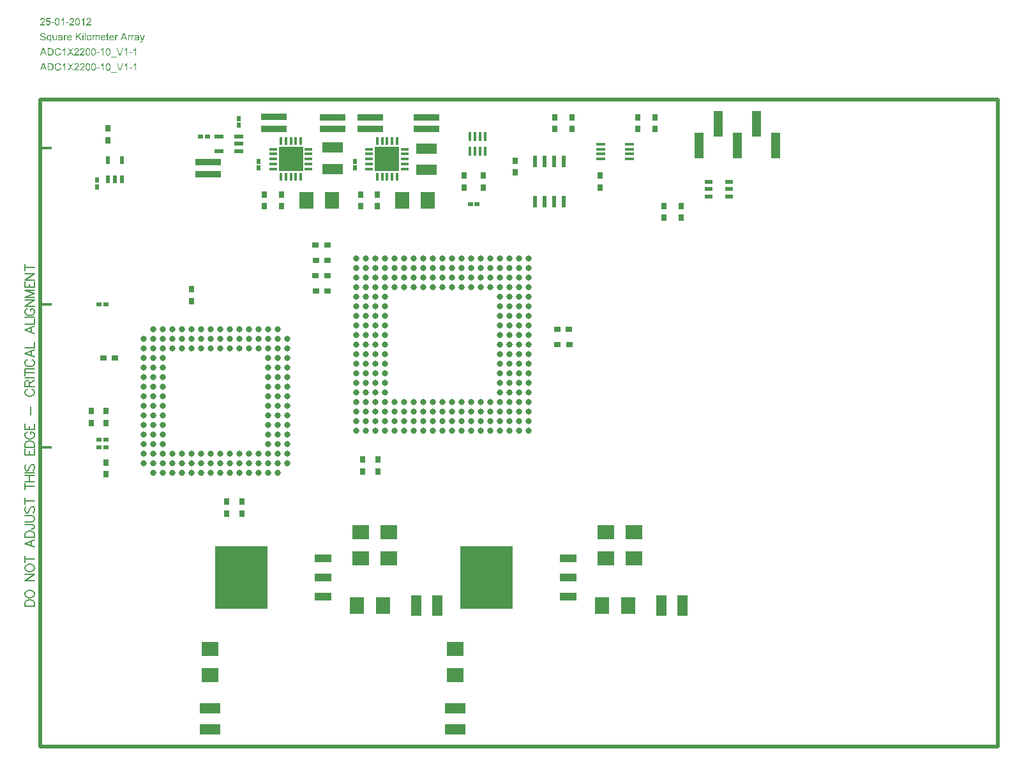
<source format=gtp>
%FSLAX44Y44*%
%MOMM*%
G71*
G01*
G75*
G04 Layer_Color=8421504*
%ADD10C,0.1524*%
%ADD11C,0.3810*%
%ADD12R,1.5240X0.4064*%
%ADD13R,1.2700X3.4290*%
%ADD14R,2.2860X1.9050*%
%ADD15R,1.9050X2.2860*%
%ADD16R,2.1600X1.0700*%
%ADD17R,6.9900X8.3300*%
%ADD18R,1.1500X0.6000*%
%ADD19R,0.6000X1.1000*%
%ADD20R,3.2500X3.2500*%
%ADD21R,0.3500X1.0500*%
%ADD22R,1.0500X0.3500*%
%ADD23R,1.0500X0.6000*%
%ADD24C,1.5000*%
%ADD25R,0.6500X0.6000*%
%ADD26R,0.6000X0.6500*%
%ADD27R,0.7620X0.9652*%
%ADD28R,0.9652X0.7620*%
%ADD29R,2.7000X1.3500*%
%ADD30R,1.3500X2.7000*%
%ADD31R,3.4500X0.9500*%
%ADD32O,0.4000X1.2000*%
%ADD33R,1.1500X0.4000*%
%ADD34R,0.6000X1.5500*%
%ADD35C,0.8000*%
%ADD36C,1.0160*%
%ADD37C,0.5080*%
%ADD38C,0.2540*%
%ADD39C,0.4432*%
%ADD40C,0.3048*%
%ADD41C,0.2845*%
%ADD42C,0.5000*%
%ADD43C,0.1270*%
%ADD44C,1.5240*%
%ADD45C,0.6350*%
%ADD46C,6.3500*%
%ADD47C,1.0500*%
%ADD48C,2.5400*%
%ADD49C,1.7780*%
%ADD50C,0.6500*%
%ADD51C,1.0000*%
%ADD52C,1.8000*%
%ADD53C,0.8500*%
%ADD54C,1.1080*%
%ADD55C,1.2000*%
%ADD56C,2.1240*%
%ADD57C,1.6160*%
%ADD58C,0.9000*%
%ADD59C,4.4000*%
%ADD60C,0.2300*%
%ADD61C,0.2499*%
%ADD62C,0.2500*%
%ADD63C,0.2000*%
%ADD64C,0.1000*%
G36*
X342250Y770250D02*
X322750D01*
Y789750D01*
X342250D01*
Y770250D01*
D02*
G37*
G36*
X469750D02*
X450250D01*
Y789750D01*
X469750D01*
Y770250D01*
D02*
G37*
G36*
X56066Y907065D02*
X56191Y907053D01*
X56328Y907040D01*
X56478Y907015D01*
X56641Y906978D01*
X56990Y906890D01*
X57165Y906828D01*
X57353Y906753D01*
X57540Y906665D01*
X57715Y906553D01*
X57878Y906440D01*
X58040Y906303D01*
X58053Y906290D01*
X58078Y906265D01*
X58115Y906228D01*
X58165Y906165D01*
X58228Y906090D01*
X58303Y906003D01*
X58365Y905903D01*
X58453Y905778D01*
X58527Y905653D01*
X58590Y905503D01*
X58727Y905178D01*
X58777Y905003D01*
X58815Y904816D01*
X58840Y904616D01*
X58852Y904403D01*
Y904378D01*
Y904303D01*
X58840Y904191D01*
X58827Y904041D01*
X58790Y903878D01*
X58752Y903678D01*
X58690Y903478D01*
X58615Y903266D01*
X58602Y903241D01*
X58565Y903166D01*
X58515Y903054D01*
X58428Y902916D01*
X58315Y902741D01*
X58178Y902541D01*
X58015Y902316D01*
X57828Y902091D01*
Y902079D01*
X57803Y902066D01*
X57765Y902029D01*
X57728Y901979D01*
X57665Y901916D01*
X57590Y901841D01*
X57503Y901754D01*
X57390Y901654D01*
X57278Y901542D01*
X57140Y901416D01*
X56990Y901266D01*
X56828Y901117D01*
X56641Y900954D01*
X56453Y900792D01*
X56228Y900604D01*
X56003Y900404D01*
X55991Y900392D01*
X55953Y900367D01*
X55903Y900317D01*
X55828Y900267D01*
X55753Y900192D01*
X55653Y900104D01*
X55441Y899917D01*
X55203Y899717D01*
X54978Y899517D01*
X54878Y899429D01*
X54791Y899342D01*
X54703Y899255D01*
X54641Y899192D01*
X54629Y899180D01*
X54591Y899142D01*
X54541Y899080D01*
X54466Y898992D01*
X54391Y898905D01*
X54304Y898792D01*
X54141Y898567D01*
X58865D01*
Y897430D01*
X52504D01*
Y897455D01*
Y897505D01*
Y897580D01*
X52516Y897692D01*
X52529Y897817D01*
X52554Y897955D01*
X52592Y898092D01*
X52642Y898242D01*
Y898255D01*
X52654Y898267D01*
X52667Y898305D01*
X52691Y898355D01*
X52741Y898480D01*
X52829Y898642D01*
X52941Y898842D01*
X53066Y899055D01*
X53229Y899279D01*
X53416Y899517D01*
X53429Y899529D01*
X53441Y899542D01*
X53479Y899579D01*
X53516Y899629D01*
X53641Y899767D01*
X53816Y899942D01*
X54029Y900154D01*
X54291Y900404D01*
X54604Y900679D01*
X54966Y900979D01*
X54978Y900992D01*
X55028Y901042D01*
X55116Y901104D01*
X55216Y901191D01*
X55341Y901304D01*
X55491Y901429D01*
X55653Y901566D01*
X55816Y901716D01*
X56166Y902041D01*
X56515Y902379D01*
X56678Y902554D01*
X56828Y902716D01*
X56965Y902866D01*
X57078Y903016D01*
X57090Y903029D01*
X57103Y903054D01*
X57128Y903091D01*
X57165Y903141D01*
X57203Y903216D01*
X57253Y903291D01*
X57365Y903478D01*
X57465Y903691D01*
X57553Y903928D01*
X57615Y904191D01*
X57640Y904316D01*
Y904441D01*
Y904453D01*
Y904478D01*
Y904503D01*
X57628Y904553D01*
X57615Y904691D01*
X57578Y904853D01*
X57515Y905041D01*
X57428Y905228D01*
X57303Y905428D01*
X57128Y905615D01*
X57103Y905640D01*
X57040Y905690D01*
X56928Y905765D01*
X56778Y905865D01*
X56590Y905953D01*
X56365Y906028D01*
X56103Y906078D01*
X55816Y906103D01*
X55728D01*
X55678Y906090D01*
X55603D01*
X55516Y906078D01*
X55328Y906040D01*
X55116Y905978D01*
X54878Y905890D01*
X54654Y905765D01*
X54454Y905590D01*
X54429Y905565D01*
X54379Y905503D01*
X54291Y905378D01*
X54204Y905228D01*
X54104Y905016D01*
X54016Y904778D01*
X53966Y904503D01*
X53941Y904178D01*
X52729Y904303D01*
Y904316D01*
X52741Y904366D01*
Y904428D01*
X52754Y904528D01*
X52779Y904641D01*
X52804Y904766D01*
X52841Y904916D01*
X52891Y905066D01*
X53004Y905403D01*
X53079Y905578D01*
X53166Y905740D01*
X53266Y905915D01*
X53379Y906078D01*
X53504Y906228D01*
X53654Y906365D01*
X53666Y906378D01*
X53691Y906390D01*
X53741Y906428D01*
X53804Y906478D01*
X53891Y906528D01*
X53991Y906590D01*
X54104Y906653D01*
X54241Y906728D01*
X54391Y906790D01*
X54553Y906853D01*
X54728Y906915D01*
X54928Y906965D01*
X55128Y907015D01*
X55353Y907053D01*
X55591Y907065D01*
X55841Y907077D01*
X55978D01*
X56066Y907065D01*
D02*
G37*
G36*
X48605D02*
X48730Y907053D01*
X48868Y907040D01*
X49017Y907015D01*
X49180Y906978D01*
X49530Y906890D01*
X49705Y906828D01*
X49892Y906753D01*
X50080Y906665D01*
X50255Y906553D01*
X50417Y906440D01*
X50580Y906303D01*
X50592Y906290D01*
X50617Y906265D01*
X50655Y906228D01*
X50704Y906165D01*
X50767Y906090D01*
X50842Y906003D01*
X50904Y905903D01*
X50992Y905778D01*
X51067Y905653D01*
X51129Y905503D01*
X51267Y905178D01*
X51317Y905003D01*
X51354Y904816D01*
X51379Y904616D01*
X51392Y904403D01*
Y904378D01*
Y904303D01*
X51379Y904191D01*
X51367Y904041D01*
X51329Y903878D01*
X51292Y903678D01*
X51229Y903478D01*
X51154Y903266D01*
X51142Y903241D01*
X51104Y903166D01*
X51054Y903054D01*
X50967Y902916D01*
X50855Y902741D01*
X50717Y902541D01*
X50554Y902316D01*
X50367Y902091D01*
Y902079D01*
X50342Y902066D01*
X50305Y902029D01*
X50267Y901979D01*
X50205Y901916D01*
X50130Y901841D01*
X50042Y901754D01*
X49930Y901654D01*
X49817Y901542D01*
X49680Y901416D01*
X49530Y901266D01*
X49367Y901117D01*
X49180Y900954D01*
X48992Y900792D01*
X48767Y900604D01*
X48542Y900404D01*
X48530Y900392D01*
X48493Y900367D01*
X48443Y900317D01*
X48368Y900267D01*
X48293Y900192D01*
X48193Y900104D01*
X47980Y899917D01*
X47743Y899717D01*
X47518Y899517D01*
X47418Y899429D01*
X47330Y899342D01*
X47243Y899255D01*
X47180Y899192D01*
X47168Y899180D01*
X47130Y899142D01*
X47080Y899080D01*
X47005Y898992D01*
X46930Y898905D01*
X46843Y898792D01*
X46680Y898567D01*
X51404D01*
Y897430D01*
X45043D01*
Y897455D01*
Y897505D01*
Y897580D01*
X45056Y897692D01*
X45068Y897817D01*
X45093Y897955D01*
X45131Y898092D01*
X45181Y898242D01*
Y898255D01*
X45193Y898267D01*
X45206Y898305D01*
X45231Y898355D01*
X45281Y898480D01*
X45368Y898642D01*
X45481Y898842D01*
X45606Y899055D01*
X45768Y899279D01*
X45956Y899517D01*
X45968Y899529D01*
X45981Y899542D01*
X46018Y899579D01*
X46056Y899629D01*
X46181Y899767D01*
X46356Y899942D01*
X46568Y900154D01*
X46831Y900404D01*
X47143Y900679D01*
X47505Y900979D01*
X47518Y900992D01*
X47568Y901042D01*
X47655Y901104D01*
X47755Y901191D01*
X47880Y901304D01*
X48030Y901429D01*
X48193Y901566D01*
X48355Y901716D01*
X48705Y902041D01*
X49055Y902379D01*
X49217Y902554D01*
X49367Y902716D01*
X49505Y902866D01*
X49617Y903016D01*
X49630Y903029D01*
X49642Y903054D01*
X49667Y903091D01*
X49705Y903141D01*
X49742Y903216D01*
X49792Y903291D01*
X49905Y903478D01*
X50005Y903691D01*
X50092Y903928D01*
X50155Y904191D01*
X50180Y904316D01*
Y904441D01*
Y904453D01*
Y904478D01*
Y904503D01*
X50167Y904553D01*
X50155Y904691D01*
X50117Y904853D01*
X50055Y905041D01*
X49967Y905228D01*
X49842Y905428D01*
X49667Y905615D01*
X49642Y905640D01*
X49580Y905690D01*
X49467Y905765D01*
X49317Y905865D01*
X49130Y905953D01*
X48905Y906028D01*
X48643Y906078D01*
X48355Y906103D01*
X48268D01*
X48218Y906090D01*
X48143D01*
X48055Y906078D01*
X47868Y906040D01*
X47655Y905978D01*
X47418Y905890D01*
X47193Y905765D01*
X46993Y905590D01*
X46968Y905565D01*
X46918Y905503D01*
X46831Y905378D01*
X46743Y905228D01*
X46643Y905016D01*
X46556Y904778D01*
X46506Y904503D01*
X46481Y904178D01*
X45268Y904303D01*
Y904316D01*
X45281Y904366D01*
Y904428D01*
X45293Y904528D01*
X45318Y904641D01*
X45343Y904766D01*
X45381Y904916D01*
X45431Y905066D01*
X45543Y905403D01*
X45618Y905578D01*
X45706Y905740D01*
X45806Y905915D01*
X45918Y906078D01*
X46043Y906228D01*
X46193Y906365D01*
X46206Y906378D01*
X46231Y906390D01*
X46281Y906428D01*
X46343Y906478D01*
X46431Y906528D01*
X46531Y906590D01*
X46643Y906653D01*
X46781Y906728D01*
X46930Y906790D01*
X47093Y906853D01*
X47268Y906915D01*
X47468Y906965D01*
X47668Y907015D01*
X47893Y907053D01*
X48130Y907065D01*
X48380Y907077D01*
X48518D01*
X48605Y907065D01*
D02*
G37*
G36*
X115301Y897430D02*
X114126D01*
Y904941D01*
X114101Y904928D01*
X114051Y904878D01*
X113951Y904791D01*
X113826Y904691D01*
X113663Y904566D01*
X113463Y904428D01*
X113251Y904278D01*
X113001Y904128D01*
X112989D01*
X112976Y904116D01*
X112939Y904091D01*
X112889Y904066D01*
X112751Y903991D01*
X112589Y903903D01*
X112401Y903803D01*
X112189Y903703D01*
X111976Y903603D01*
X111764Y903516D01*
Y904666D01*
X111776D01*
X111814Y904691D01*
X111864Y904716D01*
X111926Y904753D01*
X112014Y904791D01*
X112114Y904853D01*
X112351Y904978D01*
X112614Y905141D01*
X112914Y905340D01*
X113201Y905553D01*
X113488Y905790D01*
X113501Y905803D01*
X113526Y905815D01*
X113563Y905853D01*
X113613Y905903D01*
X113738Y906028D01*
X113901Y906203D01*
X114063Y906390D01*
X114238Y906615D01*
X114401Y906840D01*
X114538Y907077D01*
X115301D01*
Y897430D01*
D02*
G37*
G36*
X83971D02*
X82796D01*
Y904941D01*
X82771Y904928D01*
X82721Y904878D01*
X82621Y904791D01*
X82496Y904691D01*
X82334Y904566D01*
X82134Y904428D01*
X81922Y904278D01*
X81672Y904128D01*
X81659D01*
X81647Y904116D01*
X81609Y904091D01*
X81559Y904066D01*
X81422Y903991D01*
X81259Y903903D01*
X81072Y903803D01*
X80859Y903703D01*
X80647Y903603D01*
X80434Y903516D01*
Y904666D01*
X80447D01*
X80484Y904691D01*
X80534Y904716D01*
X80597Y904753D01*
X80684Y904791D01*
X80784Y904853D01*
X81022Y904978D01*
X81284Y905141D01*
X81584Y905340D01*
X81872Y905553D01*
X82159Y905790D01*
X82171Y905803D01*
X82196Y905815D01*
X82234Y905853D01*
X82284Y905903D01*
X82409Y906028D01*
X82571Y906203D01*
X82734Y906390D01*
X82909Y906615D01*
X83071Y906840D01*
X83209Y907077D01*
X83971D01*
Y897430D01*
D02*
G37*
G36*
X33247D02*
X32072D01*
Y904941D01*
X32047Y904928D01*
X31997Y904878D01*
X31897Y904791D01*
X31772Y904691D01*
X31609Y904566D01*
X31409Y904428D01*
X31197Y904278D01*
X30947Y904128D01*
X30935D01*
X30922Y904116D01*
X30885Y904091D01*
X30835Y904066D01*
X30697Y903991D01*
X30535Y903903D01*
X30347Y903803D01*
X30135Y903703D01*
X29922Y903603D01*
X29710Y903516D01*
Y904666D01*
X29722D01*
X29760Y904691D01*
X29810Y904716D01*
X29872Y904753D01*
X29960Y904791D01*
X30060Y904853D01*
X30297Y904978D01*
X30560Y905141D01*
X30860Y905340D01*
X31147Y905553D01*
X31434Y905790D01*
X31447Y905803D01*
X31472Y905815D01*
X31509Y905853D01*
X31559Y905903D01*
X31684Y906028D01*
X31847Y906203D01*
X32009Y906390D01*
X32184Y906615D01*
X32347Y906840D01*
X32484Y907077D01*
X33247D01*
Y897430D01*
D02*
G37*
G36*
X90319Y907065D02*
X90394D01*
X90582Y907040D01*
X90794Y907003D01*
X91019Y906940D01*
X91257Y906865D01*
X91482Y906765D01*
X91494D01*
X91507Y906753D01*
X91581Y906703D01*
X91681Y906640D01*
X91819Y906540D01*
X91969Y906403D01*
X92131Y906253D01*
X92294Y906078D01*
X92444Y905865D01*
Y905853D01*
X92456Y905840D01*
X92481Y905803D01*
X92506Y905765D01*
X92569Y905640D01*
X92656Y905465D01*
X92756Y905253D01*
X92856Y905016D01*
X92944Y904728D01*
X93031Y904428D01*
Y904416D01*
X93044Y904391D01*
X93056Y904341D01*
X93069Y904278D01*
X93081Y904191D01*
X93106Y904091D01*
X93119Y903966D01*
X93144Y903828D01*
X93169Y903678D01*
X93181Y903503D01*
X93206Y903328D01*
X93219Y903116D01*
X93231Y902904D01*
X93244Y902679D01*
X93256Y902429D01*
Y902166D01*
Y902141D01*
Y902091D01*
Y902004D01*
Y901879D01*
X93244Y901741D01*
Y901579D01*
X93231Y901392D01*
X93219Y901191D01*
X93169Y900754D01*
X93106Y900292D01*
X93019Y899842D01*
X92969Y899629D01*
X92906Y899429D01*
Y899417D01*
X92894Y899380D01*
X92869Y899330D01*
X92844Y899255D01*
X92806Y899167D01*
X92756Y899067D01*
X92644Y898842D01*
X92494Y898580D01*
X92319Y898317D01*
X92106Y898055D01*
X91856Y897830D01*
X91844D01*
X91832Y897805D01*
X91782Y897780D01*
X91732Y897742D01*
X91669Y897705D01*
X91581Y897655D01*
X91494Y897605D01*
X91382Y897555D01*
X91132Y897442D01*
X90832Y897355D01*
X90494Y897292D01*
X90307Y897280D01*
X90119Y897268D01*
X90057D01*
X89982Y897280D01*
X89895D01*
X89769Y897292D01*
X89644Y897318D01*
X89495Y897355D01*
X89332Y897393D01*
X89157Y897442D01*
X88982Y897505D01*
X88795Y897592D01*
X88607Y897680D01*
X88432Y897792D01*
X88257Y897930D01*
X88095Y898080D01*
X87933Y898255D01*
X87920Y898267D01*
X87895Y898317D01*
X87845Y898380D01*
X87782Y898480D01*
X87720Y898617D01*
X87633Y898780D01*
X87558Y898967D01*
X87470Y899192D01*
X87383Y899454D01*
X87295Y899742D01*
X87208Y900054D01*
X87145Y900417D01*
X87083Y900804D01*
X87033Y901217D01*
X87008Y901679D01*
X86995Y902166D01*
Y902191D01*
Y902241D01*
Y902329D01*
Y902454D01*
X87008Y902591D01*
X87020Y902754D01*
Y902941D01*
X87045Y903141D01*
X87083Y903578D01*
X87145Y904041D01*
X87233Y904491D01*
X87283Y904703D01*
X87345Y904903D01*
Y904916D01*
X87358Y904953D01*
X87383Y905003D01*
X87408Y905078D01*
X87445Y905165D01*
X87495Y905266D01*
X87607Y905503D01*
X87758Y905753D01*
X87933Y906028D01*
X88145Y906290D01*
X88382Y906515D01*
X88395Y906528D01*
X88420Y906540D01*
X88457Y906565D01*
X88507Y906603D01*
X88570Y906640D01*
X88657Y906690D01*
X88745Y906740D01*
X88857Y906803D01*
X89107Y906903D01*
X89407Y906990D01*
X89745Y907053D01*
X89932Y907077D01*
X90244D01*
X90319Y907065D01*
D02*
G37*
G36*
X70924D02*
X70999D01*
X71187Y907040D01*
X71399Y907003D01*
X71624Y906940D01*
X71862Y906865D01*
X72087Y906765D01*
X72099D01*
X72112Y906753D01*
X72186Y906703D01*
X72287Y906640D01*
X72424Y906540D01*
X72574Y906403D01*
X72736Y906253D01*
X72899Y906078D01*
X73049Y905865D01*
Y905853D01*
X73061Y905840D01*
X73086Y905803D01*
X73111Y905765D01*
X73174Y905640D01*
X73261Y905465D01*
X73361Y905253D01*
X73461Y905016D01*
X73549Y904728D01*
X73636Y904428D01*
Y904416D01*
X73649Y904391D01*
X73661Y904341D01*
X73674Y904278D01*
X73686Y904191D01*
X73711Y904091D01*
X73724Y903966D01*
X73749Y903828D01*
X73774Y903678D01*
X73786Y903503D01*
X73811Y903328D01*
X73824Y903116D01*
X73836Y902904D01*
X73849Y902679D01*
X73861Y902429D01*
Y902166D01*
Y902141D01*
Y902091D01*
Y902004D01*
Y901879D01*
X73849Y901741D01*
Y901579D01*
X73836Y901392D01*
X73824Y901191D01*
X73774Y900754D01*
X73711Y900292D01*
X73624Y899842D01*
X73574Y899629D01*
X73511Y899429D01*
Y899417D01*
X73499Y899380D01*
X73474Y899330D01*
X73449Y899255D01*
X73411Y899167D01*
X73361Y899067D01*
X73249Y898842D01*
X73099Y898580D01*
X72924Y898317D01*
X72711Y898055D01*
X72461Y897830D01*
X72449D01*
X72436Y897805D01*
X72386Y897780D01*
X72337Y897742D01*
X72274Y897705D01*
X72186Y897655D01*
X72099Y897605D01*
X71986Y897555D01*
X71737Y897442D01*
X71437Y897355D01*
X71099Y897292D01*
X70912Y897280D01*
X70724Y897268D01*
X70662D01*
X70587Y897280D01*
X70499D01*
X70374Y897292D01*
X70250Y897318D01*
X70100Y897355D01*
X69937Y897393D01*
X69762Y897442D01*
X69587Y897505D01*
X69400Y897592D01*
X69212Y897680D01*
X69037Y897792D01*
X68862Y897930D01*
X68700Y898080D01*
X68537Y898255D01*
X68525Y898267D01*
X68500Y898317D01*
X68450Y898380D01*
X68387Y898480D01*
X68325Y898617D01*
X68238Y898780D01*
X68162Y898967D01*
X68075Y899192D01*
X67988Y899454D01*
X67900Y899742D01*
X67813Y900054D01*
X67750Y900417D01*
X67688Y900804D01*
X67638Y901217D01*
X67613Y901679D01*
X67600Y902166D01*
Y902191D01*
Y902241D01*
Y902329D01*
Y902454D01*
X67613Y902591D01*
X67625Y902754D01*
Y902941D01*
X67650Y903141D01*
X67688Y903578D01*
X67750Y904041D01*
X67838Y904491D01*
X67888Y904703D01*
X67950Y904903D01*
Y904916D01*
X67963Y904953D01*
X67988Y905003D01*
X68013Y905078D01*
X68050Y905165D01*
X68100Y905266D01*
X68212Y905503D01*
X68362Y905753D01*
X68537Y906028D01*
X68750Y906290D01*
X68987Y906515D01*
X69000Y906528D01*
X69025Y906540D01*
X69062Y906565D01*
X69112Y906603D01*
X69175Y906640D01*
X69262Y906690D01*
X69350Y906740D01*
X69462Y906803D01*
X69712Y906903D01*
X70012Y906990D01*
X70349Y907053D01*
X70537Y907077D01*
X70849D01*
X70924Y907065D01*
D02*
G37*
G36*
X13589Y907028D02*
X13826D01*
X14101Y907003D01*
X14389Y906978D01*
X14664Y906940D01*
X14901Y906890D01*
X14914D01*
X14939Y906878D01*
X14989Y906865D01*
X15039Y906853D01*
X15114Y906828D01*
X15201Y906803D01*
X15388Y906740D01*
X15613Y906640D01*
X15851Y906528D01*
X16088Y906378D01*
X16313Y906203D01*
X16326Y906190D01*
X16351Y906178D01*
X16388Y906140D01*
X16438Y906090D01*
X16501Y906028D01*
X16576Y905953D01*
X16651Y905865D01*
X16738Y905765D01*
X16926Y905528D01*
X17113Y905240D01*
X17300Y904928D01*
X17450Y904566D01*
Y904553D01*
X17463Y904516D01*
X17488Y904466D01*
X17513Y904391D01*
X17538Y904291D01*
X17576Y904178D01*
X17613Y904053D01*
X17651Y903903D01*
X17675Y903741D01*
X17713Y903566D01*
X17750Y903379D01*
X17775Y903178D01*
X17825Y902741D01*
X17838Y902279D01*
Y902266D01*
Y902229D01*
Y902179D01*
Y902091D01*
X17825Y902004D01*
Y901891D01*
X17813Y901766D01*
X17800Y901629D01*
X17775Y901329D01*
X17725Y901004D01*
X17663Y900667D01*
X17576Y900342D01*
Y900329D01*
X17563Y900304D01*
X17550Y900254D01*
X17526Y900204D01*
X17500Y900129D01*
X17476Y900042D01*
X17400Y899854D01*
X17313Y899629D01*
X17201Y899392D01*
X17063Y899155D01*
X16926Y898942D01*
X16913Y898917D01*
X16851Y898855D01*
X16776Y898755D01*
X16663Y898630D01*
X16538Y898492D01*
X16388Y898342D01*
X16213Y898205D01*
X16038Y898067D01*
X16013Y898055D01*
X15951Y898017D01*
X15851Y897955D01*
X15713Y897892D01*
X15551Y897817D01*
X15351Y897730D01*
X15126Y897655D01*
X14889Y897592D01*
X14876D01*
X14864Y897580D01*
X14826D01*
X14776Y897568D01*
X14714Y897555D01*
X14639Y897542D01*
X14451Y897517D01*
X14226Y897480D01*
X13964Y897455D01*
X13664Y897442D01*
X13352Y897430D01*
X9890D01*
Y907040D01*
X13477D01*
X13589Y907028D01*
D02*
G37*
G36*
X8853Y897430D02*
X7416D01*
X6303Y900342D01*
X2279D01*
X1230Y897430D01*
X-108D01*
X3554Y907040D01*
X4941D01*
X8853Y897430D01*
D02*
G37*
G36*
X11739Y944528D02*
X11827D01*
X11939Y944503D01*
X12064Y944478D01*
X12202Y944453D01*
X12352Y944403D01*
X12514Y944353D01*
X12677Y944278D01*
X12839Y944191D01*
X13014Y944078D01*
X13177Y943953D01*
X13339Y943816D01*
X13489Y943641D01*
X13639Y943454D01*
Y944391D01*
X14701D01*
Y934768D01*
X13527D01*
Y938180D01*
X13514Y938167D01*
X13477Y938117D01*
X13414Y938042D01*
X13326Y937955D01*
X13214Y937855D01*
X13089Y937742D01*
X12927Y937630D01*
X12752Y937530D01*
X12727Y937517D01*
X12664Y937493D01*
X12564Y937455D01*
X12439Y937405D01*
X12289Y937355D01*
X12114Y937318D01*
X11914Y937292D01*
X11715Y937280D01*
X11665D01*
X11589Y937292D01*
X11502D01*
X11402Y937305D01*
X11277Y937330D01*
X11127Y937367D01*
X10977Y937405D01*
X10815Y937455D01*
X10640Y937517D01*
X10465Y937605D01*
X10277Y937692D01*
X10102Y937805D01*
X9915Y937942D01*
X9740Y938092D01*
X9565Y938267D01*
X9553Y938280D01*
X9528Y938317D01*
X9477Y938367D01*
X9427Y938455D01*
X9365Y938555D01*
X9290Y938667D01*
X9203Y938817D01*
X9128Y938980D01*
X9040Y939155D01*
X8953Y939354D01*
X8878Y939579D01*
X8815Y939817D01*
X8765Y940079D01*
X8715Y940354D01*
X8690Y940654D01*
X8678Y940967D01*
Y940979D01*
Y941017D01*
Y941067D01*
Y941142D01*
X8690Y941242D01*
X8703Y941341D01*
Y941467D01*
X8728Y941591D01*
X8765Y941891D01*
X8828Y942204D01*
X8915Y942529D01*
X9040Y942841D01*
Y942854D01*
X9053Y942879D01*
X9078Y942916D01*
X9103Y942979D01*
X9190Y943129D01*
X9303Y943316D01*
X9452Y943516D01*
X9640Y943728D01*
X9852Y943928D01*
X10090Y944103D01*
X10102D01*
X10127Y944128D01*
X10165Y944141D01*
X10215Y944178D01*
X10277Y944203D01*
X10352Y944241D01*
X10540Y944328D01*
X10765Y944403D01*
X11027Y944478D01*
X11315Y944528D01*
X11615Y944541D01*
X11677D01*
X11739Y944528D01*
D02*
G37*
G36*
X23986Y907190D02*
X24111Y907178D01*
X24261Y907165D01*
X24424Y907140D01*
X24599Y907115D01*
X24974Y907028D01*
X25173Y906965D01*
X25386Y906890D01*
X25586Y906803D01*
X25786Y906715D01*
X25986Y906590D01*
X26173Y906465D01*
X26186Y906453D01*
X26211Y906428D01*
X26273Y906390D01*
X26336Y906328D01*
X26411Y906253D01*
X26511Y906165D01*
X26611Y906053D01*
X26723Y905928D01*
X26836Y905790D01*
X26948Y905640D01*
X27061Y905465D01*
X27173Y905291D01*
X27285Y905090D01*
X27385Y904878D01*
X27485Y904641D01*
X27560Y904403D01*
X26311Y904103D01*
Y904116D01*
X26298Y904153D01*
X26273Y904203D01*
X26248Y904278D01*
X26211Y904366D01*
X26173Y904466D01*
X26061Y904691D01*
X25923Y904941D01*
X25761Y905191D01*
X25561Y905428D01*
X25449Y905528D01*
X25336Y905628D01*
X25324D01*
X25311Y905653D01*
X25273Y905678D01*
X25224Y905703D01*
X25161Y905740D01*
X25086Y905778D01*
X24899Y905878D01*
X24661Y905965D01*
X24386Y906040D01*
X24074Y906090D01*
X23724Y906115D01*
X23611D01*
X23537Y906103D01*
X23449D01*
X23337Y906090D01*
X23212Y906065D01*
X23074Y906053D01*
X22787Y905990D01*
X22474Y905890D01*
X22162Y905753D01*
X22012Y905678D01*
X21862Y905578D01*
X21849D01*
X21824Y905553D01*
X21787Y905528D01*
X21737Y905478D01*
X21612Y905366D01*
X21462Y905203D01*
X21287Y905003D01*
X21112Y904753D01*
X20950Y904478D01*
X20825Y904153D01*
Y904141D01*
X20812Y904116D01*
X20800Y904066D01*
X20775Y904003D01*
X20750Y903916D01*
X20725Y903816D01*
X20700Y903703D01*
X20675Y903591D01*
X20625Y903304D01*
X20575Y902991D01*
X20537Y902654D01*
X20525Y902304D01*
Y902291D01*
Y902254D01*
Y902191D01*
Y902104D01*
X20537Y901991D01*
X20550Y901866D01*
Y901729D01*
X20575Y901579D01*
X20612Y901242D01*
X20675Y900892D01*
X20762Y900517D01*
X20875Y900167D01*
Y900154D01*
X20887Y900129D01*
X20912Y900079D01*
X20950Y900017D01*
X20987Y899942D01*
X21025Y899854D01*
X21150Y899654D01*
X21312Y899429D01*
X21500Y899205D01*
X21724Y898992D01*
X21987Y898805D01*
X21999D01*
X22024Y898780D01*
X22062Y898767D01*
X22124Y898730D01*
X22187Y898705D01*
X22274Y898667D01*
X22474Y898580D01*
X22724Y898492D01*
X22999Y898430D01*
X23299Y898380D01*
X23624Y898355D01*
X23724D01*
X23799Y898367D01*
X23899Y898380D01*
X23999Y898392D01*
X24124Y898405D01*
X24249Y898430D01*
X24536Y898505D01*
X24836Y898617D01*
X24999Y898680D01*
X25148Y898767D01*
X25299Y898855D01*
X25436Y898967D01*
X25449Y898980D01*
X25473Y898992D01*
X25511Y899030D01*
X25561Y899080D01*
X25611Y899142D01*
X25686Y899230D01*
X25761Y899317D01*
X25836Y899429D01*
X25923Y899542D01*
X26011Y899679D01*
X26086Y899829D01*
X26173Y899992D01*
X26248Y900179D01*
X26323Y900367D01*
X26386Y900567D01*
X26448Y900792D01*
X27723Y900467D01*
Y900454D01*
X27698Y900404D01*
X27673Y900317D01*
X27648Y900204D01*
X27598Y900079D01*
X27535Y899929D01*
X27473Y899767D01*
X27385Y899579D01*
X27298Y899392D01*
X27185Y899192D01*
X27073Y899005D01*
X26936Y898805D01*
X26798Y898605D01*
X26636Y898417D01*
X26461Y898242D01*
X26273Y898080D01*
X26261Y898067D01*
X26223Y898042D01*
X26173Y898005D01*
X26086Y897955D01*
X25986Y897892D01*
X25861Y897817D01*
X25723Y897755D01*
X25573Y897680D01*
X25386Y897592D01*
X25199Y897530D01*
X24986Y897455D01*
X24761Y897393D01*
X24524Y897343D01*
X24274Y897305D01*
X24011Y897280D01*
X23736Y897268D01*
X23586D01*
X23474Y897280D01*
X23349Y897292D01*
X23187Y897305D01*
X23024Y897318D01*
X22837Y897343D01*
X22437Y897418D01*
X22012Y897530D01*
X21799Y897605D01*
X21587Y897692D01*
X21387Y897780D01*
X21200Y897892D01*
X21187Y897905D01*
X21162Y897917D01*
X21112Y897955D01*
X21037Y898017D01*
X20962Y898080D01*
X20862Y898155D01*
X20762Y898255D01*
X20650Y898367D01*
X20525Y898480D01*
X20412Y898617D01*
X20287Y898767D01*
X20162Y898942D01*
X20037Y899117D01*
X19925Y899305D01*
X19812Y899517D01*
X19712Y899729D01*
Y899742D01*
X19687Y899779D01*
X19662Y899854D01*
X19638Y899942D01*
X19600Y900054D01*
X19550Y900179D01*
X19512Y900329D01*
X19462Y900504D01*
X19412Y900692D01*
X19375Y900892D01*
X19325Y901104D01*
X19288Y901317D01*
X19238Y901804D01*
X19213Y902304D01*
Y902316D01*
Y902366D01*
Y902454D01*
X19225Y902554D01*
Y902691D01*
X19238Y902841D01*
X19262Y903004D01*
X19288Y903191D01*
X19312Y903391D01*
X19350Y903603D01*
X19450Y904041D01*
X19588Y904478D01*
X19675Y904703D01*
X19775Y904916D01*
X19787Y904928D01*
X19800Y904966D01*
X19837Y905028D01*
X19887Y905103D01*
X19937Y905191D01*
X20012Y905303D01*
X20100Y905415D01*
X20200Y905553D01*
X20425Y905828D01*
X20712Y906103D01*
X21037Y906378D01*
X21225Y906503D01*
X21412Y906615D01*
X21425Y906628D01*
X21462Y906640D01*
X21525Y906665D01*
X21599Y906703D01*
X21699Y906753D01*
X21812Y906803D01*
X21949Y906853D01*
X22099Y906915D01*
X22274Y906965D01*
X22449Y907015D01*
X22849Y907115D01*
X23286Y907178D01*
X23512Y907203D01*
X23886D01*
X23986Y907190D01*
D02*
G37*
G36*
X65113Y944528D02*
X65238Y944516D01*
X65376Y944491D01*
X65538Y944466D01*
X65713Y944428D01*
X65888Y944378D01*
X66076Y944303D01*
X66276Y944228D01*
X66475Y944141D01*
X66675Y944028D01*
X66863Y943903D01*
X67050Y943753D01*
X67225Y943591D01*
X67238Y943578D01*
X67263Y943553D01*
X67313Y943491D01*
X67363Y943416D01*
X67438Y943328D01*
X67513Y943204D01*
X67600Y943066D01*
X67688Y942916D01*
X67763Y942741D01*
X67850Y942554D01*
X67925Y942341D01*
X68000Y942104D01*
X68050Y941854D01*
X68100Y941591D01*
X68125Y941304D01*
X68137Y941004D01*
Y940992D01*
Y940942D01*
Y940879D01*
Y940779D01*
X68125Y940667D01*
X68113Y940542D01*
X68100Y940392D01*
X68088Y940242D01*
X68038Y939904D01*
X67963Y939555D01*
X67863Y939204D01*
X67800Y939042D01*
X67725Y938892D01*
Y938880D01*
X67713Y938855D01*
X67688Y938817D01*
X67650Y938767D01*
X67563Y938630D01*
X67425Y938455D01*
X67263Y938267D01*
X67063Y938067D01*
X66825Y937880D01*
X66550Y937705D01*
X66538D01*
X66513Y937692D01*
X66475Y937667D01*
X66413Y937642D01*
X66350Y937605D01*
X66263Y937568D01*
X66051Y937493D01*
X65813Y937418D01*
X65526Y937343D01*
X65213Y937292D01*
X64876Y937280D01*
X64813D01*
X64738Y937292D01*
X64638D01*
X64513Y937305D01*
X64376Y937330D01*
X64214Y937355D01*
X64039Y937393D01*
X63851Y937442D01*
X63664Y937505D01*
X63476Y937580D01*
X63276Y937667D01*
X63076Y937780D01*
X62889Y937905D01*
X62701Y938042D01*
X62526Y938205D01*
X62514Y938217D01*
X62489Y938255D01*
X62439Y938305D01*
X62389Y938380D01*
X62314Y938480D01*
X62239Y938592D01*
X62164Y938730D01*
X62077Y938892D01*
X61989Y939080D01*
X61914Y939279D01*
X61839Y939492D01*
X61764Y939742D01*
X61714Y940004D01*
X61664Y940279D01*
X61639Y940579D01*
X61627Y940904D01*
Y940929D01*
Y940992D01*
X61639Y941092D01*
Y941217D01*
X61664Y941379D01*
X61689Y941566D01*
X61714Y941766D01*
X61764Y941979D01*
X61814Y942216D01*
X61889Y942454D01*
X61977Y942691D01*
X62077Y942929D01*
X62201Y943154D01*
X62339Y943379D01*
X62501Y943578D01*
X62689Y943766D01*
X62701Y943778D01*
X62726Y943803D01*
X62776Y943841D01*
X62851Y943891D01*
X62939Y943941D01*
X63039Y944016D01*
X63164Y944078D01*
X63301Y944153D01*
X63451Y944228D01*
X63614Y944291D01*
X63801Y944366D01*
X63989Y944416D01*
X64201Y944466D01*
X64413Y944503D01*
X64638Y944528D01*
X64876Y944541D01*
X65013D01*
X65113Y944528D01*
D02*
G37*
G36*
X39032D02*
X39145Y944516D01*
X39282Y944491D01*
X39445Y944466D01*
X39607Y944428D01*
X39782Y944378D01*
X39970Y944303D01*
X40157Y944228D01*
X40345Y944141D01*
X40545Y944028D01*
X40732Y943903D01*
X40907Y943753D01*
X41082Y943591D01*
X41094Y943578D01*
X41119Y943541D01*
X41169Y943491D01*
X41219Y943416D01*
X41282Y943316D01*
X41357Y943204D01*
X41444Y943066D01*
X41532Y942904D01*
X41607Y942716D01*
X41694Y942516D01*
X41769Y942304D01*
X41832Y942066D01*
X41882Y941804D01*
X41932Y941529D01*
X41957Y941229D01*
X41969Y940917D01*
Y940892D01*
Y940842D01*
Y940742D01*
X41957Y940604D01*
X36771D01*
Y940592D01*
Y940554D01*
X36783Y940492D01*
X36795Y940417D01*
X36808Y940317D01*
X36820Y940204D01*
X36871Y939954D01*
X36958Y939667D01*
X37071Y939380D01*
X37220Y939105D01*
X37308Y938980D01*
X37408Y938855D01*
X37420Y938842D01*
X37433Y938830D01*
X37470Y938805D01*
X37508Y938767D01*
X37645Y938667D01*
X37808Y938555D01*
X38020Y938442D01*
X38270Y938355D01*
X38558Y938280D01*
X38707Y938267D01*
X38870Y938255D01*
X38983D01*
X39095Y938267D01*
X39257Y938292D01*
X39420Y938342D01*
X39607Y938392D01*
X39795Y938480D01*
X39970Y938592D01*
X39995Y938605D01*
X40045Y938655D01*
X40132Y938742D01*
X40232Y938855D01*
X40345Y939005D01*
X40470Y939204D01*
X40595Y939429D01*
X40694Y939692D01*
X41919Y939529D01*
Y939517D01*
X41907Y939480D01*
X41894Y939429D01*
X41857Y939354D01*
X41832Y939267D01*
X41782Y939155D01*
X41682Y938917D01*
X41532Y938655D01*
X41344Y938380D01*
X41119Y938105D01*
X40857Y937867D01*
X40844D01*
X40820Y937842D01*
X40782Y937817D01*
X40719Y937780D01*
X40644Y937730D01*
X40545Y937680D01*
X40445Y937630D01*
X40320Y937580D01*
X40182Y937517D01*
X40032Y937467D01*
X39870Y937418D01*
X39695Y937367D01*
X39307Y937305D01*
X39095Y937292D01*
X38870Y937280D01*
X38807D01*
X38720Y937292D01*
X38620D01*
X38495Y937305D01*
X38345Y937330D01*
X38170Y937355D01*
X37995Y937393D01*
X37808Y937442D01*
X37608Y937505D01*
X37408Y937580D01*
X37208Y937680D01*
X37008Y937780D01*
X36808Y937905D01*
X36621Y938055D01*
X36446Y938217D01*
X36433Y938230D01*
X36408Y938267D01*
X36358Y938317D01*
X36308Y938392D01*
X36246Y938492D01*
X36171Y938605D01*
X36083Y938742D01*
X36008Y938892D01*
X35921Y939080D01*
X35833Y939267D01*
X35758Y939492D01*
X35696Y939717D01*
X35646Y939979D01*
X35596Y940242D01*
X35571Y940529D01*
X35558Y940842D01*
Y940867D01*
Y940917D01*
X35571Y941017D01*
Y941129D01*
X35583Y941279D01*
X35608Y941454D01*
X35633Y941641D01*
X35671Y941841D01*
X35721Y942054D01*
X35783Y942279D01*
X35846Y942504D01*
X35933Y942729D01*
X36046Y942954D01*
X36158Y943178D01*
X36296Y943379D01*
X36458Y943566D01*
X36471Y943578D01*
X36496Y943603D01*
X36546Y943653D01*
X36621Y943716D01*
X36708Y943791D01*
X36820Y943878D01*
X36946Y943966D01*
X37083Y944053D01*
X37245Y944141D01*
X37420Y944228D01*
X37620Y944316D01*
X37820Y944391D01*
X38045Y944453D01*
X38283Y944503D01*
X38533Y944528D01*
X38795Y944541D01*
X38932D01*
X39032Y944528D01*
D02*
G37*
G36*
X40970Y902466D02*
X44556Y897430D01*
X42994D01*
X40570Y900854D01*
X40557Y900867D01*
X40532Y900904D01*
X40495Y900967D01*
X40445Y901042D01*
X40382Y901129D01*
X40320Y901229D01*
X40170Y901441D01*
X40157Y901416D01*
X40120Y901367D01*
X40070Y901279D01*
X39995Y901179D01*
X39845Y900942D01*
X39782Y900842D01*
X39720Y900754D01*
X37283Y897430D01*
X35758D01*
X39470Y902416D01*
X36196Y907040D01*
X37720D01*
X39470Y904578D01*
X39482Y904566D01*
X39495Y904541D01*
X39520Y904503D01*
X39557Y904453D01*
X39657Y904316D01*
X39770Y904141D01*
X39895Y903953D01*
X40020Y903753D01*
X40132Y903566D01*
X40232Y903403D01*
X40245Y903428D01*
X40295Y903491D01*
X40357Y903591D01*
X40445Y903728D01*
X40557Y903891D01*
X40695Y904078D01*
X40832Y904266D01*
X40995Y904478D01*
X42906Y907040D01*
X44294D01*
X40970Y902466D01*
D02*
G37*
G36*
X106453Y897430D02*
X105128D01*
X101404Y907040D01*
X102791D01*
X105290Y900054D01*
Y900042D01*
X105303Y900017D01*
X105316Y899967D01*
X105340Y899917D01*
X105365Y899842D01*
X105391Y899754D01*
X105465Y899542D01*
X105541Y899305D01*
X105628Y899042D01*
X105715Y898755D01*
X105790Y898480D01*
Y898492D01*
X105803Y898517D01*
X105815Y898555D01*
X105828Y898617D01*
X105853Y898692D01*
X105878Y898767D01*
X105940Y898967D01*
X106015Y899205D01*
X106103Y899480D01*
X106203Y899767D01*
X106315Y900054D01*
X108915Y907040D01*
X110202D01*
X106453Y897430D01*
D02*
G37*
G36*
X127235D02*
X126060D01*
Y904941D01*
X126035Y904928D01*
X125985Y904878D01*
X125885Y904791D01*
X125760Y904691D01*
X125598Y904566D01*
X125398Y904428D01*
X125185Y904278D01*
X124936Y904128D01*
X124923D01*
X124910Y904116D01*
X124873Y904091D01*
X124823Y904066D01*
X124686Y903991D01*
X124523Y903903D01*
X124336Y903803D01*
X124123Y903703D01*
X123911Y903603D01*
X123698Y903516D01*
Y904666D01*
X123711D01*
X123748Y904691D01*
X123798Y904716D01*
X123861Y904753D01*
X123948Y904791D01*
X124048Y904853D01*
X124286Y904978D01*
X124548Y905141D01*
X124848Y905340D01*
X125135Y905553D01*
X125423Y905790D01*
X125435Y905803D01*
X125460Y905815D01*
X125498Y905853D01*
X125548Y905903D01*
X125673Y906028D01*
X125835Y906203D01*
X125998Y906390D01*
X126173Y906615D01*
X126335Y906840D01*
X126473Y907077D01*
X127235D01*
Y897430D01*
D02*
G37*
G36*
X121811Y900317D02*
X118187D01*
Y901504D01*
X121811D01*
Y900317D01*
D02*
G37*
G36*
X78547D02*
X74923D01*
Y901504D01*
X78547D01*
Y900317D01*
D02*
G37*
G36*
X63464Y907065D02*
X63539D01*
X63726Y907040D01*
X63939Y907003D01*
X64163Y906940D01*
X64401Y906865D01*
X64626Y906765D01*
X64638D01*
X64651Y906753D01*
X64726Y906703D01*
X64826Y906640D01*
X64963Y906540D01*
X65113Y906403D01*
X65276Y906253D01*
X65438Y906078D01*
X65588Y905865D01*
Y905853D01*
X65601Y905840D01*
X65626Y905803D01*
X65651Y905765D01*
X65713Y905640D01*
X65801Y905465D01*
X65901Y905253D01*
X66001Y905016D01*
X66088Y904728D01*
X66175Y904428D01*
Y904416D01*
X66188Y904391D01*
X66200Y904341D01*
X66213Y904278D01*
X66226Y904191D01*
X66251Y904091D01*
X66263Y903966D01*
X66288Y903828D01*
X66313Y903678D01*
X66325Y903503D01*
X66350Y903328D01*
X66363Y903116D01*
X66375Y902904D01*
X66388Y902679D01*
X66400Y902429D01*
Y902166D01*
Y902141D01*
Y902091D01*
Y902004D01*
Y901879D01*
X66388Y901741D01*
Y901579D01*
X66375Y901392D01*
X66363Y901191D01*
X66313Y900754D01*
X66251Y900292D01*
X66163Y899842D01*
X66113Y899629D01*
X66051Y899429D01*
Y899417D01*
X66038Y899380D01*
X66013Y899330D01*
X65988Y899255D01*
X65951Y899167D01*
X65901Y899067D01*
X65788Y898842D01*
X65638Y898580D01*
X65463Y898317D01*
X65251Y898055D01*
X65001Y897830D01*
X64988D01*
X64976Y897805D01*
X64926Y897780D01*
X64876Y897742D01*
X64813Y897705D01*
X64726Y897655D01*
X64638Y897605D01*
X64526Y897555D01*
X64276Y897442D01*
X63976Y897355D01*
X63639Y897292D01*
X63451Y897280D01*
X63264Y897268D01*
X63201D01*
X63126Y897280D01*
X63039D01*
X62914Y897292D01*
X62789Y897318D01*
X62639Y897355D01*
X62477Y897393D01*
X62302Y897442D01*
X62127Y897505D01*
X61939Y897592D01*
X61752Y897680D01*
X61577Y897792D01*
X61402Y897930D01*
X61239Y898080D01*
X61077Y898255D01*
X61064Y898267D01*
X61039Y898317D01*
X60989Y898380D01*
X60927Y898480D01*
X60864Y898617D01*
X60777Y898780D01*
X60702Y898967D01*
X60615Y899192D01*
X60527Y899454D01*
X60440Y899742D01*
X60352Y900054D01*
X60290Y900417D01*
X60227Y900804D01*
X60177Y901217D01*
X60152Y901679D01*
X60140Y902166D01*
Y902191D01*
Y902241D01*
Y902329D01*
Y902454D01*
X60152Y902591D01*
X60165Y902754D01*
Y902941D01*
X60190Y903141D01*
X60227Y903578D01*
X60290Y904041D01*
X60377Y904491D01*
X60427Y904703D01*
X60490Y904903D01*
Y904916D01*
X60502Y904953D01*
X60527Y905003D01*
X60552Y905078D01*
X60589Y905165D01*
X60640Y905266D01*
X60752Y905503D01*
X60902Y905753D01*
X61077Y906028D01*
X61289Y906290D01*
X61527Y906515D01*
X61539Y906528D01*
X61564Y906540D01*
X61602Y906565D01*
X61652Y906603D01*
X61714Y906640D01*
X61802Y906690D01*
X61889Y906740D01*
X62002Y906803D01*
X62252Y906903D01*
X62551Y906990D01*
X62889Y907053D01*
X63076Y907077D01*
X63389D01*
X63464Y907065D01*
D02*
G37*
G36*
X33247Y917430D02*
X32072D01*
Y924941D01*
X32047Y924928D01*
X31997Y924878D01*
X31897Y924791D01*
X31772Y924691D01*
X31609Y924566D01*
X31409Y924428D01*
X31197Y924278D01*
X30947Y924128D01*
X30935D01*
X30922Y924116D01*
X30885Y924091D01*
X30835Y924066D01*
X30697Y923991D01*
X30535Y923903D01*
X30347Y923803D01*
X30135Y923703D01*
X29922Y923603D01*
X29710Y923516D01*
Y924666D01*
X29722D01*
X29760Y924691D01*
X29810Y924716D01*
X29872Y924753D01*
X29960Y924791D01*
X30060Y924853D01*
X30297Y924978D01*
X30560Y925141D01*
X30860Y925340D01*
X31147Y925553D01*
X31434Y925790D01*
X31447Y925803D01*
X31472Y925815D01*
X31509Y925853D01*
X31559Y925903D01*
X31684Y926028D01*
X31847Y926203D01*
X32009Y926390D01*
X32184Y926615D01*
X32347Y926840D01*
X32484Y927077D01*
X33247D01*
Y917430D01*
D02*
G37*
G36*
X13589Y927028D02*
X13826D01*
X14101Y927003D01*
X14389Y926978D01*
X14664Y926940D01*
X14901Y926890D01*
X14914D01*
X14939Y926878D01*
X14989Y926865D01*
X15039Y926853D01*
X15114Y926828D01*
X15201Y926803D01*
X15388Y926740D01*
X15613Y926640D01*
X15851Y926528D01*
X16088Y926378D01*
X16313Y926203D01*
X16326Y926190D01*
X16351Y926178D01*
X16388Y926140D01*
X16438Y926090D01*
X16501Y926028D01*
X16576Y925953D01*
X16651Y925865D01*
X16738Y925765D01*
X16926Y925528D01*
X17113Y925240D01*
X17300Y924928D01*
X17450Y924566D01*
Y924553D01*
X17463Y924516D01*
X17488Y924466D01*
X17513Y924391D01*
X17538Y924291D01*
X17576Y924178D01*
X17613Y924053D01*
X17651Y923903D01*
X17675Y923741D01*
X17713Y923566D01*
X17750Y923379D01*
X17775Y923178D01*
X17825Y922741D01*
X17838Y922279D01*
Y922266D01*
Y922229D01*
Y922179D01*
Y922091D01*
X17825Y922004D01*
Y921891D01*
X17813Y921766D01*
X17800Y921629D01*
X17775Y921329D01*
X17725Y921004D01*
X17663Y920667D01*
X17576Y920342D01*
Y920329D01*
X17563Y920304D01*
X17550Y920254D01*
X17526Y920204D01*
X17500Y920129D01*
X17476Y920042D01*
X17400Y919854D01*
X17313Y919630D01*
X17201Y919392D01*
X17063Y919155D01*
X16926Y918942D01*
X16913Y918917D01*
X16851Y918855D01*
X16776Y918755D01*
X16663Y918630D01*
X16538Y918492D01*
X16388Y918342D01*
X16213Y918205D01*
X16038Y918067D01*
X16013Y918055D01*
X15951Y918017D01*
X15851Y917955D01*
X15713Y917892D01*
X15551Y917817D01*
X15351Y917730D01*
X15126Y917655D01*
X14889Y917592D01*
X14876D01*
X14864Y917580D01*
X14826D01*
X14776Y917568D01*
X14714Y917555D01*
X14639Y917542D01*
X14451Y917517D01*
X14226Y917480D01*
X13964Y917455D01*
X13664Y917442D01*
X13352Y917430D01*
X9890D01*
Y927040D01*
X13477D01*
X13589Y927028D01*
D02*
G37*
G36*
X56066Y927065D02*
X56191Y927053D01*
X56328Y927040D01*
X56478Y927015D01*
X56641Y926978D01*
X56990Y926890D01*
X57165Y926828D01*
X57353Y926753D01*
X57540Y926665D01*
X57715Y926553D01*
X57878Y926440D01*
X58040Y926303D01*
X58053Y926290D01*
X58078Y926265D01*
X58115Y926228D01*
X58165Y926165D01*
X58228Y926090D01*
X58303Y926003D01*
X58365Y925903D01*
X58453Y925778D01*
X58527Y925653D01*
X58590Y925503D01*
X58727Y925178D01*
X58777Y925003D01*
X58815Y924816D01*
X58840Y924616D01*
X58852Y924403D01*
Y924378D01*
Y924303D01*
X58840Y924191D01*
X58827Y924041D01*
X58790Y923878D01*
X58752Y923678D01*
X58690Y923478D01*
X58615Y923266D01*
X58602Y923241D01*
X58565Y923166D01*
X58515Y923054D01*
X58428Y922916D01*
X58315Y922741D01*
X58178Y922541D01*
X58015Y922316D01*
X57828Y922091D01*
Y922079D01*
X57803Y922066D01*
X57765Y922029D01*
X57728Y921979D01*
X57665Y921916D01*
X57590Y921841D01*
X57503Y921754D01*
X57390Y921654D01*
X57278Y921542D01*
X57140Y921416D01*
X56990Y921266D01*
X56828Y921117D01*
X56641Y920954D01*
X56453Y920792D01*
X56228Y920604D01*
X56003Y920404D01*
X55991Y920392D01*
X55953Y920367D01*
X55903Y920317D01*
X55828Y920267D01*
X55753Y920192D01*
X55653Y920104D01*
X55441Y919917D01*
X55203Y919717D01*
X54978Y919517D01*
X54878Y919429D01*
X54791Y919342D01*
X54703Y919255D01*
X54641Y919192D01*
X54629Y919180D01*
X54591Y919142D01*
X54541Y919080D01*
X54466Y918992D01*
X54391Y918905D01*
X54304Y918792D01*
X54141Y918567D01*
X58865D01*
Y917430D01*
X52504D01*
Y917455D01*
Y917505D01*
Y917580D01*
X52516Y917692D01*
X52529Y917817D01*
X52554Y917955D01*
X52592Y918092D01*
X52642Y918242D01*
Y918255D01*
X52654Y918267D01*
X52667Y918305D01*
X52691Y918355D01*
X52741Y918480D01*
X52829Y918642D01*
X52941Y918842D01*
X53066Y919055D01*
X53229Y919279D01*
X53416Y919517D01*
X53429Y919529D01*
X53441Y919542D01*
X53479Y919579D01*
X53516Y919630D01*
X53641Y919767D01*
X53816Y919942D01*
X54029Y920154D01*
X54291Y920404D01*
X54604Y920679D01*
X54966Y920979D01*
X54978Y920992D01*
X55028Y921042D01*
X55116Y921104D01*
X55216Y921192D01*
X55341Y921304D01*
X55491Y921429D01*
X55653Y921566D01*
X55816Y921716D01*
X56166Y922041D01*
X56515Y922379D01*
X56678Y922554D01*
X56828Y922716D01*
X56965Y922866D01*
X57078Y923016D01*
X57090Y923029D01*
X57103Y923054D01*
X57128Y923091D01*
X57165Y923141D01*
X57203Y923216D01*
X57253Y923291D01*
X57365Y923478D01*
X57465Y923691D01*
X57553Y923928D01*
X57615Y924191D01*
X57640Y924316D01*
Y924441D01*
Y924453D01*
Y924478D01*
Y924503D01*
X57628Y924553D01*
X57615Y924691D01*
X57578Y924853D01*
X57515Y925041D01*
X57428Y925228D01*
X57303Y925428D01*
X57128Y925615D01*
X57103Y925640D01*
X57040Y925690D01*
X56928Y925765D01*
X56778Y925865D01*
X56590Y925953D01*
X56365Y926028D01*
X56103Y926078D01*
X55816Y926103D01*
X55728D01*
X55678Y926090D01*
X55603D01*
X55516Y926078D01*
X55328Y926040D01*
X55116Y925978D01*
X54878Y925890D01*
X54654Y925765D01*
X54454Y925590D01*
X54429Y925565D01*
X54379Y925503D01*
X54291Y925378D01*
X54204Y925228D01*
X54104Y925016D01*
X54016Y924778D01*
X53966Y924503D01*
X53941Y924178D01*
X52729Y924303D01*
Y924316D01*
X52741Y924366D01*
Y924428D01*
X52754Y924528D01*
X52779Y924641D01*
X52804Y924766D01*
X52841Y924916D01*
X52891Y925066D01*
X53004Y925403D01*
X53079Y925578D01*
X53166Y925740D01*
X53266Y925915D01*
X53379Y926078D01*
X53504Y926228D01*
X53654Y926365D01*
X53666Y926378D01*
X53691Y926390D01*
X53741Y926428D01*
X53804Y926478D01*
X53891Y926528D01*
X53991Y926590D01*
X54104Y926653D01*
X54241Y926728D01*
X54391Y926790D01*
X54553Y926853D01*
X54728Y926915D01*
X54928Y926965D01*
X55128Y927015D01*
X55353Y927053D01*
X55591Y927065D01*
X55841Y927077D01*
X55978D01*
X56066Y927065D01*
D02*
G37*
G36*
X48605D02*
X48730Y927053D01*
X48868Y927040D01*
X49017Y927015D01*
X49180Y926978D01*
X49530Y926890D01*
X49705Y926828D01*
X49892Y926753D01*
X50080Y926665D01*
X50255Y926553D01*
X50417Y926440D01*
X50580Y926303D01*
X50592Y926290D01*
X50617Y926265D01*
X50655Y926228D01*
X50704Y926165D01*
X50767Y926090D01*
X50842Y926003D01*
X50904Y925903D01*
X50992Y925778D01*
X51067Y925653D01*
X51129Y925503D01*
X51267Y925178D01*
X51317Y925003D01*
X51354Y924816D01*
X51379Y924616D01*
X51392Y924403D01*
Y924378D01*
Y924303D01*
X51379Y924191D01*
X51367Y924041D01*
X51329Y923878D01*
X51292Y923678D01*
X51229Y923478D01*
X51154Y923266D01*
X51142Y923241D01*
X51104Y923166D01*
X51054Y923054D01*
X50967Y922916D01*
X50855Y922741D01*
X50717Y922541D01*
X50554Y922316D01*
X50367Y922091D01*
Y922079D01*
X50342Y922066D01*
X50305Y922029D01*
X50267Y921979D01*
X50205Y921916D01*
X50130Y921841D01*
X50042Y921754D01*
X49930Y921654D01*
X49817Y921542D01*
X49680Y921416D01*
X49530Y921266D01*
X49367Y921117D01*
X49180Y920954D01*
X48992Y920792D01*
X48767Y920604D01*
X48542Y920404D01*
X48530Y920392D01*
X48493Y920367D01*
X48443Y920317D01*
X48368Y920267D01*
X48293Y920192D01*
X48193Y920104D01*
X47980Y919917D01*
X47743Y919717D01*
X47518Y919517D01*
X47418Y919429D01*
X47330Y919342D01*
X47243Y919255D01*
X47180Y919192D01*
X47168Y919180D01*
X47130Y919142D01*
X47080Y919080D01*
X47005Y918992D01*
X46930Y918905D01*
X46843Y918792D01*
X46680Y918567D01*
X51404D01*
Y917430D01*
X45043D01*
Y917455D01*
Y917505D01*
Y917580D01*
X45056Y917692D01*
X45068Y917817D01*
X45093Y917955D01*
X45131Y918092D01*
X45181Y918242D01*
Y918255D01*
X45193Y918267D01*
X45206Y918305D01*
X45231Y918355D01*
X45281Y918480D01*
X45368Y918642D01*
X45481Y918842D01*
X45606Y919055D01*
X45768Y919279D01*
X45956Y919517D01*
X45968Y919529D01*
X45981Y919542D01*
X46018Y919579D01*
X46056Y919630D01*
X46181Y919767D01*
X46356Y919942D01*
X46568Y920154D01*
X46831Y920404D01*
X47143Y920679D01*
X47505Y920979D01*
X47518Y920992D01*
X47568Y921042D01*
X47655Y921104D01*
X47755Y921192D01*
X47880Y921304D01*
X48030Y921429D01*
X48193Y921566D01*
X48355Y921716D01*
X48705Y922041D01*
X49055Y922379D01*
X49217Y922554D01*
X49367Y922716D01*
X49505Y922866D01*
X49617Y923016D01*
X49630Y923029D01*
X49642Y923054D01*
X49667Y923091D01*
X49705Y923141D01*
X49742Y923216D01*
X49792Y923291D01*
X49905Y923478D01*
X50005Y923691D01*
X50092Y923928D01*
X50155Y924191D01*
X50180Y924316D01*
Y924441D01*
Y924453D01*
Y924478D01*
Y924503D01*
X50167Y924553D01*
X50155Y924691D01*
X50117Y924853D01*
X50055Y925041D01*
X49967Y925228D01*
X49842Y925428D01*
X49667Y925615D01*
X49642Y925640D01*
X49580Y925690D01*
X49467Y925765D01*
X49317Y925865D01*
X49130Y925953D01*
X48905Y926028D01*
X48643Y926078D01*
X48355Y926103D01*
X48268D01*
X48218Y926090D01*
X48143D01*
X48055Y926078D01*
X47868Y926040D01*
X47655Y925978D01*
X47418Y925890D01*
X47193Y925765D01*
X46993Y925590D01*
X46968Y925565D01*
X46918Y925503D01*
X46831Y925378D01*
X46743Y925228D01*
X46643Y925016D01*
X46556Y924778D01*
X46506Y924503D01*
X46481Y924178D01*
X45268Y924303D01*
Y924316D01*
X45281Y924366D01*
Y924428D01*
X45293Y924528D01*
X45318Y924641D01*
X45343Y924766D01*
X45381Y924916D01*
X45431Y925066D01*
X45543Y925403D01*
X45618Y925578D01*
X45706Y925740D01*
X45806Y925915D01*
X45918Y926078D01*
X46043Y926228D01*
X46193Y926365D01*
X46206Y926378D01*
X46231Y926390D01*
X46281Y926428D01*
X46343Y926478D01*
X46431Y926528D01*
X46531Y926590D01*
X46643Y926653D01*
X46781Y926728D01*
X46930Y926790D01*
X47093Y926853D01*
X47268Y926915D01*
X47468Y926965D01*
X47668Y927015D01*
X47893Y927053D01*
X48130Y927065D01*
X48380Y927077D01*
X48518D01*
X48605Y927065D01*
D02*
G37*
G36*
X8853Y917430D02*
X7416D01*
X6303Y920342D01*
X2279D01*
X1230Y917430D01*
X-108D01*
X3554Y927040D01*
X4941D01*
X8853Y917430D01*
D02*
G37*
G36*
X63464Y927065D02*
X63539D01*
X63726Y927040D01*
X63939Y927003D01*
X64163Y926940D01*
X64401Y926865D01*
X64626Y926765D01*
X64638D01*
X64651Y926753D01*
X64726Y926703D01*
X64826Y926640D01*
X64963Y926540D01*
X65113Y926403D01*
X65276Y926253D01*
X65438Y926078D01*
X65588Y925865D01*
Y925853D01*
X65601Y925840D01*
X65626Y925803D01*
X65651Y925765D01*
X65713Y925640D01*
X65801Y925465D01*
X65901Y925253D01*
X66001Y925016D01*
X66088Y924728D01*
X66175Y924428D01*
Y924416D01*
X66188Y924391D01*
X66200Y924341D01*
X66213Y924278D01*
X66226Y924191D01*
X66251Y924091D01*
X66263Y923966D01*
X66288Y923828D01*
X66313Y923678D01*
X66325Y923503D01*
X66350Y923328D01*
X66363Y923116D01*
X66375Y922904D01*
X66388Y922679D01*
X66400Y922429D01*
Y922166D01*
Y922141D01*
Y922091D01*
Y922004D01*
Y921879D01*
X66388Y921741D01*
Y921579D01*
X66375Y921392D01*
X66363Y921192D01*
X66313Y920754D01*
X66251Y920292D01*
X66163Y919842D01*
X66113Y919630D01*
X66051Y919429D01*
Y919417D01*
X66038Y919380D01*
X66013Y919330D01*
X65988Y919255D01*
X65951Y919167D01*
X65901Y919067D01*
X65788Y918842D01*
X65638Y918580D01*
X65463Y918317D01*
X65251Y918055D01*
X65001Y917830D01*
X64988D01*
X64976Y917805D01*
X64926Y917780D01*
X64876Y917742D01*
X64813Y917705D01*
X64726Y917655D01*
X64638Y917605D01*
X64526Y917555D01*
X64276Y917442D01*
X63976Y917355D01*
X63639Y917293D01*
X63451Y917280D01*
X63264Y917268D01*
X63201D01*
X63126Y917280D01*
X63039D01*
X62914Y917293D01*
X62789Y917318D01*
X62639Y917355D01*
X62477Y917393D01*
X62302Y917442D01*
X62127Y917505D01*
X61939Y917592D01*
X61752Y917680D01*
X61577Y917792D01*
X61402Y917930D01*
X61239Y918080D01*
X61077Y918255D01*
X61064Y918267D01*
X61039Y918317D01*
X60989Y918380D01*
X60927Y918480D01*
X60864Y918617D01*
X60777Y918780D01*
X60702Y918967D01*
X60615Y919192D01*
X60527Y919454D01*
X60440Y919742D01*
X60352Y920054D01*
X60290Y920417D01*
X60227Y920804D01*
X60177Y921217D01*
X60152Y921679D01*
X60140Y922166D01*
Y922191D01*
Y922241D01*
Y922329D01*
Y922454D01*
X60152Y922591D01*
X60165Y922754D01*
Y922941D01*
X60190Y923141D01*
X60227Y923578D01*
X60290Y924041D01*
X60377Y924491D01*
X60427Y924703D01*
X60490Y924903D01*
Y924916D01*
X60502Y924953D01*
X60527Y925003D01*
X60552Y925078D01*
X60589Y925165D01*
X60640Y925266D01*
X60752Y925503D01*
X60902Y925753D01*
X61077Y926028D01*
X61289Y926290D01*
X61527Y926515D01*
X61539Y926528D01*
X61564Y926540D01*
X61602Y926565D01*
X61652Y926603D01*
X61714Y926640D01*
X61802Y926690D01*
X61889Y926740D01*
X62002Y926803D01*
X62252Y926903D01*
X62551Y926990D01*
X62889Y927053D01*
X63076Y927077D01*
X63389D01*
X63464Y927065D01*
D02*
G37*
G36*
X101504Y914768D02*
X93694D01*
Y915618D01*
X101504D01*
Y914768D01*
D02*
G37*
G36*
X90319Y927065D02*
X90394D01*
X90582Y927040D01*
X90794Y927003D01*
X91019Y926940D01*
X91257Y926865D01*
X91482Y926765D01*
X91494D01*
X91507Y926753D01*
X91581Y926703D01*
X91681Y926640D01*
X91819Y926540D01*
X91969Y926403D01*
X92131Y926253D01*
X92294Y926078D01*
X92444Y925865D01*
Y925853D01*
X92456Y925840D01*
X92481Y925803D01*
X92506Y925765D01*
X92569Y925640D01*
X92656Y925465D01*
X92756Y925253D01*
X92856Y925016D01*
X92944Y924728D01*
X93031Y924428D01*
Y924416D01*
X93044Y924391D01*
X93056Y924341D01*
X93069Y924278D01*
X93081Y924191D01*
X93106Y924091D01*
X93119Y923966D01*
X93144Y923828D01*
X93169Y923678D01*
X93181Y923503D01*
X93206Y923328D01*
X93219Y923116D01*
X93231Y922904D01*
X93244Y922679D01*
X93256Y922429D01*
Y922166D01*
Y922141D01*
Y922091D01*
Y922004D01*
Y921879D01*
X93244Y921741D01*
Y921579D01*
X93231Y921392D01*
X93219Y921192D01*
X93169Y920754D01*
X93106Y920292D01*
X93019Y919842D01*
X92969Y919630D01*
X92906Y919429D01*
Y919417D01*
X92894Y919380D01*
X92869Y919330D01*
X92844Y919255D01*
X92806Y919167D01*
X92756Y919067D01*
X92644Y918842D01*
X92494Y918580D01*
X92319Y918317D01*
X92106Y918055D01*
X91856Y917830D01*
X91844D01*
X91832Y917805D01*
X91782Y917780D01*
X91732Y917742D01*
X91669Y917705D01*
X91581Y917655D01*
X91494Y917605D01*
X91382Y917555D01*
X91132Y917442D01*
X90832Y917355D01*
X90494Y917293D01*
X90307Y917280D01*
X90119Y917268D01*
X90057D01*
X89982Y917280D01*
X89895D01*
X89769Y917293D01*
X89644Y917318D01*
X89495Y917355D01*
X89332Y917393D01*
X89157Y917442D01*
X88982Y917505D01*
X88795Y917592D01*
X88607Y917680D01*
X88432Y917792D01*
X88257Y917930D01*
X88095Y918080D01*
X87933Y918255D01*
X87920Y918267D01*
X87895Y918317D01*
X87845Y918380D01*
X87782Y918480D01*
X87720Y918617D01*
X87633Y918780D01*
X87558Y918967D01*
X87470Y919192D01*
X87383Y919454D01*
X87295Y919742D01*
X87208Y920054D01*
X87145Y920417D01*
X87083Y920804D01*
X87033Y921217D01*
X87008Y921679D01*
X86995Y922166D01*
Y922191D01*
Y922241D01*
Y922329D01*
Y922454D01*
X87008Y922591D01*
X87020Y922754D01*
Y922941D01*
X87045Y923141D01*
X87083Y923578D01*
X87145Y924041D01*
X87233Y924491D01*
X87283Y924703D01*
X87345Y924903D01*
Y924916D01*
X87358Y924953D01*
X87383Y925003D01*
X87408Y925078D01*
X87445Y925165D01*
X87495Y925266D01*
X87607Y925503D01*
X87758Y925753D01*
X87933Y926028D01*
X88145Y926290D01*
X88382Y926515D01*
X88395Y926528D01*
X88420Y926540D01*
X88457Y926565D01*
X88507Y926603D01*
X88570Y926640D01*
X88657Y926690D01*
X88745Y926740D01*
X88857Y926803D01*
X89107Y926903D01*
X89407Y926990D01*
X89745Y927053D01*
X89932Y927077D01*
X90244D01*
X90319Y927065D01*
D02*
G37*
G36*
X70924D02*
X70999D01*
X71187Y927040D01*
X71399Y927003D01*
X71624Y926940D01*
X71862Y926865D01*
X72087Y926765D01*
X72099D01*
X72112Y926753D01*
X72186Y926703D01*
X72287Y926640D01*
X72424Y926540D01*
X72574Y926403D01*
X72736Y926253D01*
X72899Y926078D01*
X73049Y925865D01*
Y925853D01*
X73061Y925840D01*
X73086Y925803D01*
X73111Y925765D01*
X73174Y925640D01*
X73261Y925465D01*
X73361Y925253D01*
X73461Y925016D01*
X73549Y924728D01*
X73636Y924428D01*
Y924416D01*
X73649Y924391D01*
X73661Y924341D01*
X73674Y924278D01*
X73686Y924191D01*
X73711Y924091D01*
X73724Y923966D01*
X73749Y923828D01*
X73774Y923678D01*
X73786Y923503D01*
X73811Y923328D01*
X73824Y923116D01*
X73836Y922904D01*
X73849Y922679D01*
X73861Y922429D01*
Y922166D01*
Y922141D01*
Y922091D01*
Y922004D01*
Y921879D01*
X73849Y921741D01*
Y921579D01*
X73836Y921392D01*
X73824Y921192D01*
X73774Y920754D01*
X73711Y920292D01*
X73624Y919842D01*
X73574Y919630D01*
X73511Y919429D01*
Y919417D01*
X73499Y919380D01*
X73474Y919330D01*
X73449Y919255D01*
X73411Y919167D01*
X73361Y919067D01*
X73249Y918842D01*
X73099Y918580D01*
X72924Y918317D01*
X72711Y918055D01*
X72461Y917830D01*
X72449D01*
X72436Y917805D01*
X72386Y917780D01*
X72337Y917742D01*
X72274Y917705D01*
X72186Y917655D01*
X72099Y917605D01*
X71986Y917555D01*
X71737Y917442D01*
X71437Y917355D01*
X71099Y917293D01*
X70912Y917280D01*
X70724Y917268D01*
X70662D01*
X70587Y917280D01*
X70499D01*
X70374Y917293D01*
X70250Y917318D01*
X70100Y917355D01*
X69937Y917393D01*
X69762Y917442D01*
X69587Y917505D01*
X69400Y917592D01*
X69212Y917680D01*
X69037Y917792D01*
X68862Y917930D01*
X68700Y918080D01*
X68537Y918255D01*
X68525Y918267D01*
X68500Y918317D01*
X68450Y918380D01*
X68387Y918480D01*
X68325Y918617D01*
X68238Y918780D01*
X68162Y918967D01*
X68075Y919192D01*
X67988Y919454D01*
X67900Y919742D01*
X67813Y920054D01*
X67750Y920417D01*
X67688Y920804D01*
X67638Y921217D01*
X67613Y921679D01*
X67600Y922166D01*
Y922191D01*
Y922241D01*
Y922329D01*
Y922454D01*
X67613Y922591D01*
X67625Y922754D01*
Y922941D01*
X67650Y923141D01*
X67688Y923578D01*
X67750Y924041D01*
X67838Y924491D01*
X67888Y924703D01*
X67950Y924903D01*
Y924916D01*
X67963Y924953D01*
X67988Y925003D01*
X68013Y925078D01*
X68050Y925165D01*
X68100Y925266D01*
X68212Y925503D01*
X68362Y925753D01*
X68537Y926028D01*
X68750Y926290D01*
X68987Y926515D01*
X69000Y926528D01*
X69025Y926540D01*
X69062Y926565D01*
X69112Y926603D01*
X69175Y926640D01*
X69262Y926690D01*
X69350Y926740D01*
X69462Y926803D01*
X69712Y926903D01*
X70012Y926990D01*
X70349Y927053D01*
X70537Y927077D01*
X70849D01*
X70924Y927065D01*
D02*
G37*
G36*
X40970Y922466D02*
X44556Y917430D01*
X42994D01*
X40570Y920854D01*
X40557Y920867D01*
X40532Y920904D01*
X40495Y920967D01*
X40445Y921042D01*
X40382Y921129D01*
X40320Y921229D01*
X40170Y921441D01*
X40157Y921416D01*
X40120Y921367D01*
X40070Y921279D01*
X39995Y921179D01*
X39845Y920942D01*
X39782Y920842D01*
X39720Y920754D01*
X37283Y917430D01*
X35758D01*
X39470Y922416D01*
X36196Y927040D01*
X37720D01*
X39470Y924578D01*
X39482Y924566D01*
X39495Y924541D01*
X39520Y924503D01*
X39557Y924453D01*
X39657Y924316D01*
X39770Y924141D01*
X39895Y923953D01*
X40020Y923753D01*
X40132Y923566D01*
X40232Y923403D01*
X40245Y923428D01*
X40295Y923491D01*
X40357Y923591D01*
X40445Y923728D01*
X40557Y923891D01*
X40695Y924078D01*
X40832Y924266D01*
X40995Y924478D01*
X42906Y927040D01*
X44294D01*
X40970Y922466D01*
D02*
G37*
G36*
X121811Y920317D02*
X118187D01*
Y921504D01*
X121811D01*
Y920317D01*
D02*
G37*
G36*
X101504Y894768D02*
X93694D01*
Y895618D01*
X101504D01*
Y894768D01*
D02*
G37*
G36*
X23986Y927190D02*
X24111Y927178D01*
X24261Y927165D01*
X24424Y927140D01*
X24599Y927115D01*
X24974Y927028D01*
X25173Y926965D01*
X25386Y926890D01*
X25586Y926803D01*
X25786Y926715D01*
X25986Y926590D01*
X26173Y926465D01*
X26186Y926453D01*
X26211Y926428D01*
X26273Y926390D01*
X26336Y926328D01*
X26411Y926253D01*
X26511Y926165D01*
X26611Y926053D01*
X26723Y925928D01*
X26836Y925790D01*
X26948Y925640D01*
X27061Y925465D01*
X27173Y925291D01*
X27285Y925091D01*
X27385Y924878D01*
X27485Y924641D01*
X27560Y924403D01*
X26311Y924103D01*
Y924116D01*
X26298Y924153D01*
X26273Y924203D01*
X26248Y924278D01*
X26211Y924366D01*
X26173Y924466D01*
X26061Y924691D01*
X25923Y924941D01*
X25761Y925191D01*
X25561Y925428D01*
X25449Y925528D01*
X25336Y925628D01*
X25324D01*
X25311Y925653D01*
X25273Y925678D01*
X25224Y925703D01*
X25161Y925740D01*
X25086Y925778D01*
X24899Y925878D01*
X24661Y925965D01*
X24386Y926040D01*
X24074Y926090D01*
X23724Y926115D01*
X23611D01*
X23537Y926103D01*
X23449D01*
X23337Y926090D01*
X23212Y926065D01*
X23074Y926053D01*
X22787Y925990D01*
X22474Y925890D01*
X22162Y925753D01*
X22012Y925678D01*
X21862Y925578D01*
X21849D01*
X21824Y925553D01*
X21787Y925528D01*
X21737Y925478D01*
X21612Y925366D01*
X21462Y925203D01*
X21287Y925003D01*
X21112Y924753D01*
X20950Y924478D01*
X20825Y924153D01*
Y924141D01*
X20812Y924116D01*
X20800Y924066D01*
X20775Y924003D01*
X20750Y923916D01*
X20725Y923816D01*
X20700Y923703D01*
X20675Y923591D01*
X20625Y923304D01*
X20575Y922991D01*
X20537Y922654D01*
X20525Y922304D01*
Y922291D01*
Y922254D01*
Y922191D01*
Y922104D01*
X20537Y921991D01*
X20550Y921866D01*
Y921729D01*
X20575Y921579D01*
X20612Y921242D01*
X20675Y920892D01*
X20762Y920517D01*
X20875Y920167D01*
Y920154D01*
X20887Y920129D01*
X20912Y920079D01*
X20950Y920017D01*
X20987Y919942D01*
X21025Y919854D01*
X21150Y919654D01*
X21312Y919429D01*
X21500Y919205D01*
X21724Y918992D01*
X21987Y918805D01*
X21999D01*
X22024Y918780D01*
X22062Y918767D01*
X22124Y918730D01*
X22187Y918705D01*
X22274Y918667D01*
X22474Y918580D01*
X22724Y918492D01*
X22999Y918430D01*
X23299Y918380D01*
X23624Y918355D01*
X23724D01*
X23799Y918367D01*
X23899Y918380D01*
X23999Y918392D01*
X24124Y918405D01*
X24249Y918430D01*
X24536Y918505D01*
X24836Y918617D01*
X24999Y918680D01*
X25148Y918767D01*
X25299Y918855D01*
X25436Y918967D01*
X25449Y918980D01*
X25473Y918992D01*
X25511Y919030D01*
X25561Y919080D01*
X25611Y919142D01*
X25686Y919230D01*
X25761Y919317D01*
X25836Y919429D01*
X25923Y919542D01*
X26011Y919679D01*
X26086Y919829D01*
X26173Y919992D01*
X26248Y920179D01*
X26323Y920367D01*
X26386Y920567D01*
X26448Y920792D01*
X27723Y920467D01*
Y920454D01*
X27698Y920404D01*
X27673Y920317D01*
X27648Y920204D01*
X27598Y920079D01*
X27535Y919929D01*
X27473Y919767D01*
X27385Y919579D01*
X27298Y919392D01*
X27185Y919192D01*
X27073Y919005D01*
X26936Y918805D01*
X26798Y918605D01*
X26636Y918417D01*
X26461Y918242D01*
X26273Y918080D01*
X26261Y918067D01*
X26223Y918042D01*
X26173Y918005D01*
X26086Y917955D01*
X25986Y917892D01*
X25861Y917817D01*
X25723Y917755D01*
X25573Y917680D01*
X25386Y917592D01*
X25199Y917530D01*
X24986Y917455D01*
X24761Y917393D01*
X24524Y917343D01*
X24274Y917305D01*
X24011Y917280D01*
X23736Y917268D01*
X23586D01*
X23474Y917280D01*
X23349Y917293D01*
X23187Y917305D01*
X23024Y917318D01*
X22837Y917343D01*
X22437Y917418D01*
X22012Y917530D01*
X21799Y917605D01*
X21587Y917692D01*
X21387Y917780D01*
X21200Y917892D01*
X21187Y917905D01*
X21162Y917917D01*
X21112Y917955D01*
X21037Y918017D01*
X20962Y918080D01*
X20862Y918155D01*
X20762Y918255D01*
X20650Y918367D01*
X20525Y918480D01*
X20412Y918617D01*
X20287Y918767D01*
X20162Y918942D01*
X20037Y919117D01*
X19925Y919305D01*
X19812Y919517D01*
X19712Y919729D01*
Y919742D01*
X19687Y919779D01*
X19662Y919854D01*
X19638Y919942D01*
X19600Y920054D01*
X19550Y920179D01*
X19512Y920329D01*
X19462Y920504D01*
X19412Y920692D01*
X19375Y920892D01*
X19325Y921104D01*
X19288Y921317D01*
X19238Y921804D01*
X19213Y922304D01*
Y922316D01*
Y922366D01*
Y922454D01*
X19225Y922554D01*
Y922691D01*
X19238Y922841D01*
X19262Y923004D01*
X19288Y923191D01*
X19312Y923391D01*
X19350Y923603D01*
X19450Y924041D01*
X19588Y924478D01*
X19675Y924703D01*
X19775Y924916D01*
X19787Y924928D01*
X19800Y924966D01*
X19837Y925028D01*
X19887Y925103D01*
X19937Y925191D01*
X20012Y925303D01*
X20100Y925415D01*
X20200Y925553D01*
X20425Y925828D01*
X20712Y926103D01*
X21037Y926378D01*
X21225Y926503D01*
X21412Y926615D01*
X21425Y926628D01*
X21462Y926640D01*
X21525Y926665D01*
X21599Y926703D01*
X21699Y926753D01*
X21812Y926803D01*
X21949Y926853D01*
X22099Y926915D01*
X22274Y926965D01*
X22449Y927015D01*
X22849Y927115D01*
X23286Y927178D01*
X23512Y927203D01*
X23886D01*
X23986Y927190D01*
D02*
G37*
G36*
X78547Y920317D02*
X74923D01*
Y921504D01*
X78547D01*
Y920317D01*
D02*
G37*
G36*
X115301Y917430D02*
X114126D01*
Y924941D01*
X114101Y924928D01*
X114051Y924878D01*
X113951Y924791D01*
X113826Y924691D01*
X113663Y924566D01*
X113463Y924428D01*
X113251Y924278D01*
X113001Y924128D01*
X112989D01*
X112976Y924116D01*
X112939Y924091D01*
X112889Y924066D01*
X112751Y923991D01*
X112589Y923903D01*
X112401Y923803D01*
X112189Y923703D01*
X111976Y923603D01*
X111764Y923516D01*
Y924666D01*
X111776D01*
X111814Y924691D01*
X111864Y924716D01*
X111926Y924753D01*
X112014Y924791D01*
X112114Y924853D01*
X112351Y924978D01*
X112614Y925141D01*
X112914Y925340D01*
X113201Y925553D01*
X113488Y925790D01*
X113501Y925803D01*
X113526Y925815D01*
X113563Y925853D01*
X113613Y925903D01*
X113738Y926028D01*
X113901Y926203D01*
X114063Y926390D01*
X114238Y926615D01*
X114401Y926840D01*
X114538Y927077D01*
X115301D01*
Y917430D01*
D02*
G37*
G36*
X83971D02*
X82796D01*
Y924941D01*
X82771Y924928D01*
X82721Y924878D01*
X82621Y924791D01*
X82496Y924691D01*
X82334Y924566D01*
X82134Y924428D01*
X81922Y924278D01*
X81672Y924128D01*
X81659D01*
X81647Y924116D01*
X81609Y924091D01*
X81559Y924066D01*
X81422Y923991D01*
X81259Y923903D01*
X81072Y923803D01*
X80859Y923703D01*
X80647Y923603D01*
X80434Y923516D01*
Y924666D01*
X80447D01*
X80484Y924691D01*
X80534Y924716D01*
X80597Y924753D01*
X80684Y924791D01*
X80784Y924853D01*
X81022Y924978D01*
X81284Y925141D01*
X81584Y925340D01*
X81872Y925553D01*
X82159Y925790D01*
X82171Y925803D01*
X82196Y925815D01*
X82234Y925853D01*
X82284Y925903D01*
X82409Y926028D01*
X82571Y926203D01*
X82734Y926390D01*
X82909Y926615D01*
X83071Y926840D01*
X83209Y927077D01*
X83971D01*
Y917430D01*
D02*
G37*
G36*
X106453D02*
X105128D01*
X101404Y927040D01*
X102791D01*
X105290Y920054D01*
Y920042D01*
X105303Y920017D01*
X105316Y919967D01*
X105340Y919917D01*
X105365Y919842D01*
X105391Y919754D01*
X105465Y919542D01*
X105541Y919305D01*
X105628Y919042D01*
X105715Y918755D01*
X105790Y918480D01*
Y918492D01*
X105803Y918517D01*
X105815Y918555D01*
X105828Y918617D01*
X105853Y918692D01*
X105878Y918767D01*
X105940Y918967D01*
X106015Y919205D01*
X106103Y919480D01*
X106203Y919767D01*
X106315Y920054D01*
X108915Y927040D01*
X110202D01*
X106453Y917430D01*
D02*
G37*
G36*
X127235D02*
X126060D01*
Y924941D01*
X126035Y924928D01*
X125985Y924878D01*
X125885Y924791D01*
X125760Y924691D01*
X125598Y924566D01*
X125398Y924428D01*
X125185Y924278D01*
X124936Y924128D01*
X124923D01*
X124910Y924116D01*
X124873Y924091D01*
X124823Y924066D01*
X124686Y923991D01*
X124523Y923903D01*
X124336Y923803D01*
X124123Y923703D01*
X123911Y923603D01*
X123698Y923516D01*
Y924666D01*
X123711D01*
X123748Y924691D01*
X123798Y924716D01*
X123861Y924753D01*
X123948Y924791D01*
X124048Y924853D01*
X124286Y924978D01*
X124548Y925141D01*
X124848Y925340D01*
X125135Y925553D01*
X125423Y925790D01*
X125435Y925803D01*
X125460Y925815D01*
X125498Y925853D01*
X125548Y925903D01*
X125673Y926028D01*
X125835Y926203D01*
X125998Y926390D01*
X126173Y926615D01*
X126335Y926840D01*
X126473Y927077D01*
X127235D01*
Y917430D01*
D02*
G37*
G36*
X83784Y944528D02*
X83896Y944516D01*
X84033Y944491D01*
X84196Y944466D01*
X84358Y944428D01*
X84533Y944378D01*
X84721Y944303D01*
X84908Y944228D01*
X85096Y944141D01*
X85296Y944028D01*
X85483Y943903D01*
X85658Y943753D01*
X85833Y943591D01*
X85845Y943578D01*
X85871Y943541D01*
X85920Y943491D01*
X85970Y943416D01*
X86033Y943316D01*
X86108Y943204D01*
X86195Y943066D01*
X86283Y942904D01*
X86358Y942716D01*
X86445Y942516D01*
X86520Y942304D01*
X86583Y942066D01*
X86633Y941804D01*
X86683Y941529D01*
X86708Y941229D01*
X86720Y940917D01*
Y940892D01*
Y940842D01*
Y940742D01*
X86708Y940604D01*
X81522D01*
Y940592D01*
Y940554D01*
X81534Y940492D01*
X81547Y940417D01*
X81559Y940317D01*
X81572Y940204D01*
X81622Y939954D01*
X81709Y939667D01*
X81821Y939380D01*
X81972Y939105D01*
X82059Y938980D01*
X82159Y938855D01*
X82171Y938842D01*
X82184Y938830D01*
X82221Y938805D01*
X82259Y938767D01*
X82396Y938667D01*
X82559Y938555D01*
X82771Y938442D01*
X83021Y938355D01*
X83309Y938280D01*
X83459Y938267D01*
X83621Y938255D01*
X83734D01*
X83846Y938267D01*
X84008Y938292D01*
X84171Y938342D01*
X84358Y938392D01*
X84546Y938480D01*
X84721Y938592D01*
X84746Y938605D01*
X84796Y938655D01*
X84883Y938742D01*
X84983Y938855D01*
X85096Y939005D01*
X85221Y939204D01*
X85346Y939429D01*
X85446Y939692D01*
X86670Y939529D01*
Y939517D01*
X86658Y939480D01*
X86645Y939429D01*
X86608Y939354D01*
X86583Y939267D01*
X86533Y939155D01*
X86433Y938917D01*
X86283Y938655D01*
X86095Y938380D01*
X85871Y938105D01*
X85608Y937867D01*
X85596D01*
X85570Y937842D01*
X85533Y937817D01*
X85471Y937780D01*
X85396Y937730D01*
X85296Y937680D01*
X85196Y937630D01*
X85071Y937580D01*
X84933Y937517D01*
X84783Y937467D01*
X84621Y937418D01*
X84446Y937367D01*
X84058Y937305D01*
X83846Y937292D01*
X83621Y937280D01*
X83559D01*
X83471Y937292D01*
X83371D01*
X83246Y937305D01*
X83096Y937330D01*
X82921Y937355D01*
X82746Y937393D01*
X82559Y937442D01*
X82359Y937505D01*
X82159Y937580D01*
X81959Y937680D01*
X81759Y937780D01*
X81559Y937905D01*
X81372Y938055D01*
X81197Y938217D01*
X81184Y938230D01*
X81159Y938267D01*
X81109Y938317D01*
X81059Y938392D01*
X80997Y938492D01*
X80922Y938605D01*
X80834Y938742D01*
X80759Y938892D01*
X80672Y939080D01*
X80584Y939267D01*
X80509Y939492D01*
X80447Y939717D01*
X80397Y939979D01*
X80347Y940242D01*
X80322Y940529D01*
X80309Y940842D01*
Y940867D01*
Y940917D01*
X80322Y941017D01*
Y941129D01*
X80334Y941279D01*
X80359Y941454D01*
X80384Y941641D01*
X80422Y941841D01*
X80472Y942054D01*
X80534Y942279D01*
X80597Y942504D01*
X80684Y942729D01*
X80797Y942954D01*
X80909Y943178D01*
X81047Y943379D01*
X81209Y943566D01*
X81222Y943578D01*
X81247Y943603D01*
X81297Y943653D01*
X81372Y943716D01*
X81459Y943791D01*
X81572Y943878D01*
X81697Y943966D01*
X81834Y944053D01*
X81996Y944141D01*
X82171Y944228D01*
X82371Y944316D01*
X82571Y944391D01*
X82796Y944453D01*
X83034Y944503D01*
X83284Y944528D01*
X83546Y944541D01*
X83684D01*
X83784Y944528D01*
D02*
G37*
G36*
X3891Y947190D02*
X3991D01*
X4116Y947178D01*
X4254Y947165D01*
X4541Y947115D01*
X4854Y947053D01*
X5179Y946965D01*
X5491Y946853D01*
X5504D01*
X5529Y946840D01*
X5566Y946815D01*
X5628Y946790D01*
X5778Y946703D01*
X5953Y946590D01*
X6166Y946453D01*
X6366Y946278D01*
X6578Y946065D01*
X6753Y945828D01*
Y945815D01*
X6778Y945803D01*
X6791Y945765D01*
X6828Y945715D01*
X6853Y945653D01*
X6891Y945578D01*
X6978Y945390D01*
X7066Y945165D01*
X7141Y944916D01*
X7203Y944628D01*
X7228Y944328D01*
X6003Y944241D01*
Y944253D01*
Y944278D01*
X5991Y944328D01*
X5978Y944391D01*
X5966Y944466D01*
X5941Y944553D01*
X5878Y944753D01*
X5791Y944966D01*
X5678Y945191D01*
X5529Y945415D01*
X5329Y945603D01*
X5304Y945628D01*
X5266Y945640D01*
X5229Y945678D01*
X5166Y945715D01*
X5091Y945753D01*
X5004Y945790D01*
X4916Y945840D01*
X4804Y945878D01*
X4679Y945915D01*
X4541Y945953D01*
X4391Y945990D01*
X4229Y946028D01*
X4054Y946040D01*
X3866Y946065D01*
X3479D01*
X3379Y946053D01*
X3279Y946040D01*
X3029Y946015D01*
X2754Y945965D01*
X2479Y945890D01*
X2217Y945778D01*
X2092Y945715D01*
X1992Y945640D01*
X1967Y945615D01*
X1904Y945565D01*
X1830Y945478D01*
X1729Y945353D01*
X1629Y945203D01*
X1555Y945028D01*
X1492Y944828D01*
X1467Y944616D01*
Y944591D01*
Y944528D01*
X1492Y944441D01*
X1517Y944316D01*
X1555Y944178D01*
X1617Y944041D01*
X1705Y943903D01*
X1830Y943766D01*
X1855Y943753D01*
X1880Y943728D01*
X1917Y943716D01*
X1967Y943678D01*
X2029Y943641D01*
X2117Y943603D01*
X2204Y943566D01*
X2329Y943516D01*
X2467Y943454D01*
X2617Y943403D01*
X2792Y943341D01*
X2992Y943279D01*
X3217Y943216D01*
X3467Y943154D01*
X3742Y943091D01*
X3754D01*
X3804Y943079D01*
X3891Y943054D01*
X3991Y943029D01*
X4116Y943004D01*
X4266Y942966D01*
X4416Y942929D01*
X4591Y942879D01*
X4941Y942791D01*
X5291Y942691D01*
X5454Y942629D01*
X5616Y942579D01*
X5753Y942529D01*
X5866Y942479D01*
X5878D01*
X5903Y942466D01*
X5941Y942441D01*
X6003Y942404D01*
X6153Y942329D01*
X6341Y942216D01*
X6541Y942066D01*
X6741Y941904D01*
X6941Y941704D01*
X7103Y941491D01*
Y941479D01*
X7116Y941467D01*
X7141Y941429D01*
X7166Y941392D01*
X7228Y941266D01*
X7316Y941104D01*
X7391Y940904D01*
X7453Y940667D01*
X7503Y940417D01*
X7516Y940129D01*
Y940117D01*
Y940092D01*
Y940054D01*
X7503Y940004D01*
Y939929D01*
X7491Y939854D01*
X7466Y939667D01*
X7403Y939442D01*
X7328Y939204D01*
X7216Y938942D01*
X7066Y938692D01*
Y938680D01*
X7041Y938667D01*
X7016Y938630D01*
X6991Y938580D01*
X6878Y938455D01*
X6741Y938305D01*
X6566Y938142D01*
X6353Y937967D01*
X6091Y937792D01*
X5803Y937642D01*
X5791D01*
X5766Y937630D01*
X5716Y937605D01*
X5666Y937580D01*
X5579Y937555D01*
X5491Y937530D01*
X5391Y937493D01*
X5266Y937455D01*
X5004Y937393D01*
X4691Y937330D01*
X4341Y937280D01*
X3966Y937268D01*
X3841D01*
X3754Y937280D01*
X3641D01*
X3504Y937292D01*
X3367Y937305D01*
X3204Y937318D01*
X2867Y937355D01*
X2492Y937430D01*
X2129Y937517D01*
X1779Y937642D01*
X1767D01*
X1742Y937655D01*
X1692Y937680D01*
X1629Y937717D01*
X1567Y937755D01*
X1480Y937805D01*
X1280Y937930D01*
X1055Y938092D01*
X830Y938292D01*
X605Y938530D01*
X405Y938792D01*
Y938805D01*
X380Y938830D01*
X355Y938867D01*
X330Y938930D01*
X292Y939005D01*
X242Y939080D01*
X205Y939180D01*
X155Y939292D01*
X55Y939555D01*
X-33Y939842D01*
X-95Y940179D01*
X-120Y940529D01*
X1080Y940629D01*
Y940617D01*
Y940592D01*
X1092Y940554D01*
Y940504D01*
X1117Y940379D01*
X1155Y940204D01*
X1205Y940017D01*
X1280Y939817D01*
X1367Y939617D01*
X1467Y939429D01*
X1480Y939405D01*
X1530Y939354D01*
X1604Y939267D01*
X1705Y939167D01*
X1842Y939042D01*
X2004Y938917D01*
X2204Y938792D01*
X2429Y938680D01*
X2442D01*
X2454Y938667D01*
X2492Y938655D01*
X2542Y938642D01*
X2604Y938617D01*
X2679Y938592D01*
X2867Y938542D01*
X3079Y938492D01*
X3329Y938442D01*
X3604Y938417D01*
X3904Y938405D01*
X4029D01*
X4166Y938417D01*
X4341Y938430D01*
X4529Y938455D01*
X4754Y938492D01*
X4966Y938542D01*
X5179Y938617D01*
X5191D01*
X5204Y938630D01*
X5266Y938655D01*
X5366Y938705D01*
X5491Y938767D01*
X5628Y938855D01*
X5766Y938955D01*
X5903Y939067D01*
X6016Y939204D01*
X6028Y939217D01*
X6053Y939267D01*
X6103Y939354D01*
X6153Y939454D01*
X6203Y939579D01*
X6253Y939717D01*
X6278Y939867D01*
X6291Y940029D01*
Y940054D01*
Y940104D01*
X6278Y940192D01*
X6253Y940292D01*
X6228Y940417D01*
X6178Y940554D01*
X6103Y940692D01*
X6016Y940817D01*
X6003Y940829D01*
X5966Y940879D01*
X5903Y940942D01*
X5816Y941017D01*
X5691Y941104D01*
X5541Y941191D01*
X5366Y941292D01*
X5154Y941379D01*
X5129Y941392D01*
X5079Y941404D01*
X5029Y941429D01*
X4966Y941441D01*
X4891Y941467D01*
X4791Y941491D01*
X4691Y941529D01*
X4566Y941554D01*
X4429Y941591D01*
X4266Y941641D01*
X4091Y941679D01*
X3891Y941729D01*
X3679Y941779D01*
X3442Y941841D01*
X3429D01*
X3379Y941854D01*
X3317Y941879D01*
X3229Y941891D01*
X3117Y941929D01*
X3004Y941954D01*
X2717Y942041D01*
X2417Y942129D01*
X2104Y942241D01*
X1830Y942341D01*
X1705Y942404D01*
X1592Y942454D01*
X1579D01*
X1567Y942466D01*
X1530Y942491D01*
X1480Y942516D01*
X1355Y942591D01*
X1205Y942704D01*
X1042Y942829D01*
X867Y942979D01*
X705Y943154D01*
X567Y943341D01*
Y943354D01*
X555Y943366D01*
X517Y943441D01*
X467Y943541D01*
X405Y943691D01*
X342Y943866D01*
X292Y944078D01*
X255Y944303D01*
X242Y944541D01*
Y944553D01*
Y944578D01*
Y944616D01*
X255Y944666D01*
X267Y944803D01*
X292Y944991D01*
X342Y945203D01*
X417Y945428D01*
X517Y945665D01*
X655Y945903D01*
Y945915D01*
X680Y945928D01*
X730Y946003D01*
X830Y946128D01*
X955Y946265D01*
X1130Y946415D01*
X1330Y946578D01*
X1579Y946728D01*
X1855Y946865D01*
X1867D01*
X1892Y946878D01*
X1929Y946903D01*
X1992Y946915D01*
X2067Y946940D01*
X2154Y946978D01*
X2254Y947003D01*
X2367Y947040D01*
X2629Y947090D01*
X2929Y947152D01*
X3267Y947190D01*
X3616Y947203D01*
X3792D01*
X3891Y947190D01*
D02*
G37*
G36*
X123748Y944516D02*
X123898Y944491D01*
X124086Y944441D01*
X124298Y944378D01*
X124511Y944278D01*
X124748Y944153D01*
X124336Y943066D01*
X124311Y943079D01*
X124261Y943103D01*
X124173Y943141D01*
X124061Y943191D01*
X123936Y943241D01*
X123786Y943279D01*
X123623Y943304D01*
X123461Y943316D01*
X123398D01*
X123323Y943304D01*
X123223Y943291D01*
X123123Y943253D01*
X122999Y943216D01*
X122886Y943154D01*
X122761Y943079D01*
X122748Y943066D01*
X122711Y943041D01*
X122661Y942979D01*
X122599Y942904D01*
X122524Y942816D01*
X122449Y942704D01*
X122386Y942579D01*
X122324Y942429D01*
Y942416D01*
X122311Y942404D01*
Y942366D01*
X122299Y942316D01*
X122261Y942191D01*
X122236Y942029D01*
X122199Y941816D01*
X122161Y941591D01*
X122149Y941329D01*
X122136Y941054D01*
Y937430D01*
X120962D01*
Y944391D01*
X122024D01*
Y943328D01*
X122036Y943354D01*
X122061Y943391D01*
X122086Y943441D01*
X122174Y943566D01*
X122261Y943716D01*
X122374Y943891D01*
X122499Y944053D01*
X122636Y944191D01*
X122761Y944303D01*
X122774Y944316D01*
X122823Y944341D01*
X122899Y944378D01*
X122986Y944428D01*
X123098Y944466D01*
X123236Y944503D01*
X123373Y944528D01*
X123523Y944541D01*
X123623D01*
X123748Y944516D01*
D02*
G37*
G36*
X22787Y967065D02*
X22862D01*
X23049Y967040D01*
X23261Y967003D01*
X23486Y966940D01*
X23724Y966865D01*
X23949Y966765D01*
X23961D01*
X23974Y966753D01*
X24049Y966703D01*
X24149Y966640D01*
X24286Y966540D01*
X24436Y966403D01*
X24599Y966253D01*
X24761Y966078D01*
X24911Y965865D01*
Y965853D01*
X24924Y965840D01*
X24949Y965803D01*
X24974Y965765D01*
X25036Y965640D01*
X25124Y965465D01*
X25224Y965253D01*
X25324Y965016D01*
X25411Y964728D01*
X25498Y964428D01*
Y964416D01*
X25511Y964391D01*
X25523Y964341D01*
X25536Y964278D01*
X25548Y964191D01*
X25573Y964091D01*
X25586Y963966D01*
X25611Y963828D01*
X25636Y963678D01*
X25648Y963503D01*
X25673Y963328D01*
X25686Y963116D01*
X25698Y962904D01*
X25711Y962679D01*
X25723Y962429D01*
Y962166D01*
Y962141D01*
Y962091D01*
Y962004D01*
Y961879D01*
X25711Y961741D01*
Y961579D01*
X25698Y961392D01*
X25686Y961191D01*
X25636Y960754D01*
X25573Y960292D01*
X25486Y959842D01*
X25436Y959629D01*
X25373Y959429D01*
Y959417D01*
X25361Y959380D01*
X25336Y959330D01*
X25311Y959255D01*
X25273Y959167D01*
X25224Y959067D01*
X25111Y958842D01*
X24961Y958580D01*
X24786Y958317D01*
X24574Y958055D01*
X24324Y957830D01*
X24311D01*
X24299Y957805D01*
X24249Y957780D01*
X24199Y957742D01*
X24136Y957705D01*
X24049Y957655D01*
X23961Y957605D01*
X23849Y957555D01*
X23599Y957442D01*
X23299Y957355D01*
X22962Y957292D01*
X22774Y957280D01*
X22587Y957268D01*
X22524D01*
X22449Y957280D01*
X22362D01*
X22237Y957292D01*
X22112Y957318D01*
X21962Y957355D01*
X21799Y957393D01*
X21624Y957442D01*
X21449Y957505D01*
X21262Y957592D01*
X21075Y957680D01*
X20900Y957792D01*
X20725Y957930D01*
X20562Y958080D01*
X20400Y958255D01*
X20387Y958267D01*
X20362Y958317D01*
X20312Y958380D01*
X20250Y958480D01*
X20187Y958617D01*
X20100Y958780D01*
X20025Y958967D01*
X19937Y959192D01*
X19850Y959454D01*
X19762Y959742D01*
X19675Y960054D01*
X19612Y960417D01*
X19550Y960804D01*
X19500Y961217D01*
X19475Y961679D01*
X19462Y962166D01*
Y962191D01*
Y962241D01*
Y962329D01*
Y962454D01*
X19475Y962591D01*
X19488Y962754D01*
Y962941D01*
X19512Y963141D01*
X19550Y963578D01*
X19612Y964041D01*
X19700Y964491D01*
X19750Y964703D01*
X19812Y964903D01*
Y964916D01*
X19825Y964953D01*
X19850Y965003D01*
X19875Y965078D01*
X19912Y965165D01*
X19962Y965266D01*
X20075Y965503D01*
X20225Y965753D01*
X20400Y966028D01*
X20612Y966290D01*
X20850Y966515D01*
X20862Y966528D01*
X20887Y966540D01*
X20925Y966565D01*
X20975Y966603D01*
X21037Y966640D01*
X21124Y966690D01*
X21212Y966740D01*
X21325Y966803D01*
X21574Y966903D01*
X21874Y966990D01*
X22212Y967053D01*
X22399Y967077D01*
X22712D01*
X22787Y967065D01*
D02*
G37*
G36*
X57265Y945690D02*
X56091D01*
Y947040D01*
X57265D01*
Y945690D01*
D02*
G37*
G36*
X119274Y944516D02*
X119424Y944491D01*
X119612Y944441D01*
X119824Y944378D01*
X120037Y944278D01*
X120274Y944153D01*
X119862Y943066D01*
X119837Y943079D01*
X119787Y943103D01*
X119699Y943141D01*
X119587Y943191D01*
X119462Y943241D01*
X119312Y943279D01*
X119149Y943304D01*
X118987Y943316D01*
X118925D01*
X118849Y943304D01*
X118750Y943291D01*
X118650Y943253D01*
X118525Y943216D01*
X118412Y943154D01*
X118287Y943079D01*
X118275Y943066D01*
X118237Y943041D01*
X118187Y942979D01*
X118125Y942904D01*
X118050Y942816D01*
X117975Y942704D01*
X117912Y942579D01*
X117850Y942429D01*
Y942416D01*
X117837Y942404D01*
Y942366D01*
X117825Y942316D01*
X117787Y942191D01*
X117762Y942029D01*
X117725Y941816D01*
X117687Y941591D01*
X117675Y941329D01*
X117662Y941054D01*
Y937430D01*
X116488D01*
Y944391D01*
X117550D01*
Y943328D01*
X117562Y943354D01*
X117587Y943391D01*
X117612Y943441D01*
X117700Y943566D01*
X117787Y943716D01*
X117900Y943891D01*
X118025Y944053D01*
X118162Y944191D01*
X118287Y944303D01*
X118300Y944316D01*
X118350Y944341D01*
X118425Y944378D01*
X118512Y944428D01*
X118625Y944466D01*
X118762Y944503D01*
X118899Y944528D01*
X119050Y944541D01*
X119149D01*
X119274Y944516D01*
D02*
G37*
G36*
X76973Y944528D02*
X77060D01*
X77160Y944516D01*
X77398Y944466D01*
X77648Y944403D01*
X77910Y944303D01*
X78172Y944153D01*
X78285Y944066D01*
X78397Y943966D01*
X78410Y943953D01*
X78422Y943941D01*
X78447Y943903D01*
X78485Y943853D01*
X78522Y943791D01*
X78572Y943716D01*
X78622Y943628D01*
X78685Y943528D01*
X78735Y943416D01*
X78785Y943279D01*
X78835Y943141D01*
X78872Y942979D01*
X78910Y942804D01*
X78935Y942616D01*
X78960Y942404D01*
Y942191D01*
Y937430D01*
X77785D01*
Y941804D01*
Y941816D01*
Y941829D01*
Y941866D01*
Y941916D01*
Y942041D01*
X77772Y942191D01*
X77760Y942354D01*
X77735Y942529D01*
X77710Y942679D01*
X77673Y942816D01*
Y942829D01*
X77648Y942866D01*
X77623Y942929D01*
X77573Y942991D01*
X77523Y943079D01*
X77448Y943154D01*
X77360Y943241D01*
X77248Y943316D01*
X77235Y943328D01*
X77198Y943354D01*
X77135Y943379D01*
X77048Y943416D01*
X76948Y943454D01*
X76823Y943491D01*
X76698Y943503D01*
X76548Y943516D01*
X76473D01*
X76423Y943503D01*
X76285Y943491D01*
X76111Y943454D01*
X75911Y943391D01*
X75711Y943304D01*
X75498Y943178D01*
X75311Y943016D01*
X75286Y942991D01*
X75236Y942929D01*
X75161Y942804D01*
X75073Y942641D01*
X75023Y942541D01*
X74973Y942429D01*
X74936Y942291D01*
X74898Y942154D01*
X74873Y942004D01*
X74848Y941841D01*
X74823Y941654D01*
Y941467D01*
Y937430D01*
X73649D01*
Y941941D01*
Y941954D01*
Y941979D01*
Y942016D01*
Y942066D01*
X73636Y942216D01*
X73611Y942379D01*
X73574Y942579D01*
X73524Y942766D01*
X73461Y942954D01*
X73361Y943116D01*
X73349Y943129D01*
X73311Y943178D01*
X73236Y943241D01*
X73136Y943316D01*
X73011Y943391D01*
X72849Y943454D01*
X72649Y943503D01*
X72424Y943516D01*
X72336D01*
X72249Y943503D01*
X72124Y943478D01*
X71974Y943454D01*
X71824Y943403D01*
X71662Y943341D01*
X71499Y943253D01*
X71487Y943241D01*
X71424Y943204D01*
X71349Y943141D01*
X71262Y943054D01*
X71162Y942954D01*
X71062Y942816D01*
X70962Y942654D01*
X70874Y942479D01*
X70862Y942454D01*
X70849Y942391D01*
X70812Y942266D01*
X70787Y942116D01*
X70749Y941904D01*
X70712Y941654D01*
X70699Y941367D01*
X70687Y941029D01*
Y937430D01*
X69512D01*
Y944391D01*
X70562D01*
Y943403D01*
X70574Y943428D01*
X70624Y943491D01*
X70699Y943578D01*
X70799Y943703D01*
X70924Y943828D01*
X71074Y943966D01*
X71249Y944103D01*
X71437Y944228D01*
X71449D01*
X71462Y944241D01*
X71537Y944278D01*
X71649Y944328D01*
X71799Y944391D01*
X71986Y944441D01*
X72186Y944491D01*
X72424Y944528D01*
X72674Y944541D01*
X72799D01*
X72949Y944528D01*
X73124Y944503D01*
X73324Y944466D01*
X73536Y944403D01*
X73736Y944328D01*
X73936Y944216D01*
X73961Y944203D01*
X74023Y944153D01*
X74111Y944078D01*
X74211Y943978D01*
X74336Y943853D01*
X74448Y943703D01*
X74561Y943516D01*
X74648Y943316D01*
X74661Y943328D01*
X74686Y943366D01*
X74736Y943428D01*
X74798Y943503D01*
X74886Y943603D01*
X74986Y943703D01*
X75098Y943816D01*
X75223Y943928D01*
X75373Y944041D01*
X75536Y944153D01*
X75711Y944253D01*
X75898Y944353D01*
X76111Y944428D01*
X76323Y944491D01*
X76560Y944528D01*
X76798Y944541D01*
X76898D01*
X76973Y944528D01*
D02*
G37*
G36*
X50979Y943129D02*
X55191Y937430D01*
X53504D01*
X50080Y942266D01*
X48517Y940754D01*
Y937430D01*
X47243D01*
Y947040D01*
X48517D01*
Y942279D01*
X53291Y947040D01*
X55016D01*
X50979Y943129D01*
D02*
G37*
G36*
X102129Y944516D02*
X102279Y944491D01*
X102466Y944441D01*
X102679Y944378D01*
X102891Y944278D01*
X103128Y944153D01*
X102716Y943066D01*
X102691Y943079D01*
X102641Y943103D01*
X102554Y943141D01*
X102441Y943191D01*
X102316Y943241D01*
X102166Y943279D01*
X102004Y943304D01*
X101841Y943316D01*
X101779D01*
X101704Y943304D01*
X101604Y943291D01*
X101504Y943253D01*
X101379Y943216D01*
X101266Y943154D01*
X101142Y943079D01*
X101129Y943066D01*
X101092Y943041D01*
X101042Y942979D01*
X100979Y942904D01*
X100904Y942816D01*
X100829Y942704D01*
X100767Y942579D01*
X100704Y942429D01*
Y942416D01*
X100692Y942404D01*
Y942366D01*
X100679Y942316D01*
X100642Y942191D01*
X100617Y942029D01*
X100579Y941816D01*
X100542Y941591D01*
X100529Y941329D01*
X100517Y941054D01*
Y937430D01*
X99342D01*
Y944391D01*
X100404D01*
Y943328D01*
X100417Y943354D01*
X100442Y943391D01*
X100467Y943441D01*
X100554Y943566D01*
X100642Y943716D01*
X100754Y943891D01*
X100879Y944053D01*
X101017Y944191D01*
X101142Y944303D01*
X101154Y944316D01*
X101204Y944341D01*
X101279Y944378D01*
X101367Y944428D01*
X101479Y944466D01*
X101616Y944503D01*
X101754Y944528D01*
X101904Y944541D01*
X102004D01*
X102129Y944516D01*
D02*
G37*
G36*
X34259D02*
X34409Y944491D01*
X34596Y944441D01*
X34808Y944378D01*
X35021Y944278D01*
X35258Y944153D01*
X34846Y943066D01*
X34821Y943079D01*
X34771Y943103D01*
X34684Y943141D01*
X34571Y943191D01*
X34446Y943241D01*
X34296Y943279D01*
X34134Y943304D01*
X33971Y943316D01*
X33909D01*
X33834Y943304D01*
X33734Y943291D01*
X33634Y943253D01*
X33509Y943216D01*
X33396Y943154D01*
X33271Y943079D01*
X33259Y943066D01*
X33221Y943041D01*
X33172Y942979D01*
X33109Y942904D01*
X33034Y942816D01*
X32959Y942704D01*
X32896Y942579D01*
X32834Y942429D01*
Y942416D01*
X32822Y942404D01*
Y942366D01*
X32809Y942316D01*
X32772Y942191D01*
X32747Y942029D01*
X32709Y941816D01*
X32672Y941591D01*
X32659Y941329D01*
X32647Y941054D01*
Y937430D01*
X31472D01*
Y944391D01*
X32534D01*
Y943328D01*
X32547Y943354D01*
X32572Y943391D01*
X32597Y943441D01*
X32684Y943566D01*
X32772Y943716D01*
X32884Y943891D01*
X33009Y944053D01*
X33147Y944191D01*
X33271Y944303D01*
X33284Y944316D01*
X33334Y944341D01*
X33409Y944378D01*
X33496Y944428D01*
X33609Y944466D01*
X33746Y944503D01*
X33884Y944528D01*
X34034Y944541D01*
X34134D01*
X34259Y944516D01*
D02*
G37*
G36*
X13439Y965790D02*
X9603D01*
X9090Y963191D01*
X9103Y963204D01*
X9128Y963216D01*
X9178Y963253D01*
X9240Y963291D01*
X9315Y963328D01*
X9415Y963391D01*
X9515Y963441D01*
X9640Y963503D01*
X9915Y963616D01*
X10215Y963703D01*
X10552Y963778D01*
X10727Y963791D01*
X10902Y963803D01*
X11027D01*
X11115Y963791D01*
X11215Y963778D01*
X11340Y963753D01*
X11477Y963728D01*
X11639Y963691D01*
X11802Y963653D01*
X11964Y963591D01*
X12139Y963516D01*
X12327Y963441D01*
X12502Y963328D01*
X12677Y963216D01*
X12852Y963079D01*
X13014Y962929D01*
X13027Y962916D01*
X13052Y962891D01*
X13089Y962841D01*
X13152Y962766D01*
X13214Y962679D01*
X13289Y962579D01*
X13376Y962454D01*
X13451Y962316D01*
X13539Y962166D01*
X13614Y961991D01*
X13689Y961816D01*
X13751Y961616D01*
X13814Y961392D01*
X13851Y961167D01*
X13876Y960929D01*
X13889Y960679D01*
Y960667D01*
Y960617D01*
Y960554D01*
X13876Y960467D01*
X13864Y960354D01*
X13851Y960217D01*
X13826Y960067D01*
X13789Y959917D01*
X13701Y959555D01*
X13639Y959367D01*
X13564Y959180D01*
X13477Y958992D01*
X13376Y958805D01*
X13264Y958617D01*
X13127Y958430D01*
X13114Y958417D01*
X13089Y958380D01*
X13027Y958317D01*
X12952Y958255D01*
X12864Y958155D01*
X12752Y958067D01*
X12614Y957955D01*
X12464Y957855D01*
X12289Y957742D01*
X12102Y957630D01*
X11902Y957542D01*
X11677Y957455D01*
X11427Y957380D01*
X11165Y957318D01*
X10890Y957280D01*
X10602Y957268D01*
X10477D01*
X10390Y957280D01*
X10277Y957292D01*
X10140Y957305D01*
X10002Y957330D01*
X9840Y957355D01*
X9503Y957442D01*
X9328Y957505D01*
X9153Y957580D01*
X8965Y957655D01*
X8790Y957755D01*
X8628Y957867D01*
X8465Y957992D01*
X8453Y958005D01*
X8428Y958030D01*
X8390Y958067D01*
X8340Y958130D01*
X8265Y958205D01*
X8203Y958292D01*
X8115Y958392D01*
X8040Y958517D01*
X7953Y958642D01*
X7878Y958792D01*
X7790Y958955D01*
X7728Y959130D01*
X7653Y959317D01*
X7603Y959504D01*
X7553Y959717D01*
X7528Y959942D01*
X8765Y960029D01*
Y960017D01*
X8778Y959992D01*
Y959942D01*
X8790Y959879D01*
X8815Y959804D01*
X8840Y959717D01*
X8890Y959529D01*
X8978Y959305D01*
X9090Y959080D01*
X9228Y958867D01*
X9390Y958680D01*
X9415Y958667D01*
X9477Y958617D01*
X9590Y958542D01*
X9728Y958467D01*
X9902Y958380D01*
X10115Y958317D01*
X10340Y958267D01*
X10602Y958242D01*
X10690D01*
X10752Y958255D01*
X10815Y958267D01*
X10902Y958280D01*
X11102Y958317D01*
X11340Y958392D01*
X11577Y958517D01*
X11702Y958580D01*
X11827Y958667D01*
X11939Y958767D01*
X12052Y958880D01*
X12064Y958892D01*
X12077Y958905D01*
X12102Y958942D01*
X12139Y958992D01*
X12189Y959055D01*
X12239Y959142D01*
X12289Y959230D01*
X12352Y959330D01*
X12452Y959579D01*
X12552Y959867D01*
X12614Y960204D01*
X12639Y960379D01*
Y960579D01*
Y960592D01*
Y960629D01*
Y960679D01*
X12627Y960742D01*
Y960829D01*
X12614Y960929D01*
X12564Y961154D01*
X12502Y961416D01*
X12402Y961679D01*
X12264Y961941D01*
X12177Y962066D01*
X12077Y962179D01*
Y962191D01*
X12052Y962204D01*
X12014Y962229D01*
X11977Y962266D01*
X11852Y962366D01*
X11677Y962479D01*
X11465Y962579D01*
X11215Y962679D01*
X10915Y962741D01*
X10765Y962766D01*
X10490D01*
X10390Y962754D01*
X10240Y962729D01*
X10090Y962704D01*
X9915Y962654D01*
X9728Y962579D01*
X9553Y962491D01*
X9528Y962479D01*
X9477Y962441D01*
X9402Y962391D01*
X9303Y962304D01*
X9190Y962216D01*
X9065Y962091D01*
X8953Y961966D01*
X8853Y961816D01*
X7740Y961979D01*
X8665Y966915D01*
X13439D01*
Y965790D01*
D02*
G37*
G36*
X64626Y967065D02*
X64751Y967053D01*
X64888Y967040D01*
X65038Y967015D01*
X65201Y966978D01*
X65551Y966890D01*
X65726Y966828D01*
X65913Y966753D01*
X66101Y966665D01*
X66276Y966553D01*
X66438Y966440D01*
X66600Y966303D01*
X66613Y966290D01*
X66638Y966265D01*
X66675Y966228D01*
X66725Y966165D01*
X66788Y966090D01*
X66863Y966003D01*
X66925Y965903D01*
X67013Y965778D01*
X67088Y965653D01*
X67150Y965503D01*
X67288Y965178D01*
X67338Y965003D01*
X67375Y964816D01*
X67400Y964616D01*
X67413Y964403D01*
Y964378D01*
Y964303D01*
X67400Y964191D01*
X67388Y964041D01*
X67350Y963878D01*
X67313Y963678D01*
X67250Y963478D01*
X67175Y963266D01*
X67163Y963241D01*
X67125Y963166D01*
X67075Y963054D01*
X66988Y962916D01*
X66875Y962741D01*
X66738Y962541D01*
X66575Y962316D01*
X66388Y962091D01*
Y962079D01*
X66363Y962066D01*
X66325Y962029D01*
X66288Y961979D01*
X66226Y961916D01*
X66150Y961841D01*
X66063Y961754D01*
X65951Y961654D01*
X65838Y961542D01*
X65701Y961416D01*
X65551Y961266D01*
X65388Y961117D01*
X65201Y960954D01*
X65013Y960792D01*
X64788Y960604D01*
X64563Y960404D01*
X64551Y960392D01*
X64513Y960367D01*
X64463Y960317D01*
X64388Y960267D01*
X64314Y960192D01*
X64214Y960104D01*
X64001Y959917D01*
X63764Y959717D01*
X63539Y959517D01*
X63439Y959429D01*
X63351Y959342D01*
X63264Y959255D01*
X63201Y959192D01*
X63189Y959180D01*
X63151Y959142D01*
X63101Y959080D01*
X63026Y958992D01*
X62951Y958905D01*
X62864Y958792D01*
X62701Y958567D01*
X67425D01*
Y957430D01*
X61064D01*
Y957455D01*
Y957505D01*
Y957580D01*
X61077Y957692D01*
X61089Y957817D01*
X61114Y957955D01*
X61152Y958092D01*
X61202Y958242D01*
Y958255D01*
X61214Y958267D01*
X61227Y958305D01*
X61252Y958355D01*
X61302Y958480D01*
X61389Y958642D01*
X61502Y958842D01*
X61627Y959055D01*
X61789Y959279D01*
X61977Y959517D01*
X61989Y959529D01*
X62002Y959542D01*
X62039Y959579D01*
X62077Y959629D01*
X62201Y959767D01*
X62376Y959942D01*
X62589Y960154D01*
X62851Y960404D01*
X63164Y960679D01*
X63526Y960979D01*
X63539Y960992D01*
X63589Y961042D01*
X63676Y961104D01*
X63776Y961191D01*
X63901Y961304D01*
X64051Y961429D01*
X64214Y961566D01*
X64376Y961716D01*
X64726Y962041D01*
X65076Y962379D01*
X65238Y962554D01*
X65388Y962716D01*
X65526Y962866D01*
X65638Y963016D01*
X65651Y963029D01*
X65663Y963054D01*
X65688Y963091D01*
X65726Y963141D01*
X65763Y963216D01*
X65813Y963291D01*
X65926Y963478D01*
X66026Y963691D01*
X66113Y963928D01*
X66175Y964191D01*
X66200Y964316D01*
Y964441D01*
Y964453D01*
Y964478D01*
Y964503D01*
X66188Y964553D01*
X66175Y964691D01*
X66138Y964853D01*
X66076Y965041D01*
X65988Y965228D01*
X65863Y965428D01*
X65688Y965615D01*
X65663Y965640D01*
X65601Y965690D01*
X65488Y965765D01*
X65338Y965865D01*
X65151Y965953D01*
X64926Y966028D01*
X64663Y966078D01*
X64376Y966103D01*
X64289D01*
X64239Y966090D01*
X64163D01*
X64076Y966078D01*
X63889Y966040D01*
X63676Y965978D01*
X63439Y965890D01*
X63214Y965765D01*
X63014Y965590D01*
X62989Y965565D01*
X62939Y965503D01*
X62851Y965378D01*
X62764Y965228D01*
X62664Y965016D01*
X62576Y964778D01*
X62526Y964503D01*
X62501Y964178D01*
X61289Y964303D01*
Y964316D01*
X61302Y964366D01*
Y964428D01*
X61314Y964528D01*
X61339Y964641D01*
X61364Y964766D01*
X61402Y964916D01*
X61452Y965066D01*
X61564Y965403D01*
X61639Y965578D01*
X61727Y965740D01*
X61827Y965915D01*
X61939Y966078D01*
X62064Y966228D01*
X62214Y966365D01*
X62227Y966378D01*
X62252Y966390D01*
X62302Y966428D01*
X62364Y966478D01*
X62452Y966528D01*
X62551Y966590D01*
X62664Y966653D01*
X62801Y966728D01*
X62951Y966790D01*
X63114Y966853D01*
X63289Y966915D01*
X63489Y966965D01*
X63689Y967015D01*
X63914Y967053D01*
X64151Y967065D01*
X64401Y967077D01*
X64538D01*
X64626Y967065D01*
D02*
G37*
G36*
X37870Y960317D02*
X34246D01*
Y961504D01*
X37870D01*
Y960317D01*
D02*
G37*
G36*
X18475D02*
X14851D01*
Y961504D01*
X18475D01*
Y960317D01*
D02*
G37*
G36*
X58215Y957430D02*
X57040D01*
Y964941D01*
X57015Y964928D01*
X56965Y964878D01*
X56865Y964791D01*
X56740Y964691D01*
X56578Y964566D01*
X56378Y964428D01*
X56166Y964278D01*
X55916Y964128D01*
X55903D01*
X55891Y964116D01*
X55853Y964091D01*
X55803Y964066D01*
X55666Y963991D01*
X55503Y963903D01*
X55316Y963803D01*
X55103Y963703D01*
X54891Y963603D01*
X54679Y963516D01*
Y964666D01*
X54691D01*
X54728Y964691D01*
X54778Y964716D01*
X54841Y964753D01*
X54928Y964791D01*
X55028Y964853D01*
X55266Y964978D01*
X55528Y965141D01*
X55828Y965340D01*
X56116Y965553D01*
X56403Y965790D01*
X56416Y965803D01*
X56441Y965815D01*
X56478Y965853D01*
X56528Y965903D01*
X56653Y966028D01*
X56815Y966203D01*
X56978Y966390D01*
X57153Y966615D01*
X57315Y966840D01*
X57453Y967077D01*
X58215D01*
Y957430D01*
D02*
G37*
G36*
X3454Y967065D02*
X3579Y967053D01*
X3717Y967040D01*
X3866Y967015D01*
X4029Y966978D01*
X4379Y966890D01*
X4554Y966828D01*
X4741Y966753D01*
X4929Y966665D01*
X5104Y966553D01*
X5266Y966440D01*
X5429Y966303D01*
X5441Y966290D01*
X5466Y966265D01*
X5504Y966228D01*
X5554Y966165D01*
X5616Y966090D01*
X5691Y966003D01*
X5753Y965903D01*
X5841Y965778D01*
X5916Y965653D01*
X5978Y965503D01*
X6116Y965178D01*
X6166Y965003D01*
X6203Y964816D01*
X6228Y964616D01*
X6241Y964403D01*
Y964378D01*
Y964303D01*
X6228Y964191D01*
X6216Y964041D01*
X6178Y963878D01*
X6141Y963678D01*
X6078Y963478D01*
X6003Y963266D01*
X5991Y963241D01*
X5953Y963166D01*
X5903Y963054D01*
X5816Y962916D01*
X5703Y962741D01*
X5566Y962541D01*
X5404Y962316D01*
X5216Y962091D01*
Y962079D01*
X5191Y962066D01*
X5154Y962029D01*
X5116Y961979D01*
X5054Y961916D01*
X4979Y961841D01*
X4891Y961754D01*
X4779Y961654D01*
X4666Y961542D01*
X4529Y961416D01*
X4379Y961266D01*
X4216Y961117D01*
X4029Y960954D01*
X3841Y960792D01*
X3616Y960604D01*
X3392Y960404D01*
X3379Y960392D01*
X3342Y960367D01*
X3292Y960317D01*
X3217Y960267D01*
X3142Y960192D01*
X3042Y960104D01*
X2829Y959917D01*
X2592Y959717D01*
X2367Y959517D01*
X2267Y959429D01*
X2179Y959342D01*
X2092Y959255D01*
X2029Y959192D01*
X2017Y959180D01*
X1979Y959142D01*
X1929Y959080D01*
X1855Y958992D01*
X1779Y958905D01*
X1692Y958792D01*
X1530Y958567D01*
X6253D01*
Y957430D01*
X-108D01*
Y957455D01*
Y957505D01*
Y957580D01*
X-95Y957692D01*
X-82Y957817D01*
X-58Y957955D01*
X-20Y958092D01*
X30Y958242D01*
Y958255D01*
X42Y958267D01*
X55Y958305D01*
X80Y958355D01*
X130Y958480D01*
X217Y958642D01*
X330Y958842D01*
X455Y959055D01*
X617Y959279D01*
X805Y959517D01*
X817Y959529D01*
X830Y959542D01*
X867Y959579D01*
X905Y959629D01*
X1030Y959767D01*
X1205Y959942D01*
X1417Y960154D01*
X1680Y960404D01*
X1992Y960679D01*
X2354Y960979D01*
X2367Y960992D01*
X2417Y961042D01*
X2504Y961104D01*
X2604Y961191D01*
X2729Y961304D01*
X2879Y961429D01*
X3042Y961566D01*
X3204Y961716D01*
X3554Y962041D01*
X3904Y962379D01*
X4066Y962554D01*
X4216Y962716D01*
X4354Y962866D01*
X4466Y963016D01*
X4479Y963029D01*
X4491Y963054D01*
X4516Y963091D01*
X4554Y963141D01*
X4591Y963216D01*
X4641Y963291D01*
X4754Y963478D01*
X4854Y963691D01*
X4941Y963928D01*
X5004Y964191D01*
X5029Y964316D01*
Y964441D01*
Y964453D01*
Y964478D01*
Y964503D01*
X5016Y964553D01*
X5004Y964691D01*
X4966Y964853D01*
X4904Y965041D01*
X4816Y965228D01*
X4691Y965428D01*
X4516Y965615D01*
X4491Y965640D01*
X4429Y965690D01*
X4316Y965765D01*
X4166Y965865D01*
X3979Y965953D01*
X3754Y966028D01*
X3492Y966078D01*
X3204Y966103D01*
X3117D01*
X3067Y966090D01*
X2992D01*
X2904Y966078D01*
X2717Y966040D01*
X2504Y965978D01*
X2267Y965890D01*
X2042Y965765D01*
X1842Y965590D01*
X1817Y965565D01*
X1767Y965503D01*
X1680Y965378D01*
X1592Y965228D01*
X1492Y965016D01*
X1405Y964778D01*
X1355Y964503D01*
X1330Y964178D01*
X117Y964303D01*
Y964316D01*
X130Y964366D01*
Y964428D01*
X142Y964528D01*
X167Y964641D01*
X192Y964766D01*
X230Y964916D01*
X280Y965066D01*
X392Y965403D01*
X467Y965578D01*
X555Y965740D01*
X655Y965915D01*
X767Y966078D01*
X892Y966228D01*
X1042Y966365D01*
X1055Y966378D01*
X1080Y966390D01*
X1130Y966428D01*
X1192Y966478D01*
X1280Y966528D01*
X1380Y966590D01*
X1492Y966653D01*
X1629Y966728D01*
X1779Y966790D01*
X1942Y966853D01*
X2117Y966915D01*
X2317Y966965D01*
X2517Y967015D01*
X2742Y967053D01*
X2979Y967065D01*
X3229Y967077D01*
X3367D01*
X3454Y967065D01*
D02*
G37*
G36*
X49642D02*
X49717D01*
X49905Y967040D01*
X50117Y967003D01*
X50342Y966940D01*
X50580Y966865D01*
X50804Y966765D01*
X50817D01*
X50829Y966753D01*
X50904Y966703D01*
X51004Y966640D01*
X51142Y966540D01*
X51292Y966403D01*
X51454Y966253D01*
X51617Y966078D01*
X51767Y965865D01*
Y965853D01*
X51779Y965840D01*
X51804Y965803D01*
X51829Y965765D01*
X51892Y965640D01*
X51979Y965465D01*
X52079Y965253D01*
X52179Y965016D01*
X52267Y964728D01*
X52354Y964428D01*
Y964416D01*
X52366Y964391D01*
X52379Y964341D01*
X52392Y964278D01*
X52404Y964191D01*
X52429Y964091D01*
X52442Y963966D01*
X52467Y963828D01*
X52491Y963678D01*
X52504Y963503D01*
X52529Y963328D01*
X52541Y963116D01*
X52554Y962904D01*
X52566Y962679D01*
X52579Y962429D01*
Y962166D01*
Y962141D01*
Y962091D01*
Y962004D01*
Y961879D01*
X52566Y961741D01*
Y961579D01*
X52554Y961392D01*
X52541Y961191D01*
X52491Y960754D01*
X52429Y960292D01*
X52342Y959842D01*
X52292Y959629D01*
X52229Y959429D01*
Y959417D01*
X52217Y959380D01*
X52192Y959330D01*
X52167Y959255D01*
X52129Y959167D01*
X52079Y959067D01*
X51967Y958842D01*
X51817Y958580D01*
X51642Y958317D01*
X51429Y958055D01*
X51179Y957830D01*
X51167D01*
X51154Y957805D01*
X51104Y957780D01*
X51054Y957742D01*
X50992Y957705D01*
X50904Y957655D01*
X50817Y957605D01*
X50704Y957555D01*
X50455Y957442D01*
X50155Y957355D01*
X49817Y957292D01*
X49630Y957280D01*
X49442Y957268D01*
X49380D01*
X49305Y957280D01*
X49217D01*
X49092Y957292D01*
X48967Y957318D01*
X48818Y957355D01*
X48655Y957393D01*
X48480Y957442D01*
X48305Y957505D01*
X48118Y957592D01*
X47930Y957680D01*
X47755Y957792D01*
X47580Y957930D01*
X47418Y958080D01*
X47255Y958255D01*
X47243Y958267D01*
X47218Y958317D01*
X47168Y958380D01*
X47105Y958480D01*
X47043Y958617D01*
X46955Y958780D01*
X46880Y958967D01*
X46793Y959192D01*
X46705Y959454D01*
X46618Y959742D01*
X46530Y960054D01*
X46468Y960417D01*
X46406Y960804D01*
X46356Y961217D01*
X46331Y961679D01*
X46318Y962166D01*
Y962191D01*
Y962241D01*
Y962329D01*
Y962454D01*
X46331Y962591D01*
X46343Y962754D01*
Y962941D01*
X46368Y963141D01*
X46406Y963578D01*
X46468Y964041D01*
X46556Y964491D01*
X46606Y964703D01*
X46668Y964903D01*
Y964916D01*
X46680Y964953D01*
X46705Y965003D01*
X46730Y965078D01*
X46768Y965165D01*
X46818Y965266D01*
X46930Y965503D01*
X47080Y965753D01*
X47255Y966028D01*
X47468Y966290D01*
X47705Y966515D01*
X47718Y966528D01*
X47743Y966540D01*
X47780Y966565D01*
X47830Y966603D01*
X47893Y966640D01*
X47980Y966690D01*
X48068Y966740D01*
X48180Y966803D01*
X48430Y966903D01*
X48730Y966990D01*
X49067Y967053D01*
X49255Y967077D01*
X49567D01*
X49642Y967065D01*
D02*
G37*
G36*
X42244D02*
X42369Y967053D01*
X42507Y967040D01*
X42656Y967015D01*
X42819Y966978D01*
X43169Y966890D01*
X43344Y966828D01*
X43531Y966753D01*
X43719Y966665D01*
X43894Y966553D01*
X44056Y966440D01*
X44219Y966303D01*
X44231Y966290D01*
X44256Y966265D01*
X44294Y966228D01*
X44344Y966165D01*
X44406Y966090D01*
X44481Y966003D01*
X44543Y965903D01*
X44631Y965778D01*
X44706Y965653D01*
X44769Y965503D01*
X44906Y965178D01*
X44956Y965003D01*
X44993Y964816D01*
X45018Y964616D01*
X45031Y964403D01*
Y964378D01*
Y964303D01*
X45018Y964191D01*
X45006Y964041D01*
X44968Y963878D01*
X44931Y963678D01*
X44868Y963478D01*
X44794Y963266D01*
X44781Y963241D01*
X44743Y963166D01*
X44693Y963054D01*
X44606Y962916D01*
X44494Y962741D01*
X44356Y962541D01*
X44194Y962316D01*
X44006Y962091D01*
Y962079D01*
X43981Y962066D01*
X43944Y962029D01*
X43906Y961979D01*
X43844Y961916D01*
X43769Y961841D01*
X43681Y961754D01*
X43569Y961654D01*
X43456Y961542D01*
X43319Y961416D01*
X43169Y961266D01*
X43006Y961117D01*
X42819Y960954D01*
X42632Y960792D01*
X42407Y960604D01*
X42182Y960404D01*
X42169Y960392D01*
X42132Y960367D01*
X42082Y960317D01*
X42007Y960267D01*
X41932Y960192D01*
X41832Y960104D01*
X41619Y959917D01*
X41382Y959717D01*
X41157Y959517D01*
X41057Y959429D01*
X40970Y959342D01*
X40882Y959255D01*
X40820Y959192D01*
X40807Y959180D01*
X40770Y959142D01*
X40719Y959080D01*
X40644Y958992D01*
X40570Y958905D01*
X40482Y958792D01*
X40320Y958567D01*
X45043D01*
Y957430D01*
X38682D01*
Y957455D01*
Y957505D01*
Y957580D01*
X38695Y957692D01*
X38707Y957817D01*
X38733Y957955D01*
X38770Y958092D01*
X38820Y958242D01*
Y958255D01*
X38832Y958267D01*
X38845Y958305D01*
X38870Y958355D01*
X38920Y958480D01*
X39007Y958642D01*
X39120Y958842D01*
X39245Y959055D01*
X39407Y959279D01*
X39595Y959517D01*
X39607Y959529D01*
X39620Y959542D01*
X39657Y959579D01*
X39695Y959629D01*
X39820Y959767D01*
X39995Y959942D01*
X40207Y960154D01*
X40470Y960404D01*
X40782Y960679D01*
X41144Y960979D01*
X41157Y960992D01*
X41207Y961042D01*
X41294Y961104D01*
X41394Y961191D01*
X41519Y961304D01*
X41669Y961429D01*
X41832Y961566D01*
X41994Y961716D01*
X42344Y962041D01*
X42694Y962379D01*
X42856Y962554D01*
X43006Y962716D01*
X43144Y962866D01*
X43256Y963016D01*
X43269Y963029D01*
X43281Y963054D01*
X43306Y963091D01*
X43344Y963141D01*
X43381Y963216D01*
X43431Y963291D01*
X43544Y963478D01*
X43644Y963691D01*
X43731Y963928D01*
X43794Y964191D01*
X43819Y964316D01*
Y964441D01*
Y964453D01*
Y964478D01*
Y964503D01*
X43806Y964553D01*
X43794Y964691D01*
X43756Y964853D01*
X43694Y965041D01*
X43606Y965228D01*
X43481Y965428D01*
X43306Y965615D01*
X43281Y965640D01*
X43219Y965690D01*
X43106Y965765D01*
X42957Y965865D01*
X42769Y965953D01*
X42544Y966028D01*
X42282Y966078D01*
X41994Y966103D01*
X41907D01*
X41857Y966090D01*
X41782D01*
X41694Y966078D01*
X41507Y966040D01*
X41294Y965978D01*
X41057Y965890D01*
X40832Y965765D01*
X40632Y965590D01*
X40607Y965565D01*
X40557Y965503D01*
X40470Y965378D01*
X40382Y965228D01*
X40282Y965016D01*
X40195Y964778D01*
X40145Y964503D01*
X40120Y964178D01*
X38907Y964303D01*
Y964316D01*
X38920Y964366D01*
Y964428D01*
X38932Y964528D01*
X38958Y964641D01*
X38983Y964766D01*
X39020Y964916D01*
X39070Y965066D01*
X39182Y965403D01*
X39257Y965578D01*
X39345Y965740D01*
X39445Y965915D01*
X39557Y966078D01*
X39682Y966228D01*
X39832Y966365D01*
X39845Y966378D01*
X39870Y966390D01*
X39920Y966428D01*
X39982Y966478D01*
X40070Y966528D01*
X40170Y966590D01*
X40282Y966653D01*
X40420Y966728D01*
X40570Y966790D01*
X40732Y966853D01*
X40907Y966915D01*
X41107Y966965D01*
X41307Y967015D01*
X41532Y967053D01*
X41769Y967065D01*
X42019Y967077D01*
X42157D01*
X42244Y967065D01*
D02*
G37*
G36*
X31359Y957430D02*
X30185D01*
Y964941D01*
X30160Y964928D01*
X30110Y964878D01*
X30010Y964791D01*
X29885Y964691D01*
X29722Y964566D01*
X29522Y964428D01*
X29310Y964278D01*
X29060Y964128D01*
X29048D01*
X29035Y964116D01*
X28997Y964091D01*
X28948Y964066D01*
X28810Y963991D01*
X28648Y963903D01*
X28460Y963803D01*
X28248Y963703D01*
X28035Y963603D01*
X27823Y963516D01*
Y964666D01*
X27835D01*
X27873Y964691D01*
X27923Y964716D01*
X27985Y964753D01*
X28073Y964791D01*
X28173Y964853D01*
X28410Y964978D01*
X28673Y965141D01*
X28972Y965340D01*
X29260Y965553D01*
X29547Y965790D01*
X29560Y965803D01*
X29585Y965815D01*
X29622Y965853D01*
X29672Y965903D01*
X29797Y966028D01*
X29960Y966203D01*
X30122Y966390D01*
X30297Y966615D01*
X30460Y966840D01*
X30597Y967077D01*
X31359D01*
Y957430D01*
D02*
G37*
G36*
X57265Y937430D02*
X56091D01*
Y944391D01*
X57265D01*
Y937430D01*
D02*
G37*
G36*
X27273Y944528D02*
X27473Y944516D01*
X27698Y944491D01*
X27948Y944453D01*
X28173Y944403D01*
X28398Y944328D01*
X28410D01*
X28423Y944316D01*
X28485Y944291D01*
X28585Y944241D01*
X28710Y944178D01*
X28848Y944103D01*
X28985Y944016D01*
X29110Y943903D01*
X29223Y943791D01*
X29235Y943778D01*
X29260Y943741D01*
X29310Y943666D01*
X29372Y943578D01*
X29435Y943466D01*
X29497Y943328D01*
X29547Y943178D01*
X29597Y943004D01*
Y942991D01*
X29610Y942941D01*
X29622Y942866D01*
X29635Y942754D01*
Y942604D01*
X29647Y942416D01*
X29660Y942191D01*
Y941916D01*
Y940342D01*
Y940329D01*
Y940267D01*
Y940192D01*
Y940079D01*
Y939954D01*
Y939804D01*
Y939642D01*
X29672Y939467D01*
Y939117D01*
X29685Y938780D01*
X29697Y938617D01*
Y938480D01*
X29710Y938367D01*
X29722Y938267D01*
Y938242D01*
X29735Y938192D01*
X29760Y938105D01*
X29785Y938005D01*
X29835Y937867D01*
X29885Y937730D01*
X29947Y937580D01*
X30022Y937430D01*
X28785D01*
X28773Y937442D01*
X28760Y937493D01*
X28723Y937568D01*
X28698Y937680D01*
X28648Y937805D01*
X28623Y937955D01*
X28585Y938117D01*
X28560Y938305D01*
X28548D01*
X28535Y938280D01*
X28498Y938255D01*
X28448Y938217D01*
X28323Y938117D01*
X28148Y937992D01*
X27960Y937867D01*
X27748Y937730D01*
X27510Y937605D01*
X27285Y937505D01*
X27273D01*
X27260Y937493D01*
X27223Y937480D01*
X27185Y937467D01*
X27060Y937430D01*
X26898Y937393D01*
X26711Y937355D01*
X26486Y937318D01*
X26248Y937292D01*
X25998Y937280D01*
X25886D01*
X25811Y937292D01*
X25711D01*
X25598Y937305D01*
X25348Y937355D01*
X25061Y937418D01*
X24774Y937517D01*
X24486Y937655D01*
X24361Y937730D01*
X24236Y937830D01*
X24224Y937842D01*
X24211Y937855D01*
X24136Y937930D01*
X24049Y938055D01*
X23936Y938217D01*
X23824Y938430D01*
X23724Y938667D01*
X23649Y938942D01*
X23636Y939092D01*
X23624Y939255D01*
Y939279D01*
Y939342D01*
X23636Y939442D01*
X23649Y939567D01*
X23674Y939704D01*
X23724Y939867D01*
X23774Y940029D01*
X23849Y940192D01*
X23861Y940217D01*
X23886Y940267D01*
X23949Y940342D01*
X24011Y940442D01*
X24099Y940542D01*
X24211Y940654D01*
X24324Y940767D01*
X24461Y940867D01*
X24474Y940879D01*
X24524Y940904D01*
X24611Y940954D01*
X24711Y941017D01*
X24836Y941079D01*
X24974Y941142D01*
X25136Y941204D01*
X25311Y941254D01*
X25324D01*
X25373Y941266D01*
X25461Y941292D01*
X25573Y941304D01*
X25723Y941341D01*
X25898Y941367D01*
X26111Y941392D01*
X26361Y941429D01*
X26373D01*
X26423Y941441D01*
X26498D01*
X26598Y941467D01*
X26711Y941479D01*
X26848Y941491D01*
X26998Y941516D01*
X27160Y941541D01*
X27498Y941604D01*
X27848Y941679D01*
X28173Y941754D01*
X28323Y941804D01*
X28460Y941841D01*
Y941854D01*
Y941879D01*
Y941916D01*
X28473Y941966D01*
Y942066D01*
Y942116D01*
Y942141D01*
Y942154D01*
Y942179D01*
Y942216D01*
Y942254D01*
X28460Y942391D01*
X28435Y942541D01*
X28385Y942716D01*
X28335Y942879D01*
X28248Y943041D01*
X28135Y943166D01*
X28110Y943178D01*
X28048Y943229D01*
X27948Y943291D01*
X27798Y943366D01*
X27598Y943441D01*
X27373Y943503D01*
X27098Y943553D01*
X26786Y943566D01*
X26648D01*
X26498Y943553D01*
X26323Y943528D01*
X26111Y943491D01*
X25911Y943441D01*
X25711Y943366D01*
X25548Y943266D01*
X25536Y943253D01*
X25486Y943216D01*
X25411Y943141D01*
X25336Y943029D01*
X25236Y942891D01*
X25148Y942716D01*
X25048Y942491D01*
X24974Y942241D01*
X23824Y942404D01*
Y942416D01*
X23836Y942441D01*
Y942479D01*
X23849Y942529D01*
X23886Y942666D01*
X23949Y942829D01*
X24011Y943016D01*
X24099Y943216D01*
X24211Y943416D01*
X24336Y943591D01*
X24349Y943616D01*
X24399Y943666D01*
X24486Y943741D01*
X24599Y943853D01*
X24749Y943966D01*
X24924Y944078D01*
X25136Y944191D01*
X25373Y944291D01*
X25386D01*
X25411Y944303D01*
X25448Y944316D01*
X25498Y944328D01*
X25561Y944353D01*
X25636Y944366D01*
X25836Y944416D01*
X26061Y944466D01*
X26336Y944503D01*
X26636Y944528D01*
X26961Y944541D01*
X27185D01*
X27273Y944528D01*
D02*
G37*
G36*
X60227Y937430D02*
X59052D01*
Y947040D01*
X60227D01*
Y937430D01*
D02*
G37*
G36*
X128697Y944528D02*
X128897Y944516D01*
X129122Y944491D01*
X129372Y944453D01*
X129597Y944403D01*
X129822Y944328D01*
X129834D01*
X129847Y944316D01*
X129909Y944291D01*
X130009Y944241D01*
X130134Y944178D01*
X130272Y944103D01*
X130409Y944016D01*
X130534Y943903D01*
X130646Y943791D01*
X130659Y943778D01*
X130684Y943741D01*
X130734Y943666D01*
X130796Y943578D01*
X130859Y943466D01*
X130921Y943328D01*
X130971Y943178D01*
X131021Y943004D01*
Y942991D01*
X131034Y942941D01*
X131046Y942866D01*
X131059Y942754D01*
Y942604D01*
X131071Y942416D01*
X131084Y942191D01*
Y941916D01*
Y940342D01*
Y940329D01*
Y940267D01*
Y940192D01*
Y940079D01*
Y939954D01*
Y939804D01*
Y939642D01*
X131096Y939467D01*
Y939117D01*
X131109Y938780D01*
X131121Y938617D01*
Y938480D01*
X131134Y938367D01*
X131146Y938267D01*
Y938242D01*
X131159Y938192D01*
X131184Y938105D01*
X131209Y938005D01*
X131259Y937867D01*
X131309Y937730D01*
X131371Y937580D01*
X131446Y937430D01*
X130209D01*
X130197Y937442D01*
X130184Y937493D01*
X130147Y937568D01*
X130122Y937680D01*
X130072Y937805D01*
X130047Y937955D01*
X130009Y938117D01*
X129984Y938305D01*
X129972D01*
X129959Y938280D01*
X129922Y938255D01*
X129872Y938217D01*
X129747Y938117D01*
X129572Y937992D01*
X129384Y937867D01*
X129172Y937730D01*
X128934Y937605D01*
X128709Y937505D01*
X128697D01*
X128685Y937493D01*
X128647Y937480D01*
X128610Y937467D01*
X128485Y937430D01*
X128322Y937393D01*
X128135Y937355D01*
X127910Y937318D01*
X127672Y937292D01*
X127422Y937280D01*
X127310D01*
X127235Y937292D01*
X127135D01*
X127022Y937305D01*
X126772Y937355D01*
X126485Y937418D01*
X126198Y937517D01*
X125910Y937655D01*
X125785Y937730D01*
X125660Y937830D01*
X125648Y937842D01*
X125635Y937855D01*
X125560Y937930D01*
X125473Y938055D01*
X125360Y938217D01*
X125248Y938430D01*
X125148Y938667D01*
X125073Y938942D01*
X125060Y939092D01*
X125048Y939255D01*
Y939279D01*
Y939342D01*
X125060Y939442D01*
X125073Y939567D01*
X125098Y939704D01*
X125148Y939867D01*
X125198Y940029D01*
X125273Y940192D01*
X125285Y940217D01*
X125310Y940267D01*
X125373Y940342D01*
X125435Y940442D01*
X125523Y940542D01*
X125635Y940654D01*
X125748Y940767D01*
X125885Y940867D01*
X125898Y940879D01*
X125948Y940904D01*
X126035Y940954D01*
X126135Y941017D01*
X126260Y941079D01*
X126398Y941142D01*
X126560Y941204D01*
X126735Y941254D01*
X126748D01*
X126798Y941266D01*
X126885Y941292D01*
X126997Y941304D01*
X127147Y941341D01*
X127322Y941367D01*
X127535Y941392D01*
X127785Y941429D01*
X127797D01*
X127847Y941441D01*
X127922D01*
X128022Y941467D01*
X128135Y941479D01*
X128272Y941491D01*
X128422Y941516D01*
X128584Y941541D01*
X128922Y941604D01*
X129272Y941679D01*
X129597Y941754D01*
X129747Y941804D01*
X129884Y941841D01*
Y941854D01*
Y941879D01*
Y941916D01*
X129897Y941966D01*
Y942066D01*
Y942116D01*
Y942141D01*
Y942154D01*
Y942179D01*
Y942216D01*
Y942254D01*
X129884Y942391D01*
X129859Y942541D01*
X129809Y942716D01*
X129759Y942879D01*
X129672Y943041D01*
X129559Y943166D01*
X129534Y943178D01*
X129472Y943229D01*
X129372Y943291D01*
X129222Y943366D01*
X129022Y943441D01*
X128797Y943503D01*
X128522Y943553D01*
X128210Y943566D01*
X128072D01*
X127922Y943553D01*
X127747Y943528D01*
X127535Y943491D01*
X127335Y943441D01*
X127135Y943366D01*
X126972Y943266D01*
X126960Y943253D01*
X126910Y943216D01*
X126835Y943141D01*
X126760Y943029D01*
X126660Y942891D01*
X126573Y942716D01*
X126473Y942491D01*
X126398Y942241D01*
X125248Y942404D01*
Y942416D01*
X125260Y942441D01*
Y942479D01*
X125273Y942529D01*
X125310Y942666D01*
X125373Y942829D01*
X125435Y943016D01*
X125523Y943216D01*
X125635Y943416D01*
X125760Y943591D01*
X125773Y943616D01*
X125823Y943666D01*
X125910Y943741D01*
X126023Y943853D01*
X126173Y943966D01*
X126348Y944078D01*
X126560Y944191D01*
X126798Y944291D01*
X126810D01*
X126835Y944303D01*
X126873Y944316D01*
X126923Y944328D01*
X126985Y944353D01*
X127060Y944366D01*
X127260Y944416D01*
X127485Y944466D01*
X127760Y944503D01*
X128060Y944528D01*
X128385Y944541D01*
X128610D01*
X128697Y944528D01*
D02*
G37*
G36*
X115613Y937430D02*
X114176D01*
X113063Y940342D01*
X109039D01*
X107990Y937430D01*
X106653D01*
X110314Y947040D01*
X111701D01*
X115613Y937430D01*
D02*
G37*
G36*
X22174D02*
X21124D01*
Y938455D01*
X21112Y938442D01*
X21087Y938405D01*
X21037Y938342D01*
X20975Y938267D01*
X20887Y938180D01*
X20787Y938080D01*
X20675Y937980D01*
X20537Y937867D01*
X20387Y937755D01*
X20225Y937655D01*
X20037Y937555D01*
X19850Y937467D01*
X19637Y937393D01*
X19412Y937330D01*
X19162Y937292D01*
X18913Y937280D01*
X18813D01*
X18688Y937292D01*
X18538Y937305D01*
X18363Y937330D01*
X18175Y937380D01*
X17963Y937430D01*
X17763Y937505D01*
X17738Y937517D01*
X17675Y937542D01*
X17576Y937605D01*
X17463Y937667D01*
X17338Y937755D01*
X17200Y937855D01*
X17076Y937967D01*
X16963Y938092D01*
X16951Y938105D01*
X16926Y938155D01*
X16876Y938230D01*
X16826Y938342D01*
X16763Y938467D01*
X16701Y938617D01*
X16651Y938792D01*
X16601Y938980D01*
Y938992D01*
X16588Y939042D01*
X16576Y939130D01*
Y939255D01*
X16563Y939405D01*
X16551Y939592D01*
X16538Y939817D01*
Y940079D01*
Y944391D01*
X17713D01*
Y940529D01*
Y940517D01*
Y940492D01*
Y940442D01*
Y940379D01*
Y940304D01*
Y940217D01*
X17725Y940029D01*
Y939817D01*
X17738Y939617D01*
X17750Y939429D01*
X17763Y939342D01*
X17775Y939279D01*
Y939255D01*
X17800Y939204D01*
X17825Y939117D01*
X17875Y939017D01*
X17938Y938905D01*
X18025Y938780D01*
X18125Y938667D01*
X18250Y938555D01*
X18263Y938542D01*
X18313Y938517D01*
X18388Y938467D01*
X18500Y938430D01*
X18625Y938380D01*
X18775Y938330D01*
X18950Y938305D01*
X19138Y938292D01*
X19225D01*
X19338Y938305D01*
X19462Y938330D01*
X19612Y938355D01*
X19787Y938405D01*
X19962Y938467D01*
X20137Y938555D01*
X20162Y938567D01*
X20212Y938605D01*
X20300Y938667D01*
X20400Y938755D01*
X20512Y938855D01*
X20612Y938980D01*
X20712Y939130D01*
X20800Y939292D01*
X20812Y939317D01*
X20837Y939380D01*
X20862Y939492D01*
X20900Y939642D01*
X20937Y939829D01*
X20975Y940067D01*
X20987Y940342D01*
X21000Y940654D01*
Y944391D01*
X22174D01*
Y937430D01*
D02*
G37*
G36*
X89544Y944391D02*
X90732D01*
Y943478D01*
X89544D01*
Y939405D01*
Y939380D01*
Y939317D01*
Y939230D01*
X89557Y939130D01*
Y939017D01*
X89570Y938905D01*
X89582Y938817D01*
X89594Y938742D01*
X89607Y938717D01*
X89644Y938667D01*
X89707Y938592D01*
X89795Y938517D01*
X89807D01*
X89819Y938505D01*
X89857Y938492D01*
X89907Y938480D01*
X90032Y938455D01*
X90207Y938442D01*
X90344D01*
X90419Y938455D01*
X90519D01*
X90619Y938467D01*
X90732Y938480D01*
X90894Y937442D01*
X90869D01*
X90807Y937430D01*
X90719Y937418D01*
X90594Y937393D01*
X90457Y937380D01*
X90307Y937355D01*
X89994Y937343D01*
X89894D01*
X89769Y937355D01*
X89632Y937367D01*
X89469Y937393D01*
X89307Y937430D01*
X89145Y937480D01*
X89007Y937542D01*
X88995Y937555D01*
X88945Y937580D01*
X88895Y937617D01*
X88820Y937680D01*
X88732Y937755D01*
X88645Y937855D01*
X88570Y937955D01*
X88507Y938067D01*
Y938080D01*
X88482Y938142D01*
X88470Y938230D01*
X88445Y938367D01*
X88432Y938455D01*
X88420Y938555D01*
X88407Y938667D01*
X88395Y938805D01*
X88382Y938942D01*
Y939105D01*
X88370Y939279D01*
Y939467D01*
Y943478D01*
X87495D01*
Y944391D01*
X88370D01*
Y946103D01*
X89544Y946815D01*
Y944391D01*
D02*
G37*
G36*
X94968Y944528D02*
X95081Y944516D01*
X95218Y944491D01*
X95380Y944466D01*
X95543Y944428D01*
X95718Y944378D01*
X95905Y944303D01*
X96093Y944228D01*
X96280Y944141D01*
X96480Y944028D01*
X96668Y943903D01*
X96843Y943753D01*
X97018Y943591D01*
X97030Y943578D01*
X97055Y943541D01*
X97105Y943491D01*
X97155Y943416D01*
X97218Y943316D01*
X97292Y943204D01*
X97380Y943066D01*
X97467Y942904D01*
X97542Y942716D01*
X97630Y942516D01*
X97705Y942304D01*
X97767Y942066D01*
X97817Y941804D01*
X97867Y941529D01*
X97892Y941229D01*
X97905Y940917D01*
Y940892D01*
Y940842D01*
Y940742D01*
X97892Y940604D01*
X92706D01*
Y940592D01*
Y940554D01*
X92719Y940492D01*
X92731Y940417D01*
X92744Y940317D01*
X92756Y940204D01*
X92806Y939954D01*
X92894Y939667D01*
X93006Y939380D01*
X93156Y939105D01*
X93244Y938980D01*
X93344Y938855D01*
X93356Y938842D01*
X93369Y938830D01*
X93406Y938805D01*
X93443Y938767D01*
X93581Y938667D01*
X93743Y938555D01*
X93956Y938442D01*
X94206Y938355D01*
X94493Y938280D01*
X94643Y938267D01*
X94806Y938255D01*
X94918D01*
X95031Y938267D01*
X95193Y938292D01*
X95356Y938342D01*
X95543Y938392D01*
X95730Y938480D01*
X95905Y938592D01*
X95930Y938605D01*
X95980Y938655D01*
X96068Y938742D01*
X96168Y938855D01*
X96280Y939005D01*
X96405Y939204D01*
X96530Y939429D01*
X96630Y939692D01*
X97855Y939529D01*
Y939517D01*
X97842Y939480D01*
X97830Y939429D01*
X97792Y939354D01*
X97767Y939267D01*
X97717Y939155D01*
X97618Y938917D01*
X97467Y938655D01*
X97280Y938380D01*
X97055Y938105D01*
X96793Y937867D01*
X96780D01*
X96755Y937842D01*
X96718Y937817D01*
X96655Y937780D01*
X96580Y937730D01*
X96480Y937680D01*
X96380Y937630D01*
X96255Y937580D01*
X96118Y937517D01*
X95968Y937467D01*
X95805Y937418D01*
X95631Y937367D01*
X95243Y937305D01*
X95031Y937292D01*
X94806Y937280D01*
X94743D01*
X94656Y937292D01*
X94556D01*
X94431Y937305D01*
X94281Y937330D01*
X94106Y937355D01*
X93931Y937393D01*
X93743Y937442D01*
X93544Y937505D01*
X93344Y937580D01*
X93144Y937680D01*
X92944Y937780D01*
X92744Y937905D01*
X92556Y938055D01*
X92381Y938217D01*
X92369Y938230D01*
X92344Y938267D01*
X92294Y938317D01*
X92244Y938392D01*
X92181Y938492D01*
X92106Y938605D01*
X92019Y938742D01*
X91944Y938892D01*
X91856Y939080D01*
X91769Y939267D01*
X91694Y939492D01*
X91631Y939717D01*
X91581Y939979D01*
X91531Y940242D01*
X91507Y940529D01*
X91494Y940842D01*
Y940867D01*
Y940917D01*
X91507Y941017D01*
Y941129D01*
X91519Y941279D01*
X91544Y941454D01*
X91569Y941641D01*
X91607Y941841D01*
X91657Y942054D01*
X91719Y942279D01*
X91782Y942504D01*
X91869Y942729D01*
X91981Y942954D01*
X92094Y943178D01*
X92231Y943379D01*
X92394Y943566D01*
X92406Y943578D01*
X92431Y943603D01*
X92481Y943653D01*
X92556Y943716D01*
X92644Y943791D01*
X92756Y943878D01*
X92881Y943966D01*
X93019Y944053D01*
X93181Y944141D01*
X93356Y944228D01*
X93556Y944316D01*
X93756Y944391D01*
X93981Y944453D01*
X94218Y944503D01*
X94468Y944528D01*
X94731Y944541D01*
X94868D01*
X94968Y944528D01*
D02*
G37*
G36*
X135970Y937318D02*
Y937305D01*
X135958Y937268D01*
X135933Y937205D01*
X135895Y937130D01*
X135870Y937043D01*
X135820Y936930D01*
X135733Y936693D01*
X135620Y936430D01*
X135508Y936168D01*
X135408Y935930D01*
X135358Y935830D01*
X135308Y935743D01*
X135295Y935718D01*
X135258Y935656D01*
X135183Y935543D01*
X135095Y935418D01*
X134995Y935281D01*
X134870Y935143D01*
X134733Y935006D01*
X134583Y934893D01*
X134571Y934881D01*
X134508Y934856D01*
X134433Y934806D01*
X134308Y934756D01*
X134171Y934706D01*
X134008Y934656D01*
X133821Y934631D01*
X133621Y934618D01*
X133558D01*
X133483Y934631D01*
X133396Y934643D01*
X133283Y934656D01*
X133146Y934681D01*
X133008Y934718D01*
X132858Y934768D01*
X132733Y935868D01*
X132746D01*
X132796Y935855D01*
X132871Y935830D01*
X132958Y935818D01*
X133058Y935793D01*
X133171Y935768D01*
X133396Y935755D01*
X133458D01*
X133533Y935768D01*
X133621D01*
X133833Y935818D01*
X133933Y935843D01*
X134021Y935893D01*
X134033D01*
X134058Y935918D01*
X134108Y935943D01*
X134158Y935980D01*
X134283Y936093D01*
X134408Y936255D01*
Y936268D01*
X134433Y936293D01*
X134458Y936343D01*
X134495Y936430D01*
X134545Y936555D01*
X134608Y936705D01*
X134683Y936905D01*
X134720Y937018D01*
X134770Y937143D01*
X134783Y937155D01*
X134795Y937218D01*
X134833Y937305D01*
X134883Y937430D01*
X132234Y944391D01*
X133483D01*
X134945Y940367D01*
Y940354D01*
X134958Y940329D01*
X134970Y940292D01*
X134995Y940229D01*
X135020Y940167D01*
X135045Y940079D01*
X135108Y939879D01*
X135183Y939642D01*
X135270Y939367D01*
X135358Y939067D01*
X135445Y938755D01*
Y938767D01*
X135458Y938792D01*
X135470Y938830D01*
X135483Y938892D01*
X135508Y938967D01*
X135533Y939055D01*
X135583Y939255D01*
X135658Y939492D01*
X135745Y939754D01*
X135845Y940042D01*
X135945Y940329D01*
X137432Y944391D01*
X138607D01*
X135970Y937318D01*
D02*
G37*
%LPC*%
G36*
X13389Y905903D02*
X11165D01*
Y898567D01*
X13451D01*
X13539Y898580D01*
X13751Y898592D01*
X13989Y898605D01*
X14239Y898642D01*
X14489Y898680D01*
X14701Y898742D01*
X14714D01*
X14726Y898755D01*
X14789Y898780D01*
X14889Y898817D01*
X15014Y898867D01*
X15151Y898942D01*
X15289Y899017D01*
X15438Y899117D01*
X15563Y899230D01*
X15589Y899255D01*
X15639Y899317D01*
X15713Y899417D01*
X15826Y899555D01*
X15938Y899729D01*
X16051Y899942D01*
X16163Y900179D01*
X16263Y900454D01*
Y900467D01*
X16276Y900492D01*
X16288Y900529D01*
X16301Y900592D01*
X16326Y900667D01*
X16351Y900754D01*
X16376Y900854D01*
X16401Y900967D01*
X16413Y901104D01*
X16438Y901242D01*
X16488Y901554D01*
X16513Y901916D01*
X16526Y902304D01*
Y902316D01*
Y902366D01*
Y902454D01*
X16513Y902554D01*
Y902679D01*
X16501Y902816D01*
X16488Y902979D01*
X16463Y903154D01*
X16401Y903528D01*
X16313Y903916D01*
X16188Y904278D01*
X16113Y904453D01*
X16026Y904616D01*
Y904628D01*
X16001Y904653D01*
X15976Y904691D01*
X15938Y904753D01*
X15826Y904891D01*
X15689Y905053D01*
X15513Y905240D01*
X15314Y905415D01*
X15076Y905578D01*
X14951Y905640D01*
X14826Y905703D01*
X14801Y905715D01*
X14776Y905728D01*
X14726Y905740D01*
X14676Y905753D01*
X14601Y905765D01*
X14526Y905790D01*
X14426Y905803D01*
X14326Y905828D01*
X14201Y905840D01*
X14064Y905853D01*
X13914Y905878D01*
X13751Y905890D01*
X13577D01*
X13389Y905903D01*
D02*
G37*
G36*
X28460Y940917D02*
X28448D01*
X28435Y940904D01*
X28398Y940892D01*
X28335Y940879D01*
X28273Y940854D01*
X28185Y940829D01*
X28085Y940792D01*
X27973Y940767D01*
X27848Y940729D01*
X27710Y940692D01*
X27548Y940654D01*
X27373Y940617D01*
X27185Y940579D01*
X26985Y940542D01*
X26773Y940504D01*
X26536Y940467D01*
X26498D01*
X26473Y940454D01*
X26423D01*
X26286Y940429D01*
X26136Y940404D01*
X25973Y940367D01*
X25798Y940329D01*
X25636Y940279D01*
X25511Y940229D01*
X25498D01*
X25461Y940204D01*
X25411Y940179D01*
X25336Y940142D01*
X25186Y940017D01*
X25111Y939942D01*
X25048Y939854D01*
X25036Y939842D01*
X25024Y939817D01*
X24999Y939754D01*
X24974Y939692D01*
X24936Y939604D01*
X24911Y939517D01*
X24899Y939405D01*
X24886Y939292D01*
Y939267D01*
Y939217D01*
X24911Y939130D01*
X24936Y939017D01*
X24974Y938905D01*
X25036Y938767D01*
X25124Y938642D01*
X25236Y938517D01*
X25248Y938505D01*
X25299Y938467D01*
X25386Y938417D01*
X25498Y938367D01*
X25648Y938305D01*
X25836Y938255D01*
X26048Y938217D01*
X26286Y938205D01*
X26398D01*
X26523Y938217D01*
X26686Y938242D01*
X26873Y938280D01*
X27073Y938330D01*
X27285Y938392D01*
X27485Y938492D01*
X27498D01*
X27510Y938505D01*
X27573Y938542D01*
X27673Y938617D01*
X27785Y938705D01*
X27910Y938817D01*
X28048Y938967D01*
X28173Y939117D01*
X28273Y939305D01*
X28285Y939330D01*
X28298Y939380D01*
X28335Y939467D01*
X28373Y939604D01*
X28398Y939767D01*
X28435Y939967D01*
X28448Y940204D01*
X28460Y940479D01*
Y940917D01*
D02*
G37*
G36*
X63251Y926103D02*
X63176D01*
X63114Y926090D01*
X62964Y926065D01*
X62789Y926015D01*
X62576Y925928D01*
X62364Y925803D01*
X62252Y925728D01*
X62152Y925640D01*
X62052Y925528D01*
X61952Y925403D01*
X61939Y925390D01*
X61927Y925366D01*
X61902Y925303D01*
X61864Y925228D01*
X61814Y925128D01*
X61764Y925003D01*
X61714Y924853D01*
X61652Y924666D01*
X61602Y924466D01*
X61539Y924228D01*
X61489Y923966D01*
X61452Y923666D01*
X61402Y923341D01*
X61377Y922979D01*
X61364Y922591D01*
X61352Y922166D01*
Y922154D01*
Y922141D01*
Y922066D01*
Y921941D01*
X61364Y921779D01*
Y921591D01*
X61377Y921379D01*
X61402Y921142D01*
X61427Y920879D01*
X61489Y920354D01*
X61527Y920092D01*
X61589Y919842D01*
X61652Y919592D01*
X61727Y919380D01*
X61802Y919180D01*
X61902Y919017D01*
X61914Y919005D01*
X61927Y918980D01*
X61964Y918942D01*
X62002Y918892D01*
X62114Y918767D01*
X62277Y918630D01*
X62477Y918492D01*
X62714Y918367D01*
X62839Y918317D01*
X62976Y918280D01*
X63114Y918255D01*
X63264Y918242D01*
X63339D01*
X63401Y918255D01*
X63464Y918267D01*
X63551Y918280D01*
X63739Y918342D01*
X63951Y918430D01*
X64064Y918492D01*
X64176Y918567D01*
X64301Y918655D01*
X64413Y918767D01*
X64526Y918880D01*
X64626Y919017D01*
X64638Y919030D01*
X64651Y919055D01*
X64676Y919105D01*
X64713Y919180D01*
X64751Y919267D01*
X64801Y919392D01*
X64851Y919529D01*
X64913Y919704D01*
X64963Y919904D01*
X65013Y920129D01*
X65063Y920392D01*
X65101Y920679D01*
X65138Y921004D01*
X65163Y921354D01*
X65188Y921741D01*
Y922166D01*
Y922179D01*
Y922191D01*
Y922266D01*
Y922391D01*
X65176Y922554D01*
Y922741D01*
X65163Y922954D01*
X65138Y923204D01*
X65113Y923454D01*
X65051Y923978D01*
X65001Y924241D01*
X64951Y924503D01*
X64888Y924741D01*
X64813Y924953D01*
X64726Y925153D01*
X64626Y925315D01*
Y925328D01*
X64601Y925353D01*
X64576Y925390D01*
X64526Y925441D01*
X64413Y925565D01*
X64251Y925715D01*
X64051Y925853D01*
X63814Y925978D01*
X63689Y926028D01*
X63551Y926065D01*
X63401Y926090D01*
X63251Y926103D01*
D02*
G37*
G36*
X4216Y906040D02*
Y906028D01*
X4204Y906003D01*
X4191Y905953D01*
X4179Y905878D01*
X4166Y905790D01*
X4141Y905690D01*
X4116Y905578D01*
X4079Y905453D01*
X4004Y905178D01*
X3916Y904866D01*
X3817Y904528D01*
X3692Y904191D01*
X2642Y901379D01*
X5903D01*
X4904Y904028D01*
Y904041D01*
X4879Y904078D01*
X4854Y904141D01*
X4829Y904228D01*
X4791Y904328D01*
X4741Y904453D01*
X4691Y904591D01*
X4641Y904741D01*
X4529Y905053D01*
X4416Y905390D01*
X4316Y905728D01*
X4216Y906040D01*
D02*
G37*
G36*
X22574Y966103D02*
X22499D01*
X22437Y966090D01*
X22287Y966065D01*
X22112Y966015D01*
X21899Y965928D01*
X21687Y965803D01*
X21574Y965728D01*
X21474Y965640D01*
X21374Y965528D01*
X21274Y965403D01*
X21262Y965390D01*
X21249Y965366D01*
X21225Y965303D01*
X21187Y965228D01*
X21137Y965128D01*
X21087Y965003D01*
X21037Y964853D01*
X20975Y964666D01*
X20925Y964466D01*
X20862Y964228D01*
X20812Y963966D01*
X20775Y963666D01*
X20725Y963341D01*
X20700Y962979D01*
X20687Y962591D01*
X20675Y962166D01*
Y962154D01*
Y962141D01*
Y962066D01*
Y961941D01*
X20687Y961779D01*
Y961591D01*
X20700Y961379D01*
X20725Y961142D01*
X20750Y960879D01*
X20812Y960354D01*
X20850Y960092D01*
X20912Y959842D01*
X20975Y959592D01*
X21050Y959380D01*
X21124Y959180D01*
X21225Y959017D01*
X21237Y959005D01*
X21249Y958980D01*
X21287Y958942D01*
X21325Y958892D01*
X21437Y958767D01*
X21599Y958630D01*
X21799Y958492D01*
X22037Y958367D01*
X22162Y958317D01*
X22299Y958280D01*
X22437Y958255D01*
X22587Y958242D01*
X22662D01*
X22724Y958255D01*
X22787Y958267D01*
X22874Y958280D01*
X23061Y958342D01*
X23274Y958430D01*
X23386Y958492D01*
X23499Y958567D01*
X23624Y958655D01*
X23736Y958767D01*
X23849Y958880D01*
X23949Y959017D01*
X23961Y959030D01*
X23974Y959055D01*
X23999Y959105D01*
X24036Y959180D01*
X24074Y959267D01*
X24124Y959392D01*
X24174Y959529D01*
X24236Y959704D01*
X24286Y959904D01*
X24336Y960129D01*
X24386Y960392D01*
X24424Y960679D01*
X24461Y961004D01*
X24486Y961354D01*
X24511Y961741D01*
Y962166D01*
Y962179D01*
Y962191D01*
Y962266D01*
Y962391D01*
X24499Y962554D01*
Y962741D01*
X24486Y962954D01*
X24461Y963204D01*
X24436Y963454D01*
X24374Y963978D01*
X24324Y964241D01*
X24274Y964503D01*
X24211Y964741D01*
X24136Y964953D01*
X24049Y965153D01*
X23949Y965315D01*
Y965328D01*
X23924Y965353D01*
X23899Y965390D01*
X23849Y965441D01*
X23736Y965565D01*
X23574Y965715D01*
X23374Y965853D01*
X23136Y965978D01*
X23012Y966028D01*
X22874Y966065D01*
X22724Y966090D01*
X22574Y966103D01*
D02*
G37*
G36*
X49430D02*
X49355D01*
X49292Y966090D01*
X49142Y966065D01*
X48967Y966015D01*
X48755Y965928D01*
X48542Y965803D01*
X48430Y965728D01*
X48330Y965640D01*
X48230Y965528D01*
X48130Y965403D01*
X48118Y965390D01*
X48105Y965366D01*
X48080Y965303D01*
X48043Y965228D01*
X47993Y965128D01*
X47943Y965003D01*
X47893Y964853D01*
X47830Y964666D01*
X47780Y964466D01*
X47718Y964228D01*
X47668Y963966D01*
X47630Y963666D01*
X47580Y963341D01*
X47555Y962979D01*
X47543Y962591D01*
X47530Y962166D01*
Y962154D01*
Y962141D01*
Y962066D01*
Y961941D01*
X47543Y961779D01*
Y961591D01*
X47555Y961379D01*
X47580Y961142D01*
X47605Y960879D01*
X47668Y960354D01*
X47705Y960092D01*
X47768Y959842D01*
X47830Y959592D01*
X47905Y959380D01*
X47980Y959180D01*
X48080Y959017D01*
X48093Y959005D01*
X48105Y958980D01*
X48143Y958942D01*
X48180Y958892D01*
X48293Y958767D01*
X48455Y958630D01*
X48655Y958492D01*
X48892Y958367D01*
X49017Y958317D01*
X49155Y958280D01*
X49292Y958255D01*
X49442Y958242D01*
X49517D01*
X49580Y958255D01*
X49642Y958267D01*
X49730Y958280D01*
X49917Y958342D01*
X50130Y958430D01*
X50242Y958492D01*
X50355Y958567D01*
X50479Y958655D01*
X50592Y958767D01*
X50704Y958880D01*
X50804Y959017D01*
X50817Y959030D01*
X50829Y959055D01*
X50854Y959105D01*
X50892Y959180D01*
X50929Y959267D01*
X50979Y959392D01*
X51029Y959529D01*
X51092Y959704D01*
X51142Y959904D01*
X51192Y960129D01*
X51242Y960392D01*
X51279Y960679D01*
X51317Y961004D01*
X51342Y961354D01*
X51367Y961741D01*
Y962166D01*
Y962179D01*
Y962191D01*
Y962266D01*
Y962391D01*
X51354Y962554D01*
Y962741D01*
X51342Y962954D01*
X51317Y963204D01*
X51292Y963454D01*
X51229Y963978D01*
X51179Y964241D01*
X51129Y964503D01*
X51067Y964741D01*
X50992Y964953D01*
X50904Y965153D01*
X50804Y965315D01*
Y965328D01*
X50780Y965353D01*
X50754Y965390D01*
X50704Y965441D01*
X50592Y965565D01*
X50430Y965715D01*
X50230Y965853D01*
X49992Y965978D01*
X49867Y966028D01*
X49730Y966065D01*
X49580Y966090D01*
X49430Y966103D01*
D02*
G37*
G36*
X70712Y926103D02*
X70637D01*
X70574Y926090D01*
X70424Y926065D01*
X70250Y926015D01*
X70037Y925928D01*
X69825Y925803D01*
X69712Y925728D01*
X69612Y925640D01*
X69512Y925528D01*
X69412Y925403D01*
X69400Y925390D01*
X69387Y925366D01*
X69362Y925303D01*
X69325Y925228D01*
X69275Y925128D01*
X69225Y925003D01*
X69175Y924853D01*
X69112Y924666D01*
X69062Y924466D01*
X69000Y924228D01*
X68950Y923966D01*
X68912Y923666D01*
X68862Y923341D01*
X68837Y922979D01*
X68825Y922591D01*
X68812Y922166D01*
Y922154D01*
Y922141D01*
Y922066D01*
Y921941D01*
X68825Y921779D01*
Y921591D01*
X68837Y921379D01*
X68862Y921142D01*
X68887Y920879D01*
X68950Y920354D01*
X68987Y920092D01*
X69050Y919842D01*
X69112Y919592D01*
X69187Y919380D01*
X69262Y919180D01*
X69362Y919017D01*
X69375Y919005D01*
X69387Y918980D01*
X69425Y918942D01*
X69462Y918892D01*
X69575Y918767D01*
X69737Y918630D01*
X69937Y918492D01*
X70174Y918367D01*
X70300Y918317D01*
X70437Y918280D01*
X70574Y918255D01*
X70724Y918242D01*
X70799D01*
X70862Y918255D01*
X70924Y918267D01*
X71012Y918280D01*
X71199Y918342D01*
X71412Y918430D01*
X71524Y918492D01*
X71637Y918567D01*
X71762Y918655D01*
X71874Y918767D01*
X71986Y918880D01*
X72087Y919017D01*
X72099Y919030D01*
X72112Y919055D01*
X72137Y919105D01*
X72174Y919180D01*
X72211Y919267D01*
X72262Y919392D01*
X72312Y919529D01*
X72374Y919704D01*
X72424Y919904D01*
X72474Y920129D01*
X72524Y920392D01*
X72561Y920679D01*
X72599Y921004D01*
X72624Y921354D01*
X72649Y921741D01*
Y922166D01*
Y922179D01*
Y922191D01*
Y922266D01*
Y922391D01*
X72636Y922554D01*
Y922741D01*
X72624Y922954D01*
X72599Y923204D01*
X72574Y923454D01*
X72511Y923978D01*
X72461Y924241D01*
X72411Y924503D01*
X72349Y924741D01*
X72274Y924953D01*
X72186Y925153D01*
X72087Y925315D01*
Y925328D01*
X72062Y925353D01*
X72036Y925390D01*
X71986Y925441D01*
X71874Y925565D01*
X71712Y925715D01*
X71512Y925853D01*
X71274Y925978D01*
X71149Y926028D01*
X71012Y926065D01*
X70862Y926090D01*
X70712Y926103D01*
D02*
G37*
G36*
X94743Y943566D02*
X94668D01*
X94606Y943553D01*
X94543D01*
X94456Y943541D01*
X94268Y943503D01*
X94056Y943428D01*
X93818Y943328D01*
X93594Y943204D01*
X93481Y943116D01*
X93369Y943016D01*
X93344Y942991D01*
X93281Y942916D01*
X93194Y942804D01*
X93094Y942641D01*
X92981Y942429D01*
X92881Y942179D01*
X92806Y941904D01*
X92769Y941579D01*
X96655D01*
Y941591D01*
Y941616D01*
X96643Y941666D01*
X96630Y941716D01*
Y941791D01*
X96605Y941879D01*
X96568Y942066D01*
X96505Y942279D01*
X96430Y942491D01*
X96330Y942704D01*
X96205Y942879D01*
Y942891D01*
X96180Y942904D01*
X96143Y942941D01*
X96105Y942991D01*
X95980Y943091D01*
X95818Y943229D01*
X95605Y943354D01*
X95356Y943454D01*
X95068Y943541D01*
X94906Y943553D01*
X94743Y943566D01*
D02*
G37*
G36*
X64876D02*
X64788D01*
X64726Y943553D01*
X64651Y943541D01*
X64563Y943528D01*
X64363Y943478D01*
X64138Y943403D01*
X63889Y943291D01*
X63764Y943216D01*
X63651Y943129D01*
X63526Y943016D01*
X63414Y942904D01*
Y942891D01*
X63389Y942879D01*
X63364Y942829D01*
X63326Y942779D01*
X63276Y942704D01*
X63226Y942629D01*
X63176Y942529D01*
X63126Y942404D01*
X63076Y942279D01*
X63026Y942129D01*
X62976Y941966D01*
X62926Y941779D01*
X62889Y941591D01*
X62864Y941379D01*
X62851Y941142D01*
X62839Y940904D01*
Y940892D01*
Y940842D01*
Y940779D01*
X62851Y940692D01*
Y940579D01*
X62864Y940454D01*
X62889Y940304D01*
X62914Y940154D01*
X62976Y939842D01*
X63076Y939504D01*
X63226Y939192D01*
X63314Y939055D01*
X63414Y938917D01*
X63426Y938905D01*
X63439Y938892D01*
X63476Y938855D01*
X63514Y938817D01*
X63651Y938705D01*
X63814Y938592D01*
X64026Y938467D01*
X64276Y938355D01*
X64563Y938280D01*
X64713Y938267D01*
X64876Y938255D01*
X64963D01*
X65026Y938267D01*
X65101Y938280D01*
X65188Y938292D01*
X65388Y938342D01*
X65613Y938417D01*
X65863Y938530D01*
X65988Y938605D01*
X66113Y938705D01*
X66226Y938805D01*
X66338Y938917D01*
X66350Y938930D01*
X66363Y938955D01*
X66388Y938992D01*
X66425Y939042D01*
X66475Y939117D01*
X66525Y939204D01*
X66575Y939305D01*
X66638Y939417D01*
X66688Y939555D01*
X66738Y939704D01*
X66788Y939867D01*
X66838Y940054D01*
X66875Y940254D01*
X66900Y940467D01*
X66925Y940692D01*
Y940942D01*
Y940954D01*
Y941004D01*
Y941067D01*
X66913Y941154D01*
Y941266D01*
X66900Y941379D01*
X66875Y941516D01*
X66850Y941666D01*
X66788Y941979D01*
X66675Y942304D01*
X66538Y942616D01*
X66438Y942766D01*
X66338Y942891D01*
X66325Y942904D01*
X66313Y942916D01*
X66276Y942954D01*
X66238Y942991D01*
X66101Y943103D01*
X65938Y943229D01*
X65726Y943354D01*
X65476Y943466D01*
X65188Y943541D01*
X65038Y943553D01*
X64876Y943566D01*
D02*
G37*
G36*
X11727Y943616D02*
X11652D01*
X11602Y943603D01*
X11452Y943578D01*
X11277Y943528D01*
X11077Y943454D01*
X10852Y943341D01*
X10752Y943266D01*
X10640Y943178D01*
X10527Y943066D01*
X10427Y942954D01*
Y942941D01*
X10402Y942929D01*
X10377Y942891D01*
X10340Y942829D01*
X10302Y942766D01*
X10252Y942679D01*
X10215Y942579D01*
X10165Y942454D01*
X10115Y942329D01*
X10065Y942179D01*
X10015Y942004D01*
X9977Y941829D01*
X9940Y941629D01*
X9915Y941416D01*
X9902Y941179D01*
X9890Y940929D01*
Y940917D01*
Y940867D01*
Y940804D01*
X9902Y940704D01*
Y940604D01*
X9915Y940467D01*
X9940Y940329D01*
X9965Y940179D01*
X10027Y939854D01*
X10127Y939517D01*
X10265Y939192D01*
X10352Y939055D01*
X10452Y938917D01*
X10465Y938905D01*
X10477Y938892D01*
X10552Y938817D01*
X10677Y938705D01*
X10827Y938592D01*
X11027Y938467D01*
X11265Y938355D01*
X11515Y938280D01*
X11652Y938267D01*
X11802Y938255D01*
X11877D01*
X11927Y938267D01*
X12064Y938292D01*
X12239Y938330D01*
X12452Y938405D01*
X12664Y938530D01*
X12777Y938592D01*
X12877Y938680D01*
X12989Y938780D01*
X13089Y938892D01*
X13102Y938905D01*
X13114Y938917D01*
X13139Y938955D01*
X13177Y939017D01*
X13214Y939080D01*
X13264Y939167D01*
X13314Y939255D01*
X13364Y939380D01*
X13414Y939504D01*
X13464Y939642D01*
X13514Y939804D01*
X13551Y939979D01*
X13589Y940167D01*
X13614Y940379D01*
X13639Y940592D01*
Y940829D01*
Y940842D01*
Y940892D01*
Y940967D01*
X13627Y941054D01*
Y941167D01*
X13614Y941304D01*
X13589Y941454D01*
X13564Y941616D01*
X13501Y941954D01*
X13401Y942291D01*
X13252Y942629D01*
X13164Y942779D01*
X13064Y942916D01*
Y942929D01*
X13039Y942941D01*
X12964Y943029D01*
X12852Y943141D01*
X12689Y943266D01*
X12489Y943391D01*
X12264Y943503D01*
X12002Y943591D01*
X11864Y943603D01*
X11727Y943616D01*
D02*
G37*
G36*
X110976Y946040D02*
Y946028D01*
X110964Y946003D01*
X110951Y945953D01*
X110939Y945878D01*
X110927Y945790D01*
X110902Y945690D01*
X110877Y945578D01*
X110839Y945453D01*
X110764Y945178D01*
X110677Y944866D01*
X110577Y944528D01*
X110452Y944191D01*
X109402Y941379D01*
X112664D01*
X111664Y944028D01*
Y944041D01*
X111639Y944078D01*
X111614Y944141D01*
X111589Y944228D01*
X111551Y944328D01*
X111501Y944453D01*
X111451Y944591D01*
X111401Y944741D01*
X111289Y945053D01*
X111177Y945390D01*
X111076Y945728D01*
X110976Y946040D01*
D02*
G37*
G36*
X38807Y943566D02*
X38733D01*
X38670Y943553D01*
X38608D01*
X38520Y943541D01*
X38333Y943503D01*
X38120Y943428D01*
X37883Y943328D01*
X37658Y943204D01*
X37545Y943116D01*
X37433Y943016D01*
X37408Y942991D01*
X37345Y942916D01*
X37258Y942804D01*
X37158Y942641D01*
X37046Y942429D01*
X36946Y942179D01*
X36871Y941904D01*
X36833Y941579D01*
X40719D01*
Y941591D01*
Y941616D01*
X40707Y941666D01*
X40694Y941716D01*
Y941791D01*
X40669Y941879D01*
X40632Y942066D01*
X40570Y942279D01*
X40495Y942491D01*
X40395Y942704D01*
X40270Y942879D01*
Y942891D01*
X40245Y942904D01*
X40207Y942941D01*
X40170Y942991D01*
X40045Y943091D01*
X39882Y943229D01*
X39670Y943354D01*
X39420Y943454D01*
X39132Y943541D01*
X38970Y943553D01*
X38807Y943566D01*
D02*
G37*
G36*
X83559D02*
X83484D01*
X83421Y943553D01*
X83359D01*
X83271Y943541D01*
X83084Y943503D01*
X82871Y943428D01*
X82634Y943328D01*
X82409Y943204D01*
X82296Y943116D01*
X82184Y943016D01*
X82159Y942991D01*
X82096Y942916D01*
X82009Y942804D01*
X81909Y942641D01*
X81797Y942429D01*
X81697Y942179D01*
X81622Y941904D01*
X81584Y941579D01*
X85471D01*
Y941591D01*
Y941616D01*
X85458Y941666D01*
X85446Y941716D01*
Y941791D01*
X85421Y941879D01*
X85383Y942066D01*
X85321Y942279D01*
X85246Y942491D01*
X85146Y942704D01*
X85021Y942879D01*
Y942891D01*
X84996Y942904D01*
X84958Y942941D01*
X84921Y942991D01*
X84796Y943091D01*
X84633Y943229D01*
X84421Y943354D01*
X84171Y943454D01*
X83883Y943541D01*
X83721Y943553D01*
X83559Y943566D01*
D02*
G37*
G36*
X129884Y940917D02*
X129872D01*
X129859Y940904D01*
X129822Y940892D01*
X129759Y940879D01*
X129697Y940854D01*
X129609Y940829D01*
X129509Y940792D01*
X129397Y940767D01*
X129272Y940729D01*
X129134Y940692D01*
X128972Y940654D01*
X128797Y940617D01*
X128610Y940579D01*
X128410Y940542D01*
X128197Y940504D01*
X127960Y940467D01*
X127922D01*
X127897Y940454D01*
X127847D01*
X127710Y940429D01*
X127560Y940404D01*
X127397Y940367D01*
X127222Y940329D01*
X127060Y940279D01*
X126935Y940229D01*
X126923D01*
X126885Y940204D01*
X126835Y940179D01*
X126760Y940142D01*
X126610Y940017D01*
X126535Y939942D01*
X126473Y939854D01*
X126460Y939842D01*
X126448Y939817D01*
X126423Y939754D01*
X126398Y939692D01*
X126360Y939604D01*
X126335Y939517D01*
X126323Y939405D01*
X126310Y939292D01*
Y939267D01*
Y939217D01*
X126335Y939130D01*
X126360Y939017D01*
X126398Y938905D01*
X126460Y938767D01*
X126547Y938642D01*
X126660Y938517D01*
X126672Y938505D01*
X126722Y938467D01*
X126810Y938417D01*
X126923Y938367D01*
X127072Y938305D01*
X127260Y938255D01*
X127472Y938217D01*
X127710Y938205D01*
X127822D01*
X127947Y938217D01*
X128110Y938242D01*
X128297Y938280D01*
X128497Y938330D01*
X128709Y938392D01*
X128909Y938492D01*
X128922D01*
X128934Y938505D01*
X128997Y938542D01*
X129097Y938617D01*
X129209Y938705D01*
X129334Y938817D01*
X129472Y938967D01*
X129597Y939117D01*
X129697Y939305D01*
X129709Y939330D01*
X129722Y939380D01*
X129759Y939467D01*
X129797Y939604D01*
X129822Y939767D01*
X129859Y939967D01*
X129872Y940204D01*
X129884Y940479D01*
Y940917D01*
D02*
G37*
G36*
X13389Y925903D02*
X11165D01*
Y918567D01*
X13451D01*
X13539Y918580D01*
X13751Y918592D01*
X13989Y918605D01*
X14239Y918642D01*
X14489Y918680D01*
X14701Y918742D01*
X14714D01*
X14726Y918755D01*
X14789Y918780D01*
X14889Y918817D01*
X15014Y918867D01*
X15151Y918942D01*
X15289Y919017D01*
X15438Y919117D01*
X15563Y919230D01*
X15589Y919255D01*
X15639Y919317D01*
X15713Y919417D01*
X15826Y919555D01*
X15938Y919729D01*
X16051Y919942D01*
X16163Y920179D01*
X16263Y920454D01*
Y920467D01*
X16276Y920492D01*
X16288Y920529D01*
X16301Y920592D01*
X16326Y920667D01*
X16351Y920754D01*
X16376Y920854D01*
X16401Y920967D01*
X16413Y921104D01*
X16438Y921242D01*
X16488Y921554D01*
X16513Y921916D01*
X16526Y922304D01*
Y922316D01*
Y922366D01*
Y922454D01*
X16513Y922554D01*
Y922679D01*
X16501Y922816D01*
X16488Y922979D01*
X16463Y923154D01*
X16401Y923529D01*
X16313Y923916D01*
X16188Y924278D01*
X16113Y924453D01*
X16026Y924616D01*
Y924628D01*
X16001Y924653D01*
X15976Y924691D01*
X15938Y924753D01*
X15826Y924891D01*
X15689Y925053D01*
X15513Y925240D01*
X15314Y925415D01*
X15076Y925578D01*
X14951Y925640D01*
X14826Y925703D01*
X14801Y925715D01*
X14776Y925728D01*
X14726Y925740D01*
X14676Y925753D01*
X14601Y925765D01*
X14526Y925790D01*
X14426Y925803D01*
X14326Y925828D01*
X14201Y925840D01*
X14064Y925853D01*
X13914Y925878D01*
X13751Y925890D01*
X13577D01*
X13389Y925903D01*
D02*
G37*
G36*
X90107Y906103D02*
X90032D01*
X89969Y906090D01*
X89819Y906065D01*
X89644Y906015D01*
X89432Y905928D01*
X89220Y905803D01*
X89107Y905728D01*
X89007Y905640D01*
X88907Y905528D01*
X88807Y905403D01*
X88795Y905390D01*
X88782Y905366D01*
X88757Y905303D01*
X88720Y905228D01*
X88670Y905128D01*
X88620Y905003D01*
X88570Y904853D01*
X88507Y904666D01*
X88457Y904466D01*
X88395Y904228D01*
X88345Y903966D01*
X88307Y903666D01*
X88257Y903341D01*
X88232Y902979D01*
X88220Y902591D01*
X88207Y902166D01*
Y902154D01*
Y902141D01*
Y902066D01*
Y901941D01*
X88220Y901779D01*
Y901591D01*
X88232Y901379D01*
X88257Y901142D01*
X88282Y900879D01*
X88345Y900354D01*
X88382Y900092D01*
X88445Y899842D01*
X88507Y899592D01*
X88582Y899380D01*
X88657Y899180D01*
X88757Y899017D01*
X88770Y899005D01*
X88782Y898980D01*
X88820Y898942D01*
X88857Y898892D01*
X88970Y898767D01*
X89132Y898630D01*
X89332Y898492D01*
X89570Y898367D01*
X89694Y898317D01*
X89832Y898280D01*
X89969Y898255D01*
X90119Y898242D01*
X90194D01*
X90257Y898255D01*
X90319Y898267D01*
X90407Y898280D01*
X90594Y898342D01*
X90807Y898430D01*
X90919Y898492D01*
X91032Y898567D01*
X91157Y898655D01*
X91269Y898767D01*
X91382Y898880D01*
X91482Y899017D01*
X91494Y899030D01*
X91507Y899055D01*
X91531Y899105D01*
X91569Y899180D01*
X91607Y899267D01*
X91657Y899392D01*
X91706Y899529D01*
X91769Y899704D01*
X91819Y899904D01*
X91869Y900129D01*
X91919Y900392D01*
X91956Y900679D01*
X91994Y901004D01*
X92019Y901354D01*
X92044Y901741D01*
Y902166D01*
Y902179D01*
Y902191D01*
Y902266D01*
Y902391D01*
X92031Y902554D01*
Y902741D01*
X92019Y902954D01*
X91994Y903204D01*
X91969Y903454D01*
X91906Y903978D01*
X91856Y904241D01*
X91806Y904503D01*
X91744Y904741D01*
X91669Y904953D01*
X91581Y905153D01*
X91482Y905315D01*
Y905328D01*
X91457Y905353D01*
X91432Y905390D01*
X91382Y905441D01*
X91269Y905565D01*
X91107Y905715D01*
X90907Y905853D01*
X90669Y905978D01*
X90544Y906028D01*
X90407Y906065D01*
X90257Y906090D01*
X90107Y906103D01*
D02*
G37*
G36*
Y926103D02*
X90032D01*
X89969Y926090D01*
X89819Y926065D01*
X89644Y926015D01*
X89432Y925928D01*
X89220Y925803D01*
X89107Y925728D01*
X89007Y925640D01*
X88907Y925528D01*
X88807Y925403D01*
X88795Y925390D01*
X88782Y925366D01*
X88757Y925303D01*
X88720Y925228D01*
X88670Y925128D01*
X88620Y925003D01*
X88570Y924853D01*
X88507Y924666D01*
X88457Y924466D01*
X88395Y924228D01*
X88345Y923966D01*
X88307Y923666D01*
X88257Y923341D01*
X88232Y922979D01*
X88220Y922591D01*
X88207Y922166D01*
Y922154D01*
Y922141D01*
Y922066D01*
Y921941D01*
X88220Y921779D01*
Y921591D01*
X88232Y921379D01*
X88257Y921142D01*
X88282Y920879D01*
X88345Y920354D01*
X88382Y920092D01*
X88445Y919842D01*
X88507Y919592D01*
X88582Y919380D01*
X88657Y919180D01*
X88757Y919017D01*
X88770Y919005D01*
X88782Y918980D01*
X88820Y918942D01*
X88857Y918892D01*
X88970Y918767D01*
X89132Y918630D01*
X89332Y918492D01*
X89570Y918367D01*
X89694Y918317D01*
X89832Y918280D01*
X89969Y918255D01*
X90119Y918242D01*
X90194D01*
X90257Y918255D01*
X90319Y918267D01*
X90407Y918280D01*
X90594Y918342D01*
X90807Y918430D01*
X90919Y918492D01*
X91032Y918567D01*
X91157Y918655D01*
X91269Y918767D01*
X91382Y918880D01*
X91482Y919017D01*
X91494Y919030D01*
X91507Y919055D01*
X91531Y919105D01*
X91569Y919180D01*
X91607Y919267D01*
X91657Y919392D01*
X91706Y919529D01*
X91769Y919704D01*
X91819Y919904D01*
X91869Y920129D01*
X91919Y920392D01*
X91956Y920679D01*
X91994Y921004D01*
X92019Y921354D01*
X92044Y921741D01*
Y922166D01*
Y922179D01*
Y922191D01*
Y922266D01*
Y922391D01*
X92031Y922554D01*
Y922741D01*
X92019Y922954D01*
X91994Y923204D01*
X91969Y923454D01*
X91906Y923978D01*
X91856Y924241D01*
X91806Y924503D01*
X91744Y924741D01*
X91669Y924953D01*
X91581Y925153D01*
X91482Y925315D01*
Y925328D01*
X91457Y925353D01*
X91432Y925390D01*
X91382Y925441D01*
X91269Y925565D01*
X91107Y925715D01*
X90907Y925853D01*
X90669Y925978D01*
X90544Y926028D01*
X90407Y926065D01*
X90257Y926090D01*
X90107Y926103D01*
D02*
G37*
G36*
X4216Y926040D02*
Y926028D01*
X4204Y926003D01*
X4191Y925953D01*
X4179Y925878D01*
X4166Y925790D01*
X4141Y925690D01*
X4116Y925578D01*
X4079Y925453D01*
X4004Y925178D01*
X3916Y924866D01*
X3817Y924528D01*
X3692Y924191D01*
X2642Y921379D01*
X5903D01*
X4904Y924028D01*
Y924041D01*
X4879Y924078D01*
X4854Y924141D01*
X4829Y924228D01*
X4791Y924328D01*
X4741Y924453D01*
X4691Y924591D01*
X4641Y924741D01*
X4529Y925053D01*
X4416Y925390D01*
X4316Y925728D01*
X4216Y926040D01*
D02*
G37*
G36*
X63251Y906103D02*
X63176D01*
X63114Y906090D01*
X62964Y906065D01*
X62789Y906015D01*
X62576Y905928D01*
X62364Y905803D01*
X62252Y905728D01*
X62152Y905640D01*
X62052Y905528D01*
X61952Y905403D01*
X61939Y905390D01*
X61927Y905366D01*
X61902Y905303D01*
X61864Y905228D01*
X61814Y905128D01*
X61764Y905003D01*
X61714Y904853D01*
X61652Y904666D01*
X61602Y904466D01*
X61539Y904228D01*
X61489Y903966D01*
X61452Y903666D01*
X61402Y903341D01*
X61377Y902979D01*
X61364Y902591D01*
X61352Y902166D01*
Y902154D01*
Y902141D01*
Y902066D01*
Y901941D01*
X61364Y901779D01*
Y901591D01*
X61377Y901379D01*
X61402Y901142D01*
X61427Y900879D01*
X61489Y900354D01*
X61527Y900092D01*
X61589Y899842D01*
X61652Y899592D01*
X61727Y899380D01*
X61802Y899180D01*
X61902Y899017D01*
X61914Y899005D01*
X61927Y898980D01*
X61964Y898942D01*
X62002Y898892D01*
X62114Y898767D01*
X62277Y898630D01*
X62477Y898492D01*
X62714Y898367D01*
X62839Y898317D01*
X62976Y898280D01*
X63114Y898255D01*
X63264Y898242D01*
X63339D01*
X63401Y898255D01*
X63464Y898267D01*
X63551Y898280D01*
X63739Y898342D01*
X63951Y898430D01*
X64064Y898492D01*
X64176Y898567D01*
X64301Y898655D01*
X64413Y898767D01*
X64526Y898880D01*
X64626Y899017D01*
X64638Y899030D01*
X64651Y899055D01*
X64676Y899105D01*
X64713Y899180D01*
X64751Y899267D01*
X64801Y899392D01*
X64851Y899529D01*
X64913Y899704D01*
X64963Y899904D01*
X65013Y900129D01*
X65063Y900392D01*
X65101Y900679D01*
X65138Y901004D01*
X65163Y901354D01*
X65188Y901741D01*
Y902166D01*
Y902179D01*
Y902191D01*
Y902266D01*
Y902391D01*
X65176Y902554D01*
Y902741D01*
X65163Y902954D01*
X65138Y903204D01*
X65113Y903454D01*
X65051Y903978D01*
X65001Y904241D01*
X64951Y904503D01*
X64888Y904741D01*
X64813Y904953D01*
X64726Y905153D01*
X64626Y905315D01*
Y905328D01*
X64601Y905353D01*
X64576Y905390D01*
X64526Y905441D01*
X64413Y905565D01*
X64251Y905715D01*
X64051Y905853D01*
X63814Y905978D01*
X63689Y906028D01*
X63551Y906065D01*
X63401Y906090D01*
X63251Y906103D01*
D02*
G37*
G36*
X70712D02*
X70637D01*
X70574Y906090D01*
X70424Y906065D01*
X70250Y906015D01*
X70037Y905928D01*
X69825Y905803D01*
X69712Y905728D01*
X69612Y905640D01*
X69512Y905528D01*
X69412Y905403D01*
X69400Y905390D01*
X69387Y905366D01*
X69362Y905303D01*
X69325Y905228D01*
X69275Y905128D01*
X69225Y905003D01*
X69175Y904853D01*
X69112Y904666D01*
X69062Y904466D01*
X69000Y904228D01*
X68950Y903966D01*
X68912Y903666D01*
X68862Y903341D01*
X68837Y902979D01*
X68825Y902591D01*
X68812Y902166D01*
Y902154D01*
Y902141D01*
Y902066D01*
Y901941D01*
X68825Y901779D01*
Y901591D01*
X68837Y901379D01*
X68862Y901142D01*
X68887Y900879D01*
X68950Y900354D01*
X68987Y900092D01*
X69050Y899842D01*
X69112Y899592D01*
X69187Y899380D01*
X69262Y899180D01*
X69362Y899017D01*
X69375Y899005D01*
X69387Y898980D01*
X69425Y898942D01*
X69462Y898892D01*
X69575Y898767D01*
X69737Y898630D01*
X69937Y898492D01*
X70174Y898367D01*
X70300Y898317D01*
X70437Y898280D01*
X70574Y898255D01*
X70724Y898242D01*
X70799D01*
X70862Y898255D01*
X70924Y898267D01*
X71012Y898280D01*
X71199Y898342D01*
X71412Y898430D01*
X71524Y898492D01*
X71637Y898567D01*
X71762Y898655D01*
X71874Y898767D01*
X71986Y898880D01*
X72087Y899017D01*
X72099Y899030D01*
X72112Y899055D01*
X72137Y899105D01*
X72174Y899180D01*
X72211Y899267D01*
X72262Y899392D01*
X72312Y899529D01*
X72374Y899704D01*
X72424Y899904D01*
X72474Y900129D01*
X72524Y900392D01*
X72561Y900679D01*
X72599Y901004D01*
X72624Y901354D01*
X72649Y901741D01*
Y902166D01*
Y902179D01*
Y902191D01*
Y902266D01*
Y902391D01*
X72636Y902554D01*
Y902741D01*
X72624Y902954D01*
X72599Y903204D01*
X72574Y903454D01*
X72511Y903978D01*
X72461Y904241D01*
X72411Y904503D01*
X72349Y904741D01*
X72274Y904953D01*
X72186Y905153D01*
X72087Y905315D01*
Y905328D01*
X72062Y905353D01*
X72036Y905390D01*
X71986Y905441D01*
X71874Y905565D01*
X71712Y905715D01*
X71512Y905853D01*
X71274Y905978D01*
X71149Y906028D01*
X71012Y906065D01*
X70862Y906090D01*
X70712Y906103D01*
D02*
G37*
%LPD*%
D12*
X7620Y794781D02*
D03*
Y397670D02*
D03*
Y586740D02*
D03*
D13*
X873600Y797895D02*
D03*
X899000Y827105D02*
D03*
X924400Y797895D02*
D03*
X949800Y827105D02*
D03*
X975200Y797895D02*
D03*
D14*
X750000Y284645D02*
D03*
Y250355D02*
D03*
X787500Y284645D02*
D03*
Y250355D02*
D03*
X550000Y95355D02*
D03*
Y129645D02*
D03*
X425000Y284645D02*
D03*
Y250355D02*
D03*
X462500Y284645D02*
D03*
Y250355D02*
D03*
X225000Y95355D02*
D03*
Y129645D02*
D03*
D15*
X745355Y187500D02*
D03*
X779645D02*
D03*
X420355Y187500D02*
D03*
X454645D02*
D03*
X480000Y725000D02*
D03*
X514290D02*
D03*
X352855D02*
D03*
X387145D02*
D03*
D16*
X700000Y250000D02*
D03*
Y224600D02*
D03*
Y199200D02*
D03*
X375000Y250000D02*
D03*
Y224600D02*
D03*
Y199200D02*
D03*
D17*
X592050Y224600D02*
D03*
X267050Y224600D02*
D03*
D18*
X263040Y790540D02*
D03*
Y800040D02*
D03*
Y809540D02*
D03*
X237040D02*
D03*
Y790540D02*
D03*
D19*
X89560Y752810D02*
D03*
X99060D02*
D03*
X108560D02*
D03*
Y778810D02*
D03*
X89560D02*
D03*
D20*
X460000Y780000D02*
D03*
X332500D02*
D03*
D21*
X473000Y756500D02*
D03*
X466500D02*
D03*
X460000D02*
D03*
X453500D02*
D03*
X447000D02*
D03*
Y803500D02*
D03*
X453500D02*
D03*
X460000D02*
D03*
X466500D02*
D03*
X473000D02*
D03*
X345500Y756500D02*
D03*
X339000D02*
D03*
X332500D02*
D03*
X326000D02*
D03*
X319500D02*
D03*
Y803500D02*
D03*
X326000D02*
D03*
X332500D02*
D03*
X339000D02*
D03*
X345500D02*
D03*
D22*
X436500Y767000D02*
D03*
Y773500D02*
D03*
Y780000D02*
D03*
Y786500D02*
D03*
Y793000D02*
D03*
X483500D02*
D03*
Y786500D02*
D03*
Y780000D02*
D03*
Y773500D02*
D03*
Y767000D02*
D03*
X309000D02*
D03*
Y773500D02*
D03*
Y780000D02*
D03*
Y786500D02*
D03*
Y793000D02*
D03*
X356000D02*
D03*
Y786500D02*
D03*
Y780000D02*
D03*
Y773500D02*
D03*
Y767000D02*
D03*
D23*
X886500Y730500D02*
D03*
Y740000D02*
D03*
Y749500D02*
D03*
X913500D02*
D03*
Y740000D02*
D03*
Y730500D02*
D03*
D25*
X78000Y407500D02*
D03*
X87000D02*
D03*
X78000Y397500D02*
D03*
X87000D02*
D03*
X221670Y809540D02*
D03*
X212670D02*
D03*
X579500Y720000D02*
D03*
X570500D02*
D03*
X78050Y586740D02*
D03*
X87050D02*
D03*
D26*
X75000Y743000D02*
D03*
Y752000D02*
D03*
X263040Y824810D02*
D03*
Y833810D02*
D03*
X290000Y777000D02*
D03*
Y768000D02*
D03*
X417500Y777000D02*
D03*
Y768000D02*
D03*
D27*
X200660Y607314D02*
D03*
Y591566D02*
D03*
X67500Y445374D02*
D03*
Y429626D02*
D03*
X562500Y742126D02*
D03*
Y757874D02*
D03*
X587500Y742126D02*
D03*
Y757874D02*
D03*
X89480Y804926D02*
D03*
Y820674D02*
D03*
X267970Y309626D02*
D03*
Y325374D02*
D03*
X247650Y309626D02*
D03*
Y325374D02*
D03*
X792500Y835374D02*
D03*
Y819626D02*
D03*
X815000Y835374D02*
D03*
Y819626D02*
D03*
X705000D02*
D03*
Y835374D02*
D03*
X682500Y819626D02*
D03*
Y835374D02*
D03*
X87500Y445374D02*
D03*
Y429626D02*
D03*
X87000Y361696D02*
D03*
Y377444D02*
D03*
X448310Y365506D02*
D03*
Y381254D02*
D03*
X427990Y365506D02*
D03*
Y381254D02*
D03*
X630000Y762126D02*
D03*
Y777874D02*
D03*
X742500Y757874D02*
D03*
Y742126D02*
D03*
X850000Y702126D02*
D03*
Y717874D02*
D03*
X827500Y702126D02*
D03*
Y717874D02*
D03*
X320000Y717126D02*
D03*
Y732874D02*
D03*
X297500Y717126D02*
D03*
Y732874D02*
D03*
X447500Y717126D02*
D03*
Y732874D02*
D03*
X425000Y717126D02*
D03*
Y732874D02*
D03*
D28*
X83566Y515620D02*
D03*
X99314D02*
D03*
X701548Y533400D02*
D03*
X685800D02*
D03*
X701294Y553720D02*
D03*
X685546D02*
D03*
X365506Y645160D02*
D03*
X381254D02*
D03*
X365252Y665480D02*
D03*
X381000D02*
D03*
X381254Y604520D02*
D03*
X365506D02*
D03*
X381000Y624840D02*
D03*
X365252D02*
D03*
D29*
X387500Y795000D02*
D03*
Y767000D02*
D03*
X512500Y794000D02*
D03*
Y766000D02*
D03*
X225000Y51500D02*
D03*
Y23500D02*
D03*
X550000Y51500D02*
D03*
Y23500D02*
D03*
D30*
X498500Y187500D02*
D03*
X526500D02*
D03*
X823500Y187500D02*
D03*
X851500D02*
D03*
D31*
X387500Y835500D02*
D03*
Y819500D02*
D03*
X310000Y836000D02*
D03*
Y820000D02*
D03*
X512500Y835500D02*
D03*
Y819500D02*
D03*
X437500Y835500D02*
D03*
Y819500D02*
D03*
X222500Y759500D02*
D03*
Y775500D02*
D03*
D32*
X570250Y790000D02*
D03*
X576750D02*
D03*
X583250D02*
D03*
X589750D02*
D03*
Y810000D02*
D03*
X583250D02*
D03*
X576750D02*
D03*
X570250D02*
D03*
D33*
X743500Y780250D02*
D03*
Y786750D02*
D03*
Y793250D02*
D03*
Y799750D02*
D03*
X781500D02*
D03*
Y793250D02*
D03*
Y786750D02*
D03*
Y780250D02*
D03*
D34*
X655950Y777000D02*
D03*
X668650D02*
D03*
X681350D02*
D03*
X694050D02*
D03*
Y723000D02*
D03*
X681350D02*
D03*
X668650D02*
D03*
X655950D02*
D03*
D35*
X302260Y363220D02*
D03*
Y426720D02*
D03*
Y401320D02*
D03*
Y528320D02*
D03*
Y502920D02*
D03*
Y464820D02*
D03*
X276860Y363220D02*
D03*
X238760D02*
D03*
X276860Y528320D02*
D03*
X238760D02*
D03*
X200660Y363220D02*
D03*
X137160Y426720D02*
D03*
Y401320D02*
D03*
X200660Y528320D02*
D03*
X175260D02*
D03*
X137160D02*
D03*
Y502920D02*
D03*
Y464820D02*
D03*
X302260Y375920D02*
D03*
Y388620D02*
D03*
Y414020D02*
D03*
Y439420D02*
D03*
Y452120D02*
D03*
Y477520D02*
D03*
Y490220D02*
D03*
Y515620D02*
D03*
Y541020D02*
D03*
Y553720D02*
D03*
X276860Y375920D02*
D03*
X238760D02*
D03*
X276860Y388620D02*
D03*
X238760D02*
D03*
X276860Y541020D02*
D03*
X238760D02*
D03*
X276860Y553720D02*
D03*
X238760D02*
D03*
X200660Y375920D02*
D03*
X175260D02*
D03*
X200660Y388620D02*
D03*
X175260D02*
D03*
X137160D02*
D03*
Y414020D02*
D03*
Y439420D02*
D03*
Y452120D02*
D03*
Y477520D02*
D03*
Y490220D02*
D03*
Y515620D02*
D03*
X200660Y541020D02*
D03*
X175260D02*
D03*
X137160D02*
D03*
X200660Y553720D02*
D03*
X175260D02*
D03*
X327660Y426720D02*
D03*
Y401320D02*
D03*
Y528320D02*
D03*
Y502920D02*
D03*
Y464820D02*
D03*
X314960Y363220D02*
D03*
Y426720D02*
D03*
Y401320D02*
D03*
Y528320D02*
D03*
Y502920D02*
D03*
Y464820D02*
D03*
X289560Y363220D02*
D03*
Y528320D02*
D03*
X264160Y363220D02*
D03*
Y528320D02*
D03*
X251460Y363220D02*
D03*
Y528320D02*
D03*
X226060Y363220D02*
D03*
Y528320D02*
D03*
X213360Y363220D02*
D03*
Y528320D02*
D03*
X187960Y363220D02*
D03*
Y528320D02*
D03*
X162560Y363220D02*
D03*
Y426720D02*
D03*
Y401320D02*
D03*
Y528320D02*
D03*
Y502920D02*
D03*
Y464820D02*
D03*
X149860Y363220D02*
D03*
Y426720D02*
D03*
Y401320D02*
D03*
Y528320D02*
D03*
Y502920D02*
D03*
Y464820D02*
D03*
X327660Y375920D02*
D03*
Y388620D02*
D03*
Y414020D02*
D03*
Y439420D02*
D03*
Y452120D02*
D03*
Y477520D02*
D03*
Y490220D02*
D03*
Y515620D02*
D03*
Y541020D02*
D03*
X314960Y375920D02*
D03*
Y388620D02*
D03*
Y414020D02*
D03*
Y439420D02*
D03*
Y452120D02*
D03*
Y477520D02*
D03*
Y490220D02*
D03*
Y515620D02*
D03*
Y541020D02*
D03*
Y553720D02*
D03*
X289560Y375920D02*
D03*
Y388620D02*
D03*
Y541020D02*
D03*
Y553720D02*
D03*
X264160Y375920D02*
D03*
Y388620D02*
D03*
Y541020D02*
D03*
Y553720D02*
D03*
X251460Y375920D02*
D03*
Y388620D02*
D03*
Y541020D02*
D03*
Y553720D02*
D03*
X226060Y375920D02*
D03*
Y388620D02*
D03*
Y541020D02*
D03*
Y553720D02*
D03*
X213360Y375920D02*
D03*
Y388620D02*
D03*
Y541020D02*
D03*
Y553720D02*
D03*
X187960Y375920D02*
D03*
Y388620D02*
D03*
Y541020D02*
D03*
Y553720D02*
D03*
X162560Y375920D02*
D03*
Y388620D02*
D03*
Y414020D02*
D03*
Y439420D02*
D03*
Y452120D02*
D03*
Y477520D02*
D03*
Y490220D02*
D03*
Y515620D02*
D03*
Y541020D02*
D03*
Y553720D02*
D03*
X149860Y375920D02*
D03*
Y388620D02*
D03*
Y414020D02*
D03*
Y439420D02*
D03*
Y452120D02*
D03*
Y477520D02*
D03*
Y490220D02*
D03*
Y515620D02*
D03*
Y541020D02*
D03*
Y553720D02*
D03*
X137160Y375920D02*
D03*
X175260Y363220D02*
D03*
X647700Y419100D02*
D03*
Y431800D02*
D03*
Y444500D02*
D03*
Y457200D02*
D03*
Y469900D02*
D03*
Y482600D02*
D03*
Y495300D02*
D03*
Y508000D02*
D03*
Y520700D02*
D03*
Y533400D02*
D03*
Y546100D02*
D03*
Y558800D02*
D03*
Y571500D02*
D03*
Y584200D02*
D03*
Y596900D02*
D03*
Y609600D02*
D03*
Y622300D02*
D03*
Y635000D02*
D03*
Y647700D02*
D03*
X635000Y419100D02*
D03*
Y431800D02*
D03*
Y444500D02*
D03*
Y457200D02*
D03*
Y469900D02*
D03*
Y482600D02*
D03*
Y495300D02*
D03*
Y508000D02*
D03*
Y520700D02*
D03*
Y533400D02*
D03*
Y546100D02*
D03*
Y558800D02*
D03*
Y571500D02*
D03*
Y584200D02*
D03*
Y596900D02*
D03*
Y609600D02*
D03*
Y622300D02*
D03*
Y635000D02*
D03*
Y647700D02*
D03*
X622300Y419100D02*
D03*
Y431800D02*
D03*
Y444500D02*
D03*
Y457200D02*
D03*
Y469900D02*
D03*
Y482600D02*
D03*
Y495300D02*
D03*
Y508000D02*
D03*
Y520700D02*
D03*
Y533400D02*
D03*
Y546100D02*
D03*
Y558800D02*
D03*
Y571500D02*
D03*
Y584200D02*
D03*
Y596900D02*
D03*
Y609600D02*
D03*
Y622300D02*
D03*
Y635000D02*
D03*
Y647700D02*
D03*
X609600Y419100D02*
D03*
Y431800D02*
D03*
Y444500D02*
D03*
Y457200D02*
D03*
Y469900D02*
D03*
Y482600D02*
D03*
Y495300D02*
D03*
Y508000D02*
D03*
Y520700D02*
D03*
Y533400D02*
D03*
Y546100D02*
D03*
Y558800D02*
D03*
Y571500D02*
D03*
Y584200D02*
D03*
Y596900D02*
D03*
Y609600D02*
D03*
Y622300D02*
D03*
Y635000D02*
D03*
Y647700D02*
D03*
X596900Y419100D02*
D03*
Y431800D02*
D03*
Y444500D02*
D03*
Y457200D02*
D03*
Y609600D02*
D03*
Y622300D02*
D03*
Y635000D02*
D03*
Y647700D02*
D03*
X584200Y419100D02*
D03*
Y431800D02*
D03*
Y444500D02*
D03*
Y457200D02*
D03*
Y609600D02*
D03*
Y622300D02*
D03*
Y635000D02*
D03*
Y647700D02*
D03*
X571500Y419100D02*
D03*
Y431800D02*
D03*
Y444500D02*
D03*
Y457200D02*
D03*
Y609600D02*
D03*
Y622300D02*
D03*
Y635000D02*
D03*
Y647700D02*
D03*
X558800Y419100D02*
D03*
Y431800D02*
D03*
Y444500D02*
D03*
Y457200D02*
D03*
Y609600D02*
D03*
Y622300D02*
D03*
Y635000D02*
D03*
Y647700D02*
D03*
X546100Y419100D02*
D03*
Y431800D02*
D03*
Y444500D02*
D03*
Y457200D02*
D03*
Y609600D02*
D03*
Y622300D02*
D03*
Y635000D02*
D03*
Y647700D02*
D03*
X533400Y419100D02*
D03*
Y431800D02*
D03*
Y444500D02*
D03*
Y457200D02*
D03*
Y609600D02*
D03*
Y622300D02*
D03*
Y635000D02*
D03*
Y647700D02*
D03*
X520700Y419100D02*
D03*
Y431800D02*
D03*
Y444500D02*
D03*
Y457200D02*
D03*
Y609600D02*
D03*
Y622300D02*
D03*
Y635000D02*
D03*
Y647700D02*
D03*
X508000Y419100D02*
D03*
Y431800D02*
D03*
Y444500D02*
D03*
Y457200D02*
D03*
Y609600D02*
D03*
Y622300D02*
D03*
Y635000D02*
D03*
Y647700D02*
D03*
X495300Y419100D02*
D03*
Y431800D02*
D03*
Y444500D02*
D03*
Y457200D02*
D03*
Y609600D02*
D03*
Y622300D02*
D03*
Y635000D02*
D03*
Y647700D02*
D03*
X482600Y419100D02*
D03*
Y431800D02*
D03*
Y444500D02*
D03*
Y457200D02*
D03*
Y609600D02*
D03*
Y622300D02*
D03*
Y635000D02*
D03*
Y647700D02*
D03*
X469900Y419100D02*
D03*
Y431800D02*
D03*
Y444500D02*
D03*
Y457200D02*
D03*
Y609600D02*
D03*
Y622300D02*
D03*
Y635000D02*
D03*
Y647700D02*
D03*
X457200Y419100D02*
D03*
Y431800D02*
D03*
Y444500D02*
D03*
Y457200D02*
D03*
Y469900D02*
D03*
Y482600D02*
D03*
Y495300D02*
D03*
Y508000D02*
D03*
Y520700D02*
D03*
Y533400D02*
D03*
Y546100D02*
D03*
Y558800D02*
D03*
Y571500D02*
D03*
Y584200D02*
D03*
Y596900D02*
D03*
Y609600D02*
D03*
Y622300D02*
D03*
Y635000D02*
D03*
Y647700D02*
D03*
X444500Y419100D02*
D03*
Y431800D02*
D03*
Y444500D02*
D03*
Y457200D02*
D03*
Y469900D02*
D03*
Y482600D02*
D03*
Y495300D02*
D03*
Y508000D02*
D03*
Y520700D02*
D03*
Y533400D02*
D03*
Y546100D02*
D03*
Y558800D02*
D03*
Y571500D02*
D03*
Y584200D02*
D03*
Y596900D02*
D03*
Y609600D02*
D03*
Y622300D02*
D03*
Y635000D02*
D03*
Y647700D02*
D03*
X431800Y419100D02*
D03*
Y431800D02*
D03*
Y444500D02*
D03*
Y457200D02*
D03*
Y469900D02*
D03*
Y482600D02*
D03*
Y495300D02*
D03*
Y508000D02*
D03*
Y520700D02*
D03*
Y533400D02*
D03*
Y546100D02*
D03*
Y558800D02*
D03*
Y571500D02*
D03*
Y584200D02*
D03*
Y596900D02*
D03*
Y609600D02*
D03*
Y622300D02*
D03*
Y635000D02*
D03*
Y647700D02*
D03*
X419100Y419100D02*
D03*
Y431800D02*
D03*
Y444500D02*
D03*
Y457200D02*
D03*
Y469900D02*
D03*
Y482600D02*
D03*
Y495300D02*
D03*
Y508000D02*
D03*
Y520700D02*
D03*
Y533400D02*
D03*
Y546100D02*
D03*
Y558800D02*
D03*
Y571500D02*
D03*
Y584200D02*
D03*
Y596900D02*
D03*
Y609600D02*
D03*
Y622300D02*
D03*
Y635000D02*
D03*
Y647700D02*
D03*
D42*
X0Y858500D02*
X1270000D01*
Y0D02*
Y858500D01*
X0Y0D02*
Y858500D01*
Y0D02*
X1270000D01*
D43*
X-20317Y186690D02*
X-7620D01*
X-20317D02*
Y190922D01*
X-19713Y192736D01*
X-18503Y193946D01*
X-17294Y194550D01*
X-15480Y195155D01*
X-12457D01*
X-10643Y194550D01*
X-9434Y193946D01*
X-8225Y192736D01*
X-7620Y190922D01*
Y186690D01*
X-20317Y201624D02*
X-19713Y200415D01*
X-18503Y199206D01*
X-17294Y198601D01*
X-15480Y197997D01*
X-12457D01*
X-10643Y198601D01*
X-9434Y199206D01*
X-8225Y200415D01*
X-7620Y201624D01*
Y204043D01*
X-8225Y205252D01*
X-9434Y206462D01*
X-10643Y207066D01*
X-12457Y207671D01*
X-15480D01*
X-17294Y207066D01*
X-18503Y206462D01*
X-19713Y205252D01*
X-20317Y204043D01*
Y201624D01*
Y220610D02*
X-7620D01*
X-20317D02*
X-7620Y229075D01*
X-20317D02*
X-7620D01*
X-20317Y236209D02*
X-19713Y235000D01*
X-18503Y233791D01*
X-17294Y233186D01*
X-15480Y232582D01*
X-12457D01*
X-10643Y233186D01*
X-9434Y233791D01*
X-8225Y235000D01*
X-7620Y236209D01*
Y238628D01*
X-8225Y239837D01*
X-9434Y241047D01*
X-10643Y241651D01*
X-12457Y242256D01*
X-15480D01*
X-17294Y241651D01*
X-18503Y241047D01*
X-19713Y239837D01*
X-20317Y238628D01*
Y236209D01*
Y249451D02*
X-7620D01*
X-20317Y245218D02*
Y253683D01*
X-7620Y274845D02*
X-20317Y270008D01*
X-7620Y265171D01*
X-11852Y266985D02*
Y273032D01*
X-20317Y277808D02*
X-7620D01*
X-20317D02*
Y282041D01*
X-19713Y283854D01*
X-18503Y285064D01*
X-17294Y285668D01*
X-15480Y286273D01*
X-12457D01*
X-10643Y285668D01*
X-9434Y285064D01*
X-8225Y283854D01*
X-7620Y282041D01*
Y277808D01*
X-20317Y295161D02*
X-10643D01*
X-8829Y294556D01*
X-8225Y293952D01*
X-7620Y292743D01*
Y291533D01*
X-8225Y290324D01*
X-8829Y289719D01*
X-10643Y289115D01*
X-11852D01*
X-20317Y298426D02*
X-11248D01*
X-9434Y299031D01*
X-8225Y300240D01*
X-7620Y302054D01*
Y303263D01*
X-8225Y305077D01*
X-9434Y306286D01*
X-11248Y306891D01*
X-20317D01*
X-18503Y318863D02*
X-19713Y317653D01*
X-20317Y315840D01*
Y313421D01*
X-19713Y311607D01*
X-18503Y310398D01*
X-17294D01*
X-16085Y311002D01*
X-15480Y311607D01*
X-14876Y312816D01*
X-13666Y316444D01*
X-13062Y317653D01*
X-12457Y318258D01*
X-11248Y318863D01*
X-9434D01*
X-8225Y317653D01*
X-7620Y315840D01*
Y313421D01*
X-8225Y311607D01*
X-9434Y310398D01*
X-20317Y325937D02*
X-7620D01*
X-20317Y321704D02*
Y330169D01*
Y345890D02*
X-7620D01*
X-20317Y341657D02*
Y350122D01*
Y351634D02*
X-7620D01*
X-20317Y360099D02*
X-7620D01*
X-14271Y351634D02*
Y360099D01*
X-20317Y363605D02*
X-7620D01*
X-18503Y374731D02*
X-19713Y373521D01*
X-20317Y371707D01*
Y369289D01*
X-19713Y367475D01*
X-18503Y366266D01*
X-17294D01*
X-16085Y366870D01*
X-15480Y367475D01*
X-14876Y368684D01*
X-13666Y372312D01*
X-13062Y373521D01*
X-12457Y374126D01*
X-11248Y374731D01*
X-9434D01*
X-8225Y373521D01*
X-7620Y371707D01*
Y369289D01*
X-8225Y367475D01*
X-9434Y366266D01*
X-20317Y395409D02*
Y387549D01*
X-7620D01*
Y395409D01*
X-14271Y387549D02*
Y392386D01*
X-20317Y397525D02*
X-7620D01*
X-20317D02*
Y401758D01*
X-19713Y403572D01*
X-18503Y404781D01*
X-17294Y405386D01*
X-15480Y405990D01*
X-12457D01*
X-10643Y405386D01*
X-9434Y404781D01*
X-8225Y403572D01*
X-7620Y401758D01*
Y397525D01*
X-17294Y417901D02*
X-18503Y417297D01*
X-19713Y416087D01*
X-20317Y414878D01*
Y412460D01*
X-19713Y411250D01*
X-18503Y410041D01*
X-17294Y409437D01*
X-15480Y408832D01*
X-12457D01*
X-10643Y409437D01*
X-9434Y410041D01*
X-8225Y411250D01*
X-7620Y412460D01*
Y414878D01*
X-8225Y416087D01*
X-9434Y417297D01*
X-10643Y417901D01*
X-12457D01*
Y414878D02*
Y417901D01*
X-20317Y428664D02*
Y420804D01*
X-7620D01*
Y428664D01*
X-14271Y420804D02*
Y425641D01*
X-13062Y440756D02*
Y451640D01*
X-17294Y474435D02*
X-18503Y473830D01*
X-19713Y472621D01*
X-20317Y471411D01*
Y468993D01*
X-19713Y467784D01*
X-18503Y466574D01*
X-17294Y465970D01*
X-15480Y465365D01*
X-12457D01*
X-10643Y465970D01*
X-9434Y466574D01*
X-8225Y467784D01*
X-7620Y468993D01*
Y471411D01*
X-8225Y472621D01*
X-9434Y473830D01*
X-10643Y474435D01*
X-20317Y478002D02*
X-7620D01*
X-20317D02*
Y483444D01*
X-19713Y485257D01*
X-19108Y485862D01*
X-17899Y486467D01*
X-16689D01*
X-15480Y485862D01*
X-14876Y485257D01*
X-14271Y483444D01*
Y478002D01*
Y482234D02*
X-7620Y486467D01*
X-20317Y489309D02*
X-7620D01*
X-20317Y496201D02*
X-7620D01*
X-20317Y491969D02*
Y500434D01*
Y501945D02*
X-7620D01*
X-17294Y513675D02*
X-18503Y513071D01*
X-19713Y511861D01*
X-20317Y510652D01*
Y508233D01*
X-19713Y507024D01*
X-18503Y505815D01*
X-17294Y505210D01*
X-15480Y504606D01*
X-12457D01*
X-10643Y505210D01*
X-9434Y505815D01*
X-8225Y507024D01*
X-7620Y508233D01*
Y510652D01*
X-8225Y511861D01*
X-9434Y513071D01*
X-10643Y513675D01*
X-7620Y526917D02*
X-20317Y522080D01*
X-7620Y517243D01*
X-11852Y519056D02*
Y525103D01*
X-20317Y529879D02*
X-7620D01*
Y537135D01*
Y558176D02*
X-20317Y553339D01*
X-7620Y548502D01*
X-11852Y550316D02*
Y556362D01*
X-20317Y561139D02*
X-7620D01*
Y568394D01*
X-20317Y569785D02*
X-7620D01*
X-17294Y581515D02*
X-18503Y580910D01*
X-19713Y579701D01*
X-20317Y578492D01*
Y576073D01*
X-19713Y574864D01*
X-18503Y573655D01*
X-17294Y573050D01*
X-15480Y572445D01*
X-12457D01*
X-10643Y573050D01*
X-9434Y573655D01*
X-8225Y574864D01*
X-7620Y576073D01*
Y578492D01*
X-8225Y579701D01*
X-9434Y580910D01*
X-10643Y581515D01*
X-12457D01*
Y578492D02*
Y581515D01*
X-20317Y584417D02*
X-7620D01*
X-20317D02*
X-7620Y592882D01*
X-20317D02*
X-7620D01*
X-20317Y596389D02*
X-7620D01*
X-20317D02*
X-7620Y601226D01*
X-20317Y606063D02*
X-7620Y601226D01*
X-20317Y606063D02*
X-7620D01*
X-20317Y617551D02*
Y609691D01*
X-7620D01*
Y617551D01*
X-14271Y609691D02*
Y614528D01*
X-20317Y619667D02*
X-7620D01*
X-20317D02*
X-7620Y628132D01*
X-20317D02*
X-7620D01*
X-20317Y635871D02*
X-7620D01*
X-20317Y631639D02*
Y640104D01*
M02*

</source>
